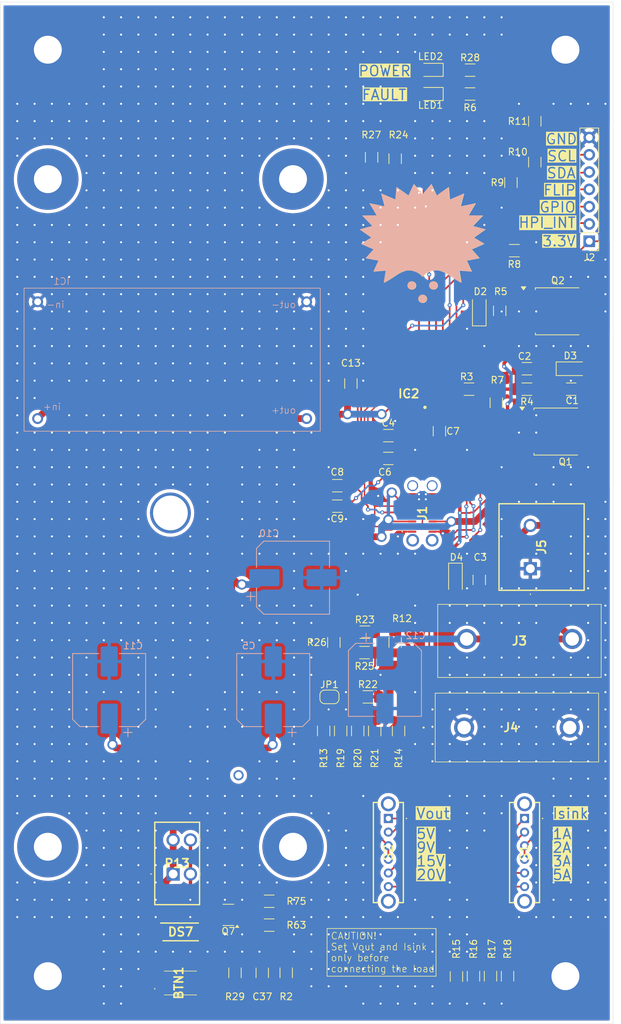
<source format=kicad_pcb>
(kicad_pcb (version 20241229) (generator "pcbnew") (generator_version "9.0")
  (layers (0 "F.Cu" signal) (2 "B.Cu" signal) (13 "F.Paste" user) (15 "B.Paste" user) (5 "F.SilkS" user "F.Silkscreen") (7 "B.SilkS" user "B.Silkscreen") (1 "F.Mask" user) (3 "B.Mask" user) (25 "Edge.Cuts" user))
  (net 0 "")
  (net 1 "Net-(C2-Pad2)")
  (net 2 "NMOS_COIL")
  (net 3 "ISINKC")
  (net 4 "ISINKF")
  (net 5 "VBMAX")
  (net 6 "VBMIN")
  (net 7 "GND")
  (net 8 "VPBnk")
  (net 9 "+3V3")
  (net 10 "VBUS")
  (net 11 "Net-(IC2-VCCD)")
  (net 12 "/G_Q")
  (net 14 "/D+")
  (net 18 "/D-")
  (net 20 "/CC2")
  (net 21 "/CC1")
  (net 23 "Net-(D2-K)")
  (net 26 "Net-(BTN1-NO_1)")
  (net 27 "/inputs/Isink1A")
  (net 28 "/inputs/Isink2A")
  (net 29 "/inputs/Isink3A")
  (net 30 "/inputs/Isink5A")
  (net 33 "+28V")
  (net 34 "Net-(IC2-VBUS_FET_EN)")
  (net 35 "/FAULT")
  (net 39 "Net-(LED1-K)")
  (net 40 "Net-(LED2-K)")
  (net 41 "Net-(Q7-G)")
  (net 42 "Net-(Q7-D)")
  (net 43 "FLIP")
  (net 44 "HPI_INT")
  (net 45 "GPIO")
  (net 46 "SDA")
  (net 47 "SCL")
  (net 48 "/inputs/VB5V")
  (net 49 "/inputs/VB9V")
  (net 50 "/inputs/VB15V")
  (net 51 "/inputs/VB20V")
  (net 52 "Net-(JP1-B)")
  (footprint "Resistor_SMD:R_1206_3216Metric_Pad1.30x1.75mm_HandSolder" (layer "F.Cu") (at 69.5 143 -90)
    (property "Reference" "R16")
    (property "Value" "2k4 1%")
  )
  (footprint "Resistor_SMD:R_1206_3216Metric_Pad1.30x1.75mm_HandSolder" (layer "F.Cu") (at 49 94 90)
    (property "Reference" "R26")
    (property "Value" "5k1 1%")
  )
  (footprint "Resistor_SMD:R_1206_3216Metric_Pad1.30x1.75mm_HandSolder" (layer "F.Cu") (at 47.5 107 90)
    (property "Reference" "R13")
    (property "Value" "0")
  )
  (footprint "SamacSys_Parts:SLW14779443ASD" (layer "F.Cu") (at 57 119.85 -90)
    (property "Reference" "S2")
    (property "Value" "SLW-1477944-3A-S-D" (hide yes))
  )
  (footprint "Package_TO_SOT_SMD:TO-252-2" (layer "F.Cu") (at 81.89 45.4025)
    (property "Reference" "Q2")
    (property "Value" "DMP3007L")
  )
  (footprint "LED_SMD:LED_0805_2012Metric_Pad1.15x1.40mm_HandSolder" (layer "F.Cu") (at 63.19 9.96 180)
    (property "Reference" "LED2")
    (property "Value" "LED")
  )
  (footprint "Resistor_SMD:R_1206_3216Metric_Pad1.30x1.75mm_HandSolder" (layer "F.Cu") (at 73.35 45.33 90)
    (property "Reference" "R5")
    (property "Value" "47k")
  )
  (footprint "Diode_SMD:D_SOD-123F" (layer "F.Cu") (at 66.85 84.58 -90)
    (property "Reference" "D4")
    (property "Value" "BZT52B24")
  )
  (footprint "Resistor_SMD:R_1206_3216Metric_Pad1.30x1.75mm_HandSolder" (layer "F.Cu") (at 77.35 56.83 180)
    (property "Reference" "R4")
    (property "Value" "10k")
  )
  (footprint "Capacitor_SMD:C_1206_3216Metric_Pad1.33x1.80mm_HandSolder" (layer "F.Cu") (at 57 63.65)
    (property "Reference" "C4")
    (property "Value" "1u")
  )
  (footprint "Resistor_SMD:R_1206_3216Metric_Pad1.30x1.75mm_HandSolder" (layer "F.Cu") (at 34.48 142.5 90)
    (property "Reference" "R29")
    (property "Value" "1k0 1%")
  )
  (footprint "Resistor_SMD:R_1206_3216Metric_Pad1.30x1.75mm_HandSolder" (layer "F.Cu") (at 68.85 56.83 180)
    (property "Reference" "R3")
    (property "Value" "1k")
  )
  (footprint "Resistor_SMD:R_1206_3216Metric_Pad1.30x1.75mm_HandSolder" (layer "F.Cu") (at 39.5 135.5 180)
    (property "Reference" "R63")
    (property "Value" "100")
  )
  (footprint "Resistor_SMD:R_1206_3216Metric_Pad1.30x1.75mm_HandSolder" (layer "F.Cu") (at 69 10)
    (property "Reference" "R28")
    (property "Value" "1k0 1%")
  )
  (footprint "SamacSys_Parts:SLW14779443ASD" (layer "F.Cu") (at 77 119.85 -90)
    (property "Reference" "S1")
    (property "Value" "SLW-1477944-3A-S-D" (hide yes))
  )
  (footprint "Resistor_SMD:R_1206_3216Metric_Pad1.30x1.75mm_HandSolder" (layer "F.Cu") (at 54 102)
    (property "Reference" "R22")
    (property "Value" "2k4 1%")
  )
  (footprint "Capacitor_SMD:C_1206_3216Metric_Pad1.33x1.80mm_HandSolder" (layer "F.Cu") (at 49.5 74 180)
    (property "Reference" "C9")
    (property "Value" "390p")
  )
  (footprint "SamacSys_Parts:1714955" (layer "F.Cu") (at 77.85 83.18 90)
    (property "Reference" "J5")
    (property "Value" "1714955" (hide yes))
  )
  (footprint "Capacitor_SMD:C_1206_3216Metric_Pad1.33x1.80mm_HandSolder" (layer "F.Cu") (at 70.35 84.83 -90)
    (property "Reference" "C3")
    (property "Value" "1u")
  )
  (footprint "Resistor_SMD:R_1206_3216Metric_Pad1.30x1.75mm_HandSolder" (layer "F.Cu") (at 58.5 107 -90)
    (property "Reference" "R14")
    (property "Value" "5k1 1%")
  )
  (footprint "Resistor_SMD:R_1206_3216Metric_Pad1.30x1.75mm_HandSolder" (layer "F.Cu") (at 52.5 107 90)
    (property "Reference" "R20")
    (property "Value" "2k4 1%")
  )
  (footprint "Resistor_SMD:R_1206_3216Metric_Pad1.30x1.75mm_HandSolder" (layer "F.Cu") (at 53.55 92.5)
    (property "Reference" "R23")
    (property "Value" "N.C.")
  )
  (footprint "components:amperry_slot" (layer "F.Cu") (at 25 75)
    (property "Reference" "REF**" (hide yes))
    (property "Value" "amperry_slot")
  )
  (footprint "Resistor_SMD:R_1206_3216Metric_Pad1.30x1.75mm_HandSolder" (layer "F.Cu") (at 42 142.5 -90)
    (property "Reference" "R2")
    (property "Value" "100k")
  )
  (footprint "Connector_PinHeader_2.54mm:PinHeader_1x07_P2.54mm_Vertical" (layer "F.Cu") (at 86.5 35.12 180)
    (property "Reference" "J2")
    (property "Value" "Conn_01x07")
  )
  (footprint "components:XL6009_boost" (layer "F.Cu") (at 5.503 44)
    (property "Reference" "IC1")
    (property "Value" "~")
  )
  (footprint "Resistor_SMD:R_1206_3216Metric_Pad1.30x1.75mm_HandSolder" (layer "F.Cu") (at 72 143 -90)
    (property "Reference" "R17")
    (property "Value" "5k1 1%")
  )
  (footprint "SamacSys_Parts:QFN50P400X400X60-25N-D" (layer "F.Cu") (at 60 57.5 180)
    (property "Reference" "IC2")
    (property "Value" "CYPD3177-24LQXQ" (hide yes))
  )
  (footprint "Package_TO_SOT_SMD:TO-252-2" (layer "F.Cu") (at 81.69 63.05)
    (property "Reference" "Q1")
    (property "Value" "DMP3007L")
  )
  (footprint "Resistor_SMD:R_1206_3216Metric_Pad1.30x1.75mm_HandSolder" (layer "F.Cu") (at 69 13.5)
    (property "Reference" "R6")
    (property "Value" "2k4 1%")
  )
  (footprint "SamacSys_Parts:28340851" (layer "F.Cu") (at 25.4 128)
    (property "Reference" "P13")
    (property "Value" "2834085-1" (hide yes))
  )
  (footprint "LED_SMD:LED_0805_2012Metric_Pad1.15x1.40mm_HandSolder" (layer "F.Cu") (at 63.19 13.5 180)
    (property "Reference" "LED1")
    (property "Value" "LED")
  )
  (footprint "Capacitor_SMD:C_1206_3216Metric_Pad1.33x1.80mm_HandSolder" (layer "F.Cu") (at 57 67)
    (property "Reference" "C6")
    (property "Value" "100n")
  )
  (footprint "Jumper:SolderJumper-2_P1.3mm_Open_RoundedPad1.0x1.5mm" (layer "F.Cu") (at 48.35 102)
    (property "Reference" "JP1")
    (property "Value" "12V/15V")
  )
  (footprint "SamacSys_Parts:USB4145030070C" (layer "F.Cu") (at 62 75 90)
    (property "Reference" "J1")
    (property "Value" "USB4145-03-0070-C" (hide yes))
  )
  (footprint "Capacitor_SMD:C_1206_3216Metric_Pad1.33x1.80mm_HandSolder" (layer "F.Cu") (at 64.5 63 -90)
    (property "Reference" "C7")
    (property "Value" "1u")
  )
  (footprint "Resistor_SMD:R_1206_3216Metric_Pad1.30x1.75mm_HandSolder" (layer "F.Cu") (at 53.5 95.5)
    (property "Reference" "R25")
    (property "Value" "N.C.")
  )
  (footprint "SamacSys_Parts:EVQP2402W" (layer "F.Cu") (at 26.5 144 90)
    (property "Reference" "BTN1")
    (property "Value" "EVQ-P2402W" (hide yes))
  )
  (footprint "Resistor_SMD:R_1206_3216Metric_Pad1.30x1.75mm_HandSolder" (layer "F.Cu") (at 58 94 -90)
    (property "Reference" "R12")
    (property "Value" "5k1 1%")
  )
  (footprint "Resistor_SMD:R_1206_3216Metric_Pad1.30x1.75mm_HandSolder" (layer "F.Cu") (at 54.540079 22.804031 90)
    (property "Reference" "R27")
    (property "Value" "5k1 1%")
  )
  (footprint "Diode_SMD:D_SOD-123F" (layer "F.Cu") (at 83.85 53.83)
    (property "Reference" "D3")
    (property "Value" "BZT52B24")
  )
  (footprint "SamacSys_Parts:DIOM5226X240N" (layer "F.Cu") (at 26.5 136.5)
    (property "Reference" "DS7")
    (property "Value" "B360A-13-F" (hide yes))
  )
  (footprint "Capacitor_SMD:C_1206_3216Metric_Pad1.33x1.80mm_HandSolder" (layer "F.Cu") (at 77.35 53.83 180)
    (property "Reference" "C2")
    (property "Value" "1u")
  )
  (footprint "SamacSys_Parts:242431" (layer "F.Cu") (at 68.5 93.5)
    (property "Reference" "J3")
    (property "Value" "24.243.1" (hide yes))
  )
  (footprint "Capacitor_SMD:C_1206_3216Metric_Pad1.33x1.80mm_HandSolder" (layer "F.Cu") (at 51.5 56 90)
    (property "Reference" "C13")
    (property "Value" "100n")
  )
  (footprint "Resistor_SMD:R_1206_3216Metric_Pad1.30x1.75mm_HandSolder" (layer "F.Cu") (at 75.5 36.5)
    (property "Reference" "R8")
    (property "Value" "N.C.")
  )
  (footprint "Package_TO_SOT_SMD:SOT-23-3" (layer "F.Cu") (at 33.5 134 180)
    (property "Reference" "Q7")
    (property "Value" "Q_NMOS_GSD")
  )
  (footprint "Capacitor_SMD:C_1206_3216Metric_Pad1.33x1.80mm_HandSolder" (layer "F.Cu") (at 83.85 56.83)
    (property "Reference" "C1")
    (property "Value" "3u3")
  )
  (footprint "Resistor_SMD:R_1206_3216Metric_Pad1.30x1.75mm_HandSolder" (layer "F.Cu") (at 50 107 90)
    (property "Reference" "R19")
    (property "Value" "1k0 1%")
  )
  (footprint "Resistor_SMD:R_1206_3216Metric_Pad1.30x1.75mm_HandSolder" (layer "F.Cu") (at 55 107 90)
    (property "Reference" "R21")
    (property "Value" "N.C.")
  )
  (footprint "Capacitor_SMD:C_1206_3216Metric_Pad1.33x1.80mm_HandSolder" (layer "F.Cu") (at 38.48 142.5 90)
    (property "Reference" "C37")
    (property "Value" "C")
  )
  (footprint "Resistor_SMD:R_1206_3216Metric_Pad1.30x1.75mm_HandSolder" (layer "F.Cu") (at 78.5 17.5 -90)
    (property "Reference" "R11")
    (property "Value" "N.C.")
  )
  (footprint "Capacitor_SMD:C_1206_3216Metric_Pad1.33x1.80mm_HandSolder" (layer "F.Cu") (at 49.5 71 180)
    (property "Reference" "C8")
    (property "Value" "390p")
  )
  (footprint "Diode_SMD:D_SOD-123F" (layer "F.Cu") (at 70.35 45.33 90)
    (property "Reference" "D2")
    (property "Value" "BZT52B15")
  )
  (footprint "SamacSys_Parts:242434" (layer "F.Cu") (at 68.125 106.5)
    (property "Reference" "J4")
    (property "Value" "24.243.4" (hide yes))
  )
  (footprint "Resistor_SMD:R_1206_3216Metric_Pad1.30x1.75mm_HandSolder" (layer "F.Cu") (at 72.85 58.83 90)
    (property "Reference" "R7")
    (property "Value" "0")
  )
  (footprint "Resistor_SMD:R_1206_3216Metric_Pad1.30x1.75mm_HandSolder" (layer "F.Cu") (at 78.5 23.5 -90)
    (property "Reference" "R10")
    (property "Value" "N.C.")
  )
  (footprint "Resistor_SMD:R_1206_3216Metric_Pad1.30x1.75mm_HandSolder" (layer "F.Cu") (at 58 23 -90)
    (property "Reference" "R24")
    (property "Value" "N.C.")
  )
  (footprint "Resistor_SMD:R_1206_3216Metric_Pad1.30x1.75mm_HandSolder" (layer "F.Cu") (at 67 143.05 -90)
    (property "Reference" "R15")
    (property "Value" "1k0 1%")
  )
  (footprint "Resistor_SMD:R_1206_3216Metric_Pad1.30x1.75mm_HandSolder" (layer "F.Cu") (at 75 26.5 -90)
    (property "Reference" "R9")
    (property "Value" "N.C.")
  )
  (footprint "Resistor_SMD:R_1206_3216Metric_Pad1.30x1.75mm_HandSolder" (layer "F.Cu") (at 39.5 132)
    (property "Reference" "R75")
    (property "Value" "100k")
  )
  (footprint "Resistor_SMD:R_1206_3216Metric_Pad1.30x1.75mm_HandSolder" (layer "F.Cu") (at 74.5 143 -90)
    (property "Reference" "R18")
    (property "Value" "N.C.")
  )
  (footprint "Capacitor_SMD:CP_Elec_10x10.5" (layer "B.Cu") (at 43 84.5)
    (property "Reference" "C10")
    (property "Value" "560u 35V")
  )
  (footprint "Capacitor_SMD:CP_Elec_10x10.5" (layer "B.Cu") (at 40.1 101 90)
    (property "Reference" "C5")
    (property "Value" "560u 35V")
  )
  (footprint "Capacitor_SMD:CP_Elec_10x10.5" (layer "B.Cu") (at 56.5 99.5 -90)
    (property "Reference" "C12")
    (property "Value" "560u 35V")
  )
  (footprint "Capacitor_SMD:CP_Elec_10x10.5" (layer "B.Cu") (at 16 101 90)
    (property "Reference" "C11")
    (property "Value" "560u 35V")
  )
  (gr_line (start 64 143) (end 64 136) (stroke (width 0.1)) (layer "F.SilkS"))
  (gr_poly (pts (xy 63.680103 41) (xy 63.711975 41.002368) (xy 63.743382 41.006268) (xy 63.774287 41.011662) (xy 63.80465 41.01851) (xy 63.83443 41.026775) (xy 63.86359 41.036417) (xy 63.892089 41.047399) (xy 63.919888 41.059681) (xy 63.946947 41.073225) (xy 63.973228 41.087993) (xy 63.99869 41.103947) (xy 64.023294 41.121046) (xy 64.047002 41.139254) (xy 64.069773 41.158532) (xy 64.091567 41.17884) (xy 64.112347 41.200141) (xy 64.132071 41.222396) (xy 64.150701 41.245566) (xy 64.168197 41.269614) (xy 64.184521 41.294499) (xy 64.199631 41.320185) (xy 64.21349 41.346632) (xy 64.226057 41.373802) (xy 64.237294 41.401656) (xy 64.24716 41.430156) (xy 64.255616 41.459263) (xy 64.262624 41.488939) (xy 64.268142 41.519145) (xy 64.272133 41.549843) (xy 64.274557 41.580994) (xy 64.275373 41.612559) (xy 64.274557 41.644108) (xy 64.272133 41.675243) (xy 64.268142 41.705926) (xy 64.262624 41.736119) (xy 64.255616 41.765782) (xy 64.24716 41.794878) (xy 64.237294 41.823368) (xy 64.226057 41.851213) (xy 64.21349 41.878374) (xy 64.199631 41.904813) (xy 64.184521 41.930492) (xy 64.168197 41.955372) (xy 64.150701 41.979414) (xy 64.132071 42.00258) (xy 64.112347 42.024831) (xy 64.091567 42.046129) (xy 64.069773 42.066434) (xy 64.047002 42.085709) (xy 64.023294 42.103915) (xy 63.99869 42.121014) (xy 63.973228 42.136966) (xy 63.946947 42.151733) (xy 63.919888 42.165277) (xy 63.892089 42.177559) (xy 63.86359 42.188541) (xy 63.83443 42.198183) (xy 63.80465 42.206448) (xy 63.774287 42.213297) (xy 63.743382 42.218691) (xy 63.711975 42.222591) (xy 63.680103 42.22496) (xy 63.647808 42.225758) (xy 63.615496 42.22496) (xy 63.583607 42.222591) (xy 63.552182 42.218691) (xy 63.52126 42.213297) (xy 63.490881 42.206448) (xy 63.461083 42.198183) (xy 63.431907 42.188541) (xy 63.403391 42.177559) (xy 63.375576 42.165277) (xy 63.348501 42.151733) (xy 63.322205 42.136966) (xy 63.296728 42.121014) (xy 63.272109 42.103915) (xy 63.248387 42.085709) (xy 63.225603 42.066434) (xy 63.203795 42.046129) (xy 63.183003 42.024831) (xy 63.163266 42.00258) (xy 63.144624 41.979414) (xy 63.127117 41.955372) (xy 63.110784 41.930492) (xy 63.095663 41.904813) (xy 63.081796 41.878374) (xy 63.069221 41.851213) (xy 63.057977 41.823368) (xy 63.048105 41.794878) (xy 63.039643 41.765782) (xy 63.032631 41.736119) (xy 63.027109 41.705926) (xy 63.023115 41.675243) (xy 63.02069 41.644108) (xy 63.019873 41.612559) (xy 63.02069 41.580994) (xy 63.023115 41.549843) (xy 63.027109 41.519145) (xy 63.032631 41.488939) (xy 63.039643 41.459263) (xy 63.048105 41.430156) (xy 63.057977 41.401656) (xy 63.069221 41.373802) (xy 63.081796 41.346632) (xy 63.095663 41.320185) (xy 63.110784 41.294499) (xy 63.127117 41.269614) (xy 63.144624 41.245566) (xy 63.163266 41.222396) (xy 63.183003 41.200141) (xy 63.203795 41.17884) (xy 63.225603 41.158532) (xy 63.248387 41.139254) (xy 63.272109 41.121046) (xy 63.296728 41.103947) (xy 63.322205 41.087993) (xy 63.348501 41.073225) (xy 63.375576 41.059681) (xy 63.403391 41.047399) (xy 63.431907 41.036417) (xy 63.461083 41.026775) (xy 63.490881 41.01851) (xy 63.52126 41.011662) (xy 63.552182 41.006268) (xy 63.583607 41.002368) (xy 63.615496 41) (xy 63.647808 40.999202)) (fill yes) (layer "F.SilkS"))
  (gr_line (start 48 136) (end 48 143) (stroke (width 0.1)) (layer "F.SilkS"))
  (gr_poly (pts (xy 63.540792 27.137218) (xy 63.738498 27.557231) (xy 63.934502 27.985628) (xy 64.128504 28.421768) (xy 64.566763 28.10131) (xy 65.006497 27.784084) (xy 65.447798 27.469802) (xy 65.890761 27.158176) (xy 65.932638 27.609323) (xy 65.972636 28.068388) (xy 66.047051 29.007656) (xy 67.092521 28.552198) (xy 68.14337 28.101604) (xy 67.897278 29.038524) (xy 67.650928 29.992721) (xy 68.765769 29.761597) (xy 69.873666 29.535336) (xy 69.6038 29.977157) (xy 69.336469 30.421323) (xy 69.0714 30.868013) (xy 68.808321 31.31741) (xy 69.884755 31.330451) (xy 70.933428 31.34744) (xy 70.560086 31.727807) (xy 70.189201 32.1107) (xy 69.820409 32.496219) (xy 69.453348 32.884458) (xy 70.406775 33.133956) (xy 71.318291 33.380896) (xy 70.456857 33.977815) (xy 69.590959 34.585094) (xy 69.988098 34.818322) (xy 70.37522 35.04947) (xy 70.752454 35.278447) (xy 71.119933 35.505156) (xy 70.20195 35.908853) (xy 69.266684 36.316658) (xy 69.566578 36.644783) (xy 69.859001 36.970672) (xy 70.144607 37.294582) (xy 70.424053 37.616768) (xy 69.489106 37.796563) (xy 68.535033 37.973797) (xy 68.728116 38.377777) (xy 68.915967 38.779837) (xy 69.099233 39.180488) (xy 69.278565 39.580241) (xy 67.47334 39.440303) (xy 67.46339 39.453956) (xy 67.542397 39.899144) (xy 67.617445 40.340902) (xy 67.688761 40.77946) (xy 67.756575 41.215049) (xy 67.664942 41.17621) (xy 67.56412 41.128192) (xy 67.455821 41.072366) (xy 67.341754 41.010101) (xy 67.103162 40.871731) (xy 66.862025 40.724038) (xy 66.632029 40.577979) (xy 66.426855 40.44451) (xy 66.145712 40.259161) (xy 65.844335 40.061578) (xy 65.611113 39.919791) (xy 65.479026 39.844946) (xy 65.338585 39.770057) (xy 65.191264 39.697066) (xy 65.038537 39.627914) (xy 64.881876 39.564545) (xy 64.722756 39.508901) (xy 64.562649 39.462924) (xy 64.403029 39.428555) (xy 64.24537 39.407738) (xy 64.167736 39.403019) (xy 64.091144 39.402415) (xy 63.940837 39.409408) (xy 63.79284 39.424223) (xy 63.647361 39.446647) (xy 63.504606 39.476466) (xy 63.364783 39.513467) (xy 63.228099 39.557438) (xy 63.094762 39.608164) (xy 62.964978 39.665434) (xy 62.838955 39.729033) (xy 62.716901 39.79875) (xy 62.599022 39.87437) (xy 62.485526 39.95568) (xy 62.376621 40.042468) (xy 62.272512 40.13452) (xy 62.173408 40.231623) (xy 62.079517 40.333564) (xy 62.059277 40.356608) (xy 62.059277 40.356952) (xy 62.058059 40.358487) (xy 62.057874 40.358302) (xy 62.057689 40.358487) (xy 62.056313 40.356952) (xy 62.056313 40.356608) (xy 62.036231 40.333564) (xy 61.942309 40.231623) (xy 61.843182 40.13452) (xy 61.739057 40.042468) (xy 61.630141 39.95568) (xy 61.516638 39.87437) (xy 61.398756 39.79875) (xy 61.2767 39.729033) (xy 61.150678 39.665434) (xy 61.020894 39.608164) (xy 60.887555 39.557438) (xy 60.750868 39.513467) (xy 60.611038 39.476466) (xy 60.468272 39.446647) (xy 60.322776 39.424223) (xy 60.174756 39.409408) (xy 60.024419 39.402415) (xy 59.947844 39.403019) (xy 59.870225 39.407738) (xy 59.791748 39.416332) (xy 59.712594 39.428555) (xy 59.63295 39.444167) (xy 59.552999 39.462924) (xy 59.472926 39.484583) (xy 59.392914 39.508901) (xy 59.233812 39.564545) (xy 59.077166 39.627914) (xy 58.924451 39.697066) (xy 58.77714 39.770057) (xy 58.636707 39.844946) (xy 58.504625 39.919791) (xy 58.382368 39.992649) (xy 58.27141 40.061578) (xy 57.970035 40.259161) (xy 57.688823 40.44451) (xy 57.48364 40.577979) (xy 57.25364 40.724038) (xy 57.012499 40.871731) (xy 56.773893 41.010101) (xy 56.659814 41.072366) (xy 56.551497 41.128192) (xy 56.450652 41.17621) (xy 56.358988 41.215049) (xy 56.426909 40.77946) (xy 56.498281 40.340902) (xy 56.573349 39.899144) (xy 56.652358 39.453956) (xy 56.642409 39.440303) (xy 54.837186 39.580241) (xy 55.016518 39.180488) (xy 55.199761 38.779837) (xy 55.387552 38.377777) (xy 55.58053 37.973797) (xy 54.62655 37.796563) (xy 53.691683 37.616768) (xy 53.971139 37.294582) (xy 54.256751 36.970672) (xy 54.549174 36.644783) (xy 54.849061 36.316658) (xy 53.913734 35.908853) (xy 52.995825 35.505156) (xy 53.3633 35.278447) (xy 53.740533 35.04947) (xy 54.127654 34.818322) (xy 54.524793 34.585094) (xy 53.658834 33.977815) (xy 52.797458 33.380896) (xy 53.708971 33.133956) (xy 54.662392 32.884458) (xy 54.29526 32.496219) (xy 53.926459 32.1107) (xy 53.555562 31.727807) (xy 53.182144 31.34744) (xy 54.230886 31.330451) (xy 55.307261 31.31741) (xy 55.044201 30.868013) (xy 54.779191 30.421323) (xy 54.511922 29.977157) (xy 54.242083 29.535336) (xy 55.349976 29.761597) (xy 56.464821 29.992721) (xy 56.218471 29.038524) (xy 55.972378 28.101604) (xy 57.023227 28.552198) (xy 58.068699 29.007656) (xy 58.104896 28.534718) (xy 58.14301 28.068388) (xy 58.182995 27.609323) (xy 58.224803 27.158176) (xy 58.667806 27.469802) (xy 59.109169 27.784084) (xy 59.54896 28.10131) (xy 59.987245 28.421768) (xy 60.181244 27.985628) (xy 60.377231 27.557231) (xy 60.574889 27.137218) (xy 60.773904 26.726228) (xy 61.096394 27.097872) (xy 61.417788 27.475931) (xy 61.737842 27.86023) (xy 62.056313 28.250593) (xy 62.056313 28.249911) (xy 62.056503 28.250166) (xy 62.056695 28.25042) (xy 62.056888 28.250669) (xy 62.057084 28.250913) (xy 62.05728 28.251149) (xy 62.057478 28.251375) (xy 62.057676 28.251589) (xy 62.057775 28.251691) (xy 62.057874 28.251789) (xy 62.057974 28.251691) (xy 62.058072 28.251589) (xy 62.058171 28.251483) (xy 62.058268 28.251375) (xy 62.058365 28.251263) (xy 62.05846 28.251149) (xy 62.058553 28.251032) (xy 62.058645 28.250913) (xy 62.058734 28.250792) (xy 62.058821 28.250669) (xy 62.058905 28.250545) (xy 62.058987 28.25042) (xy 62.059065 28.250293) (xy 62.059139 28.250166) (xy 62.05921 28.250038) (xy 62.059277 28.249911) (xy 62.059277 28.250593) (xy 62.377759 27.86023) (xy 62.697852 27.475931) (xy 63.019259 27.097872) (xy 63.341686 26.726228)) (fill yes) (layer "F.SilkS"))
  (gr_line (start 48 143) (end 64 143) (stroke (width 0.1)) (layer "F.SilkS"))
  (gr_poly (pts (xy 62.090039 42.962971) (xy 62.121913 42.96534) (xy 62.153323 42.96924) (xy 62.184229 42.974633) (xy 62.214594 42.981482) (xy 62.244376 42.989746) (xy 62.273537 42.999389) (xy 62.302038 43.01037) (xy 62.329838 43.022652) (xy 62.356899 43.036197) (xy 62.38318 43.050965) (xy 62.408644 43.066918) (xy 62.433249 43.084018) (xy 62.456957 43.102225) (xy 62.479729 43.121503) (xy 62.501524 43.141811) (xy 62.522304 43.163112) (xy 62.542029 43.185367) (xy 62.560659 43.208537) (xy 62.578156 43.232584) (xy 62.59448 43.25747) (xy 62.609591 43.283155) (xy 62.62345 43.309602) (xy 62.636017 43.336772) (xy 62.647254 43.364626) (xy 62.65712 43.393126) (xy 62.665576 43.422233) (xy 62.672584 43.451908) (xy 62.678103 43.482114) (xy 62.682093 43.512812) (xy 62.684517 43.543962) (xy 62.685333 43.575528) (xy 62.684517 43.607079) (xy 62.682093 43.638216) (xy 62.678103 43.668901) (xy 62.672584 43.699096) (xy 62.665576 43.728761) (xy 62.65712 43.757858) (xy 62.647254 43.786348) (xy 62.636017 43.814193) (xy 62.62345 43.841355) (xy 62.609591 43.867795) (xy 62.59448 43.893474) (xy 62.578156 43.918353) (xy 62.560659 43.942395) (xy 62.542029 43.96556) (xy 62.522304 43.987811) (xy 62.501524 44.009108) (xy 62.479729 44.029413) (xy 62.456957 44.048687) (xy 62.433249 44.066892) (xy 62.408644 44.08399) (xy 62.38318 44.099941) (xy 62.356899 44.114708) (xy 62.329838 44.128251) (xy 62.302038 44.140532) (xy 62.273537 44.151513) (xy 62.244376 44.161154) (xy 62.214594 44.169419) (xy 62.184229 44.176267) (xy 62.153323 44.18166) (xy 62.121913 44.18556) (xy 62.090039 44.187928) (xy 62.057742 44.188726) (xy 62.025429 44.187928) (xy 61.993541 44.18556) (xy 61.962116 44.18166) (xy 61.931194 44.176267) (xy 61.900814 44.169419) (xy 61.871017 44.161154) (xy 61.841841 44.151513) (xy 61.813325 44.140532) (xy 61.78551 44.128251) (xy 61.758435 44.114708) (xy 61.732139 44.099941) (xy 61.706661 44.08399) (xy 61.682042 44.066892) (xy 61.658321 44.048687) (xy 61.635536 44.029413) (xy 61.613728 44.009108) (xy 61.592936 43.987811) (xy 61.573199 43.96556) (xy 61.554558 43.942395) (xy 61.53705 43.918353) (xy 61.520717 43.893474) (xy 61.505596 43.867795) (xy 61.491729 43.841355) (xy 61.479154 43.814193) (xy 61.46791 43.786348) (xy 61.458038 43.757858) (xy 61.449576 43.728761) (xy 61.442564 43.699096) (xy 61.437041 43.668901) (xy 61.433048 43.638216) (xy 61.430623 43.607079) (xy 61.429806 43.575528) (xy 61.430623 43.543962) (xy 61.433048 43.512812) (xy 61.437041 43.482114) (xy 61.442564 43.451908) (xy 61.449576 43.422233) (xy 61.458038 43.393126) (xy 61.46791 43.364626) (xy 61.479154 43.336772) (xy 61.491729 43.309602) (xy 61.505596 43.283155) (xy 61.520717 43.25747) (xy 61.53705 43.232584) (xy 61.554558 43.208537) (xy 61.573199 43.185367) (xy 61.592936 43.163112) (xy 61.613728 43.141811) (xy 61.635536 43.121503) (xy 61.658321 43.102225) (xy 61.682042 43.084018) (xy 61.706661 43.066918) (xy 61.732139 43.050965) (xy 61.758435 43.036197) (xy 61.78551 43.022652) (xy 61.813325 43.01037) (xy 61.841841 42.999389) (xy 61.871017 42.989746) (xy 61.900814 42.981482) (xy 61.931194 42.974633) (xy 61.962116 42.96924) (xy 61.993541 42.96534) (xy 62.025429 42.962971) (xy 62.057742 42.962173)) (fill yes) (layer "F.SilkS"))
  (gr_line (start 64 136) (end 48 136) (stroke (width 0.1)) (layer "F.SilkS"))
  (gr_poly (pts (xy 60.5 41) (xy 60.531873 41.002368) (xy 60.563283 41.006268) (xy 60.59419 41.011662) (xy 60.624554 41.01851) (xy 60.654336 41.026775) (xy 60.683498 41.036417) (xy 60.711998 41.047399) (xy 60.739798 41.059681) (xy 60.766859 41.073225) (xy 60.793141 41.087993) (xy 60.818604 41.103947) (xy 60.843209 41.121046) (xy 60.866917 41.139254) (xy 60.889689 41.158532) (xy 60.911484 41.17884) (xy 60.932264 41.200141) (xy 60.951989 41.222396) (xy 60.97062 41.245566) (xy 60.988116 41.269614) (xy 61.00444 41.294499) (xy 61.019551 41.320185) (xy 61.03341 41.346632) (xy 61.045977 41.373802) (xy 61.057214 41.401656) (xy 61.06708 41.430156) (xy 61.075537 41.459263) (xy 61.082544 41.488939) (xy 61.088063 41.519145) (xy 61.092054 41.549843) (xy 61.094477 41.580994) (xy 61.095294 41.612559) (xy 61.094477 41.644108) (xy 61.092054 41.675243) (xy 61.088063 41.705926) (xy 61.082544 41.736119) (xy 61.075537 41.765782) (xy 61.06708 41.794878) (xy 61.057214 41.823368) (xy 61.045977 41.851213) (xy 61.03341 41.878374) (xy 61.019551 41.904813) (xy 61.00444 41.930492) (xy 60.988116 41.955372) (xy 60.97062 41.979414) (xy 60.951989 42.00258) (xy 60.932264 42.024831) (xy 60.911484 42.046129) (xy 60.889689 42.066434) (xy 60.866917 42.085709) (xy 60.843209 42.103915) (xy 60.818604 42.121014) (xy 60.793141 42.136966) (xy 60.766859 42.151733) (xy 60.739798 42.165277) (xy 60.711998 42.177559) (xy 60.683498 42.188541) (xy 60.654336 42.198183) (xy 60.624554 42.206448) (xy 60.59419 42.213297) (xy 60.563283 42.218691) (xy 60.531873 42.222591) (xy 60.5 42.22496) (xy 60.467702 42.225758) (xy 60.435373 42.22496) (xy 60.40347 42.222591) (xy 60.372033 42.218691) (xy 60.341101 42.213297) (xy 60.310713 42.206448) (xy 60.280908 42.198183) (xy 60.251726 42.188541) (xy 60.223207 42.177559) (xy 60.19539 42.165277) (xy 60.168313 42.151733) (xy 60.142017 42.136966) (xy 60.11654 42.121014) (xy 60.091923 42.103915) (xy 60.068204 42.085709) (xy 60.045423 42.066434) (xy 60.023619 42.046129) (xy 60.002831 42.024831) (xy 59.9831 42.00258) (xy 59.964463 41.979414) (xy 59.946962 41.955372) (xy 59.930634 41.930492) (xy 59.915519 41.904813) (xy 59.901658 41.878374) (xy 59.889088 41.851213) (xy 59.877849 41.823368) (xy 59.867982 41.794878) (xy 59.859524 41.765782) (xy 59.852516 41.736119) (xy 59.846997 41.705926) (xy 59.843006 41.675243) (xy 59.840583 41.644108) (xy 59.839766 41.612559) (xy 59.840583 41.580994) (xy 59.843006 41.549843) (xy 59.846997 41.519145) (xy 59.852516 41.488939) (xy 59.859524 41.459263) (xy 59.867982 41.430156) (xy 59.877849 41.401656) (xy 59.889088 41.373802) (xy 59.901658 41.346632) (xy 59.915519 41.320185) (xy 59.930634 41.294499) (xy 59.946962 41.269614) (xy 59.964463 41.245566) (xy 59.9831 41.222396) (xy 60.002831 41.200141) (xy 60.023619 41.17884) (xy 60.045423 41.158532) (xy 60.068204 41.139254) (xy 60.091923 41.121046) (xy 60.11654 41.103947) (xy 60.142017 41.087993) (xy 60.168313 41.073225) (xy 60.19539 41.059681) (xy 60.223207 41.047399) (xy 60.251726 41.036417) (xy 60.280908 41.026775) (xy 60.310713 41.01851) (xy 60.341101 41.011662) (xy 60.372033 41.006268) (xy 60.40347 41.002368) (xy 60.435373 41) (xy 60.467702 40.999202)) (fill yes) (layer "F.SilkS"))
  (gr_poly (pts (xy 63.633052 40.992344) (xy 63.664924 40.994712) (xy 63.696331 40.998612) (xy 63.727236 41.004006) (xy 63.757599 41.010854) (xy 63.787379 41.019119) (xy 63.816539 41.028761) (xy 63.845038 41.039743) (xy 63.872837 41.052025) (xy 63.899896 41.065569) (xy 63.926177 41.080337) (xy 63.951639 41.096291) (xy 63.976243 41.11339) (xy 63.999951 41.131598) (xy 64.022722 41.150876) (xy 64.044516 41.171184) (xy 64.065296 41.192485) (xy 64.08502 41.21474) (xy 64.10365 41.23791) (xy 64.121146 41.261958) (xy 64.13747 41.286843) (xy 64.15258 41.312529) (xy 64.166439 41.338976) (xy 64.179006 41.366146) (xy 64.190243 41.394) (xy 64.200109 41.4225) (xy 64.208565 41.451607) (xy 64.215573 41.481283) (xy 64.221091 41.511489) (xy 64.225082 41.542187) (xy 64.227506 41.573338) (xy 64.228322 41.604903) (xy 64.227506 41.636452) (xy 64.225082 41.667587) (xy 64.221091 41.69827) (xy 64.215573 41.728463) (xy 64.208565 41.758126) (xy 64.200109 41.787222) (xy 64.190243 41.815712) (xy 64.179006 41.843557) (xy 64.166439 41.870718) (xy 64.15258 41.897157) (xy 64.13747 41.922836) (xy 64.121146 41.947716) (xy 64.10365 41.971758) (xy 64.08502 41.994924) (xy 64.065296 42.017175) (xy 64.044516 42.038473) (xy 64.022722 42.058778) (xy 63.999951 42.078053) (xy 63.976243 42.096259) (xy 63.951639 42.113358) (xy 63.926177 42.12931) (xy 63.899896 42.144077) (xy 63.872837 42.157621) (xy 63.845038 42.169903) (xy 63.816539 42.180885) (xy 63.787379 42.190527) (xy 63.757599 42.198792) (xy 63.727236 42.205641) (xy 63.696331 42.211035) (xy 63.664924 42.214935) (xy 63.633052 42.217304) (xy 63.600757 42.218102) (xy 63.568445 42.217304) (xy 63.536556 42.214935) (xy 63.505131 42.211035) (xy 63.474209 42.205641) (xy 63.44383 42.198792) (xy 63.414032 42.190527) (xy 63.384856 42.180885) (xy 63.35634 42.169903) (xy 63.328525 42.157621) (xy 63.30145 42.144077) (xy 63.275154 42.12931) (xy 63.249677 42.113358) (xy 63.225058 42.096259) (xy 63.201336 42.078053) (xy 63.178552 42.058778) (xy 63.156744 42.038473) (xy 63.135952 42.017175) (xy 63.116215 41.994924) (xy 63.097573 41.971758) (xy 63.080066 41.947716) (xy 63.063733 41.922836) (xy 63.048612 41.897157) (xy 63.034745 41.870718) (xy 63.02217 41.843557) (xy 63.010926 41.815712) (xy 63.001054 41.787222) (xy 62.992592 41.758126) (xy 62.98558 41.728463) (xy 62.980058 41.69827) (xy 62.976064 41.667587) (xy 62.973639 41.636452) (xy 62.972822 41.604903) (xy 62.973639 41.573338) (xy 62.976064 41.542187) (xy 62.980058 41.511489) (xy 62.98558 41.481283) (xy 62.992592 41.451607) (xy 63.001054 41.4225) (xy 63.010926 41.394) (xy 63.02217 41.366146) (xy 63.034745 41.338976) (xy 63.048612 41.312529) (xy 63.063733 41.286843) (xy 63.080066 41.261958) (xy 63.097573 41.23791) (xy 63.116215 41.21474) (xy 63.135952 41.192485) (xy 63.156744 41.171184) (xy 63.178552 41.150876) (xy 63.201336 41.131598) (xy 63.225058 41.11339) (xy 63.249677 41.096291) (xy 63.275154 41.080337) (xy 63.30145 41.065569) (xy 63.328525 41.052025) (xy 63.35634 41.039743) (xy 63.384856 41.028761) (xy 63.414032 41.019119) (xy 63.44383 41.010854) (xy 63.474209 41.004006) (xy 63.505131 40.998612) (xy 63.536556 40.994712) (xy 63.568445 40.992344) (xy 63.600757 40.991546)) (fill yes) (layer "B.SilkS"))
  (gr_poly (pts (xy 63.493741 27.129562) (xy 63.691447 27.549575) (xy 63.887451 27.977972) (xy 64.081453 28.414112) (xy 64.519712 28.093654) (xy 64.959446 27.776428) (xy 65.400747 27.462146) (xy 65.84371 27.15052) (xy 65.885587 27.601667) (xy 65.925585 28.060732) (xy 66 29) (xy 67.04547 28.544542) (xy 68.096319 28.093948) (xy 67.850227 29.030868) (xy 67.603877 29.985065) (xy 68.718718 29.753941) (xy 69.826615 29.52768) (xy 69.556749 29.969501) (xy 69.289418 30.413667) (xy 69.024349 30.860357) (xy 68.76127 31.309754) (xy 69.837704 31.322795) (xy 70.886377 31.339784) (xy 70.513035 31.720151) (xy 70.14215 32.103044) (xy 69.773358 32.488563) (xy 69.406297 32.876802) (xy 70.359724 33.1263) (xy 71.27124 33.37324) (xy 70.409806 33.970159) (xy 69.543908 34.577438) (xy 69.941047 34.810666) (xy 70.328169 35.041814) (xy 70.705403 35.270791) (xy 71.072882 35.4975) (xy 70.154899 35.901197) (xy 69.219633 36.309002) (xy 69.519527 36.637127) (xy 69.81195 36.963016) (xy 70.097556 37.286926) (xy 70.377002 37.609112) (xy 69.442055 37.788907) (xy 68.487982 37.966141) (xy 68.681065 38.370121) (xy 68.868916 38.772181) (xy 69.052182 39.172832) (xy 69.231514 39.572585) (xy 67.426289 39.432647) (xy 67.416339 39.4463) (xy 67.495346 39.891488) (xy 67.570394 40.333246) (xy 67.64171 40.771804) (xy 67.709524 41.207393) (xy 67.617891 41.168554) (xy 67.517069 41.120536) (xy 67.40877 41.06471) (xy 67.294703 41.002445) (xy 67.056111 40.864075) (xy 66.814974 40.716382) (xy 66.584978 40.570323) (xy 66.379804 40.436854) (xy 66.098661 40.251505) (xy 65.797284 40.053922) (xy 65.564062 39.912135) (xy 65.431975 39.83729) (xy 65.291534 39.762401) (xy 65.144213 39.68941) (xy 64.991486 39.620258) (xy 64.834825 39.556889) (xy 64.675705 39.501245) (xy 64.515598 39.455268) (xy 64.355978 39.420899) (xy 64.198319 39.400082) (xy 64.120685 39.395363) (xy 64.044093 39.394759) (xy 63.893786 39.401752) (xy 63.745789 39.416567) (xy 63.60031 39.438991) (xy 63.457555 39.46881) (xy 63.317732 39.505811) (xy 63.181048 39.549782) (xy 63.047711 39.600508) (xy 62.917927 39.657778) (xy 62.791904 39.721377) (xy 62.66985 39.791094) (xy 62.551971 39.866714) (xy 62.438475 39.948024) (xy 62.32957 40.034812) (xy 62.225461 40.126864) (xy 62.126357 40.223967) (xy 62.032466 40.325908) (xy 62.012226 40.348952) (xy 62.012226 40.349296) (xy 62.011008 40.350831) (xy 62.010823 40.350646) (xy 62.010638 40.350831) (xy 62.009262 40.349296) (xy 62.009262 40.348952) (xy 61.98918 40.325908) (xy 61.895258 40.223967) (xy 61.796131 40.126864) (xy 61.692006 40.034812) (xy 61.58309 39.948024) (xy 61.469587 39.866714) (xy 61.351705 39.791094) (xy 61.229649 39.721377) (xy 61.103627 39.657778) (xy 60.973843 39.600508) (xy 60.840504 39.549782) (xy 60.703817 39.505811) (xy 60.563987 39.46881) (xy 60.421221 39.438991) (xy 60.275725 39.416567) (xy 60.127705 39.401752) (xy 59.977368 39.394759) (xy 59.900793 39.395363) (xy 59.823174 39.400082) (xy 59.744697 39.408676) (xy 59.665543 39.420899) (xy 59.585899 39.436511) (xy 59.505948 39.455268) (xy 59.425875 39.476927) (xy 59.345863 39.501245) (xy 59.186761 39.556889) (xy 59.030115 39.620258) (xy 58.8774 39.68941) (xy 58.730089 39.762401) (xy 58.589656 39.83729) (xy 58.457574 39.912135) (xy 58.335317 39.984993) (xy 58.224359 40.053922) (xy 57.922984 40.251505) (xy 57.641772 40.436854) (xy 57.436589 40.570323) (xy 57.206589 40.716382) (xy 56.965448 40.864075) (xy 56.726842 41.002445) (xy 56.612763 41.06471) (xy 56.504446 41.120536) (xy 56.403601 41.168554) (xy 56.311937 41.207393) (xy 56.379858 40.771804) (xy 56.45123 40.333246) (xy 56.526298 39.891488) (xy 56.605307 39.4463) (xy 56.595358 39.432647) (xy 54.790135 39.572585) (xy 54.969467 39.172832) (xy 55.15271 38.772181) (xy 55.340501 38.370121) (xy 55.533479 37.966141) (xy 54.579499 37.788907) (xy 53.644632 37.609112) (xy 53.924088 37.286926) (xy 54.2097 36.963016) (xy 54.502123 36.637127) (xy 54.80201 36.309002) (xy 53.866683 35.901197) (xy 52.948774 35.4975) (xy 53.316249 35.270791) (xy 53.693482 35.041814) (xy 54.080603 34.810666) (xy 54.477742 34.577438) (xy 53.611783 33.970159) (xy 52.750407 33.37324) (xy 53.66192 33.1263) (xy 54.615341 32.876802) (xy 54.248209 32.488563) (xy 53.879408 32.103044) (xy 53.508511 31.720151) (xy 53.135093 31.339784) (xy 54.183835 31.322795) (xy 55.26021 31.309754) (xy 54.99715 30.860357) (xy 54.73214 30.413667) (xy 54.464871 29.969501) (xy 54.195032 29.52768) (xy 55.302925 29.753941) (xy 56.41777 29.985065) (xy 56.17142 29.030868) (xy 55.925327 28.093948) (xy 56.976176 28.544542) (xy 58.021648 29) (xy 58.057845 28.527062) (xy 58.095959 28.060732) (xy 58.135944 27.601667) (xy 58.177752 27.15052) (xy 58.620755 27.462146) (xy 59.062118 27.776428) (xy 59.501909 28.093654) (xy 59.940194 28.414112) (xy 60.134193 27.977972) (xy 60.33018 27.549575) (xy 60.527838 27.129562) (xy 60.726853 26.718572) (xy 61.049343 27.090216) (xy 61.370737 27.468275) (xy 61.690791 27.852574) (xy 62.009262 28.242937) (xy 62.009262 28.242255) (xy 62.009452 28.24251) (xy 62.009644 28.242764) (xy 62.009837 28.243013) (xy 62.010033 28.243257) (xy 62.010229 28.243493) (xy 62.010427 28.243719) (xy 62.010625 28.243933) (xy 62.010724 28.244035) (xy 62.010823 28.244133) (xy 62.010923 28.244035) (xy 62.011021 28.243933) (xy 62.01112 28.243827) (xy 62.011217 28.243719) (xy 62.011314 28.243607) (xy 62.011409 28.243493) (xy 62.011502 28.243376) (xy 62.011594 28.243257) (xy 62.011683 28.243136) (xy 62.01177 28.243013) (xy 62.011854 28.242889) (xy 62.011936 28.242764) (xy 62.012014 28.242637) (xy 62.012088 28.24251) (xy 62.012159 28.242382) (xy 62.012226 28.242255) (xy 62.012226 28.242937) (xy 62.330708 27.852574) (xy 62.650801 27.468275) (xy 62.972208 27.090216) (xy 63.294635 26.718572)) (fill yes) (layer "B.SilkS"))
  (gr_poly (pts (xy 60.452949 40.992344) (xy 60.484822 40.994712) (xy 60.516232 40.998612) (xy 60.547139 41.004006) (xy 60.577503 41.010854) (xy 60.607285 41.019119) (xy 60.636447 41.028761) (xy 60.664947 41.039743) (xy 60.692747 41.052025) (xy 60.719808 41.065569) (xy 60.74609 41.080337) (xy 60.771553 41.096291) (xy 60.796158 41.11339) (xy 60.819866 41.131598) (xy 60.842638 41.150876) (xy 60.864433 41.171184) (xy 60.885213 41.192485) (xy 60.904938 41.21474) (xy 60.923569 41.23791) (xy 60.941065 41.261958) (xy 60.957389 41.286843) (xy 60.9725 41.312529) (xy 60.986359 41.338976) (xy 60.998926 41.366146) (xy 61.010163 41.394) (xy 61.020029 41.4225) (xy 61.028486 41.451607) (xy 61.035493 41.481283) (xy 61.041012 41.511489) (xy 61.045003 41.542187) (xy 61.047426 41.573338) (xy 61.048243 41.604903) (xy 61.047426 41.636452) (xy 61.045003 41.667587) (xy 61.041012 41.69827) (xy 61.035493 41.728463) (xy 61.028486 41.758126) (xy 61.020029 41.787222) (xy 61.010163 41.815712) (xy 60.998926 41.843557) (xy 60.986359 41.870718) (xy 60.9725 41.897157) (xy 60.957389 41.922836) (xy 60.941065 41.947716) (xy 60.923569 41.971758) (xy 60.904938 41.994924) (xy 60.885213 42.017175) (xy 60.864433 42.038473) (xy 60.842638 42.058778) (xy 60.819866 42.078053) (xy 60.796158 42.096259) (xy 60.771553 42.113358) (xy 60.74609 42.12931) (xy 60.719808 42.144077) (xy 60.692747 42.157621) (xy 60.664947 42.169903) (xy 60.636447 42.180885) (xy 60.607285 42.190527) (xy 60.577503 42.198792) (xy 60.547139 42.205641) (xy 60.516232 42.211035) (xy 60.484822 42.214935) (xy 60.452949 42.217304) (xy 60.420651 42.218102) (xy 60.388322 42.217304) (xy 60.356419 42.214935) (xy 60.324982 42.211035) (xy 60.29405 42.205641) (xy 60.263662 42.198792) (xy 60.233857 42.190527) (xy 60.204675 42.180885) (xy 60.176156 42.169903) (xy 60.148339 42.157621) (xy 60.121262 42.144077) (xy 60.094966 42.12931) (xy 60.069489 42.113358) (xy 60.044872 42.096259) (xy 60.021153 42.078053) (xy 59.998372 42.058778) (xy 59.976568 42.038473) (xy 59.95578 42.017175) (xy 59.936049 41.994924) (xy 59.917412 41.971758) (xy 59.899911 41.947716) (xy 59.883583 41.922836) (xy 59.868468 41.897157) (xy 59.854607 41.870718) (xy 59.842037 41.843557) (xy 59.830798 41.815712) (xy 59.820931 41.787222) (xy 59.812473 41.758126) (xy 59.805465 41.728463) (xy 59.799946 41.69827) (xy 59.795955 41.667587) (xy 59.793532 41.636452) (xy 59.792715 41.604903) (xy 59.793532 41.573338) (xy 59.795955 41.542187) (xy 59.799946 41.511489) (xy 59.805465 41.481283) (xy 59.812473 41.451607) (xy 59.820931 41.4225) (xy 59.830798 41.394) (xy 59.842037 41.366146) (xy 59.854607 41.338976) (xy 59.868468 41.312529) (xy 59.883583 41.286843) (xy 59.899911 41.261958) (xy 59.917412 41.23791) (xy 59.936049 41.21474) (xy 59.95578 41.192485) (xy 59.976568 41.171184) (xy 59.998372 41.150876) (xy 60.021153 41.131598) (xy 60.044872 41.11339) (xy 60.069489 41.096291) (xy 60.094966 41.080337) (xy 60.121262 41.065569) (xy 60.148339 41.052025) (xy 60.176156 41.039743) (xy 60.204675 41.028761) (xy 60.233857 41.019119) (xy 60.263662 41.010854) (xy 60.29405 41.004006) (xy 60.324982 40.998612) (xy 60.356419 40.994712) (xy 60.388322 40.992344) (xy 60.420651 40.991546)) (fill yes) (layer "B.SilkS"))
  (gr_poly (pts (xy 62.042988 42.955315) (xy 62.074862 42.957684) (xy 62.106272 42.961584) (xy 62.137178 42.966977) (xy 62.167543 42.973826) (xy 62.197325 42.98209) (xy 62.226486 42.991733) (xy 62.254987 43.002714) (xy 62.282787 43.014996) (xy 62.309848 43.028541) (xy 62.336129 43.043309) (xy 62.361593 43.059262) (xy 62.386198 43.076362) (xy 62.409906 43.094569) (xy 62.432678 43.113847) (xy 62.454473 43.134155) (xy 62.475253 43.155456) (xy 62.494978 43.177711) (xy 62.513608 43.200881) (xy 62.531105 43.224928) (xy 62.547429 43.249814) (xy 62.56254 43.275499) (xy 62.576399 43.301946) (xy 62.588966 43.329116) (xy 62.600203 43.35697) (xy 62.610069 43.38547) (xy 62.618525 43.414577) (xy 62.625533 43.444252) (xy 62.631052 43.474458) (xy 62.635042 43.505156) (xy 62.637466 43.536306) (xy 62.638282 43.567872) (xy 62.637466 43.599423) (xy 62.635042 43.63056) (xy 62.631052 43.661245) (xy 62.625533 43.69144) (xy 62.618525 43.721105) (xy 62.610069 43.750202) (xy 62.600203 43.778692) (xy 62.588966 43.806537) (xy 62.576399 43.833699) (xy 62.56254 43.860139) (xy 62.547429 43.885818) (xy 62.531105 43.910697) (xy 62.513608 43.934739) (xy 62.494978 43.957904) (xy 62.475253 43.980155) (xy 62.454473 44.001452) (xy 62.432678 44.021757) (xy 62.409906 44.041031) (xy 62.386198 44.059236) (xy 62.361593 44.076334) (xy 62.336129 44.092285) (xy 62.309848 44.107052) (xy 62.282787 44.120595) (xy 62.254987 44.132876) (xy 62.226486 44.143857) (xy 62.197325 44.153498) (xy 62.167543 44.161763) (xy 62.137178 44.168611) (xy 62.106272 44.174004) (xy 62.074862 44.177904) (xy 62.042988 44.180272) (xy 62.010691 44.18107) (xy 61.978378 44.180272) (xy 61.94649 44.177904) (xy 61.915065 44.174004) (xy 61.884143 44.168611) (xy 61.853763 44.161763) (xy 61.823966 44.153498) (xy 61.79479 44.143857) (xy 61.766274 44.132876) (xy 61.738459 44.120595) (xy 61.711384 44.107052) (xy 61.685088 44.092285) (xy 61.65961 44.076334) (xy 61.634991 44.059236) (xy 61.61127 44.041031) (xy 61.588485 44.021757) (xy 61.566677 44.001452) (xy 61.545885 43.980155) (xy 61.526148 43.957904) (xy 61.507507 43.934739) (xy 61.489999 43.910697) (xy 61.473666 43.885818) (xy 61.458545 43.860139) (xy 61.444678 43.833699) (xy 61.432103 43.806537) (xy 61.420859 43.778692) (xy 61.410987 43.750202) (xy 61.402525 43.721105) (xy 61.395513 43.69144) (xy 61.38999 43.661245) (xy 61.385997 43.63056) (xy 61.383572 43.599423) (xy 61.382755 43.567872) (xy 61.383572 43.536306) (xy 61.385997 43.505156) (xy 61.38999 43.474458) (xy 61.395513 43.444252) (xy 61.402525 43.414577) (xy 61.410987 43.38547) (xy 61.420859 43.35697) (xy 61.432103 43.329116) (xy 61.444678 43.301946) (xy 61.458545 43.275499) (xy 61.473666 43.249814) (xy 61.489999 43.224928) (xy 61.507507 43.200881) (xy 61.526148 43.177711) (xy 61.545885 43.155456) (xy 61.566677 43.134155) (xy 61.588485 43.113847) (xy 61.61127 43.094569) (xy 61.634991 43.076362) (xy 61.65961 43.059262) (xy 61.685088 43.043309) (xy 61.711384 43.028541) (xy 61.738459 43.014996) (xy 61.766274 43.002714) (xy 61.79479 42.991733) (xy 61.823966 42.98209) (xy 61.853763 42.973826) (xy 61.884143 42.966977) (xy 61.915065 42.961584) (xy 61.94649 42.957684) (xy 61.978378 42.955315) (xy 62.010691 42.954517)) (fill yes) (layer "B.SilkS"))
  (gr_rect (start 0 0) (end 90 150) (stroke (width 0.05)) (fill no) (layer "Edge.Cuts"))
  (gr_text "3.3V" (at 79.5 36 0) (layer "F.SilkS" knockout) (effects (font (size 1.5 1.5) (thickness 0.2) (bold yes)) (justify left bottom)))
  (gr_text "FLIP" (at 79.642856 28.5 0) (layer "F.SilkS" knockout) (effects (font (size 1.5 1.5) (thickness 0.2) (bold yes)) (justify left bottom)))
  (gr_text "SDA" (at 80.142857 26 0) (layer "F.SilkS" knockout) (effects (font (size 1.5 1.5) (thickness 0.2) (bold yes)) (justify left bottom)))
  (gr_text "15V" (at 61 127 0) (layer "F.SilkS" knockout) (effects (font (size 1.5 1.5) (thickness 0.2) (bold yes)) (justify left bottom)))
  (gr_text "5V" (at 61 123 0) (layer "F.SilkS" knockout) (effects (font (size 1.5 1.5) (thickness 0.2) (bold yes)) (justify left bottom)))
  (gr_text "GPIO" (at 79.071427 31 0) (layer "F.SilkS" knockout) (effects (font (size 1.5 1.5) (thickness 0.2) (bold yes)) (justify left bottom)))
  (gr_text "HPI_INT" (at 75.999998 33.272936 0) (layer "F.SilkS" knockout) (effects (font (size 1.5 1.5) (thickness 0.2) (bold yes)) (justify left bottom)))
  (gr_text "2A" (at 81 125 0) (layer "F.SilkS" knockout) (effects (font (size 1.5 1.5) (thickness 0.2) (bold yes)) (justify left bottom)))
  (gr_text "20V" (at 61 129 0) (layer "F.SilkS" knockout) (effects (font (size 1.5 1.5) (thickness 0.2) (bold yes)) (justify left bottom)))
  (gr_text "FAULT" (at 53 14.5 0) (layer "F.SilkS" knockout) (effects (font (size 1.5 1.5) (thickness 0.2) (bold yes)) (justify left bottom)))
  (gr_text "SCL" (at 80.214285 23.5 0) (layer "F.SilkS" knockout) (effects (font (size 1.5 1.5) (thickness 0.2) (bold yes)) (justify left bottom)))
  (gr_text "Vout" (at 61 120 0) (layer "F.SilkS" knockout) (effects (font (size 1.5 1.5) (thickness 0.2) (bold yes)) (justify left bottom)))
  (gr_text "GND" (at 80 21 0) (layer "F.SilkS" knockout) (effects (font (size 1.5 1.5) (thickness 0.2) (bold yes)) (justify left bottom)))
  (gr_text "Isink" (at 81 120 0) (layer "F.SilkS" knockout) (effects (font (size 1.5 1.5) (thickness 0.2) (bold yes)) (justify left bottom)))
  (gr_text "CAUTION!\nSet Vout and Isink\nonly before\nconnecting the load" (at 48.5 142.5 0) (layer "F.SilkS") (effects (font (size 1 1) (thickness 0.1)) (justify left bottom)))
  (gr_text "3A" (at 81 127 0) (layer "F.SilkS" knockout) (effects (font (size 1.5 1.5) (thickness 0.2) (bold yes)) (justify left bottom)))
  (gr_text "POWER" (at 52.5 11 0) (layer "F.SilkS" knockout) (effects (font (size 1.5 1.5) (thickness 0.2) (bold yes)) (justify left bottom)))
  (gr_text "1A" (at 81 123 0) (layer "F.SilkS" knockout) (effects (font (size 1.5 1.5) (thickness 0.2) (bold yes)) (justify left bottom)))
  (gr_text "9V" (at 61 125 0) (layer "F.SilkS" knockout) (effects (font (size 1.5 1.5) (thickness 0.2) (bold yes)) (justify left bottom)))
  (gr_text "5A" (at 81 129 0) (layer "F.SilkS" knockout) (effects (font (size 1.5 1.5) (thickness 0.2) (bold yes)) (justify left bottom)))
  (gr_text "in-" (at 9.5 45 0) (layer "B.SilkS") (effects (font (size 1 1) (thickness 0.1)) (justify left bottom mirror)))
  (gr_text "out-" (at 43.5 45 0) (layer "B.SilkS") (effects (font (size 1 1) (thickness 0.1)) (justify left bottom mirror)))
  (gr_text "in+\n" (at 9 60 0) (layer "B.SilkS") (effects (font (size 1 1) (thickness 0.1)) (justify left bottom mirror)))
  (gr_text "out+\n" (at 43.5 60.5 0) (layer "B.SilkS") (effects (font (size 1 1) (thickness 0.1)) (justify left bottom mirror)))
  (via (at 35 113.5) (size 1.5) (drill 1) (layers "F.Cu" "B.Cu") (net 0))
  (segment (start 73.3 57.28) (end 73.75 56.83) (width 0.5) (layer "F.Cu") (net 1))
  (segment (start 70.4 56.83) (end 72.4 56.83) (width 0.5) (layer "F.Cu") (net 1))
  (segment (start 75.8 53.8425) (end 75.7875 53.83) (width 0.5) (layer "F.Cu") (net 1))
  (segment (start 72.4 56.83) (end 72.85 57.28) (width 0.5) (layer "F.Cu") (net 1))
  (segment (start 75.8 56.83) (end 75.8 53.8425) (width 0.5) (layer "F.Cu") (net 1))
  (segment (start 72.85 57.28) (end 73.3 57.28) (width 0.5) (layer "F.Cu") (net 1))
  (segment (start 73.75 56.83) (end 75.8 56.83) (width 0.5) (layer "F.Cu") (net 1))
  (segment (start 38.48 140.9375) (end 41.9875 140.9375) (width 0.5) (layer "F.Cu") (net 2))
  (segment (start 41.05 140) (end 42 140.95) (width 0.5) (layer "F.Cu") (net 2))
  (segment (start 41.05 135.5) (end 41.05 140) (width 0.5) (layer "F.Cu") (net 2))
  (segment (start 41.9875 140.9375) (end 42 140.95) (width 0.5) (layer "F.Cu") (net 2))
  (segment (start 63.95 114) (end 79 114) (width 0.25) (layer "F.Cu") (net 3))
  (segment (start 66 55.5) (end 64.75 56.75) (width 0.25) (layer "F.Cu") (net 3))
  (segment (start 63 85.5) (end 63 102) (width 0.25) (layer "F.Cu") (net 3))
  (segment (start 68.372 58.372) (end 68.372 55.872) (width 0.25) (layer "F.Cu") (net 3))
  (segment (start 80 115) (end 80 120.85) (width 0.25) (layer "F.Cu") (net 3))
  (segment (start 70.5 65) (end 68.5 63) (width 0.25) (layer "F.Cu") (net 3))
  (segment (start 70.5 77.5) (end 69 79) (width 0.25) (layer "F.Cu") (net 3))
  (segment (start 64.75 56.75) (end 62 56.75) (width 0.25) (layer "F.Cu") (net 3))
  (segment (start 68.5 58.5) (end 68.372 58.372) (width 0.25) (layer "F.Cu") (net 3))
  (segment (start 63 102) (end 61.5 103.5) (width 0.25) (layer "F.Cu") (net 3))
  (segment (start 68.372 55.872) (end 68 55.5) (width 0.25) (layer "F.Cu") (net 3))
  (segment (start 77 123.85) (end 77 125.85) (width 0.25) (layer "F.Cu") (net 3))
  (segment (start 69 79) (end 69 79.5) (width 0.25) (layer "F.Cu") (net 3))
  (segment (start 80 120.85) (end 77 123.85) (width 0.25) (layer "F.Cu") (net 3))
  (segment (start 61.5 105.55) (end 58.5 108.55) (width 0.25) (layer "F.Cu") (net 3))
  (segment (start 68 55.5) (end 66 55.5) (width 0.25) (layer "F.Cu") (net 3))
  (segment (start 69 79.5) (end 63 85.5) (width 0.25) (layer "F.Cu") (net 3))
  (segment (start 58.5 108.55) (end 63.95 114) (width 0.25) (layer "F.Cu") (net 3))
  (segment (start 68.5 63) (end 68.5 58.5) (width 0.25) (layer "F.Cu") (net 3))
  (segment (start 70.5 73) (end 70.5 65) (width 0.25) (layer "F.Cu") (net 3))
  (segment (start 61.5 103.5) (end 61.5 105.55) (width 0.25) (layer "F.Cu") (net 3))
  (segment (start 79 114) (end 80 115) (width 0.25) (layer "F.Cu") (net 3))
  (via (at 70.5 73) (size 0.6) (drill 0.3) (layers "F.Cu" "B.Cu") (net 3))
  (via (at 70.5 77.5) (size 0.6) (drill 0.3) (layers "F.Cu" "B.Cu") (net 3))
  (segment (start 70.5 73) (end 70.5 77.5) (width 0.25) (layer "B.Cu") (net 3))
  (segment (start 62 56.25) (end 65.5 52.75) (width 0.25) (layer "F.Cu") (net 4))
  (segment (start 58.05 24.55) (end 61.5 28) (width 0.25) (layer "F.Cu") (net 4))
  (segment (start 58 24.55) (end 58.05 24.55) (width 0.25) (layer "F.Cu") (net 4))
  (segment (start 65.5 52.75) (end 66 52.25) (width 0.25) (layer "F.Cu") (net 4))
  (segment (start 66 52.25) (end 66 44.5) (width 0.25) (layer "F.Cu") (net 4))
  (segment (start 57.804031 24.354031) (end 58 24.55) (width 0.25) (layer "F.Cu") (net 4))
  (segment (start 54.540079 24.354031) (end 57.804031 24.354031) (width 0.25) (layer "F.Cu") (net 4))
  (via (at 61.5 28) (size 0.6) (drill 0.3) (layers "F.Cu" "B.Cu") (net 4))
  (via (at 66 44.5) (size 0.6) (drill 0.3) (layers "F.Cu" "B.Cu") (net 4))
  (segment (start 66 44.5) (end 66 32.5) (width 0.25) (layer "B.Cu") (net 4))
  (segment (start 66 32.5) (end 61.5 28) (width 0.25) (layer "B.Cu") (net 4))
  (segment (start 67.185412 77.5) (end 63.761412 80.924) (width 0.25) (layer "F.Cu") (net 5))
  (segment (start 69 73.5) (end 69 69.86219) (width 0.25) (layer "F.Cu") (net 5))
  (segment (start 56 82) (end 47 91) (width 0.25) (layer "F.Cu") (net 5))
  (segment (start 62 82) (end 56 82) (width 0.25) (layer "F.Cu") (net 5))
  (segment (start 53.5 99) (end 55.05 97.45) (width 0.25) (layer "F.Cu") (net 5))
  (segment (start 69.5 77.5) (end 67.185412 77.5) (width 0.25) (layer "F.Cu") (net 5))
  (segment (start 57.5 95.5) (end 55.05 95.5) (width 0.25) (layer "F.Cu") (net 5))
  (segment (start 57.55 95.55) (end 57.5 95.5) (width 0.25) (layer "F.Cu") (net 5))
  (segment (start 67 67.86219) (end 67 60) (width 0.25) (layer "F.Cu") (net 5))
  (segment (start 57 123.85) (end 45 111.85) (width 0.25) (layer "F.Cu") (net 5))
  (segment (start 45 111.85) (end 45 102) (width 0.25) (layer "F.Cu") (net 5))
  (segment (start 65.25 58.25) (end 62 58.25) (width 0.25) (layer "F.Cu") (net 5))
  (segment (start 69.5 74) (end 69 73.5) (width 0.25) (layer "F.Cu") (net 5))
  (segment (start 58 95.55) (end 57.55 95.55) (width 0.25) (layer "F.Cu") (net 5))
  (segment (start 45 102) (end 47 100) (width 0.25) (layer "F.Cu") (net 5))
  (segment (start 47 100) (end 48 99) (width 0.25) (layer "F.Cu") (net 5))
  (segment (start 67 60) (end 65.25 58.25) (width 0.25) (layer "F.Cu") (net 5))
  (segment (start 69 69.86219) (end 67 67.86219) (width 0.25) (layer "F.Cu") (net 5))
  (segment (start 47 91) (end 47 100) (width 0.25) (layer "F.Cu") (net 5))
  (segment (start 63.761412 80.924) (end 63.076 80.924) (width 0.25) (layer "F.Cu") (net 5))
  (segment (start 63.076 80.924) (end 62 82) (width 0.25) (layer "F.Cu") (net 5))
  (segment (start 55.05 97.45) (end 55.05 95.5) (width 0.25) (layer "F.Cu") (net 5))
  (segment (start 48 99) (end 53.5 99) (width 0.25) (layer "F.Cu") (net 5))
  (segment (start 57 123.85) (end 57 125.85) (width 0.25) (layer "F.Cu") (net 5))
  (via (at 69.5 74) (size 0.6) (drill 0.3) (layers "F.Cu" "B.Cu") (net 5))
  (via (at 69.5 77.5) (size 0.6) (drill 0.3) (layers "F.Cu" "B.Cu") (net 5))
  (segment (start 69.5 77.5) (end 69.5 74) (width 0.25) (layer "B.Cu") (net 5))
  (segment (start 50.5 95.55) (end 51.9 95.55) (width 0.25) (layer "F.Cu") (net 6))
  (segment (start 58.5 83) (end 62.592706 83) (width 0.25) (layer "F.Cu") (net 6))
  (segment (start 62.592706 83) (end 67.092706 78.5) (width 0.25) (layer "F.Cu") (net 6))
  (segment (start 62 58.75) (end 65.11219 58.75) (width 0.25) (layer "F.Cu") (net 6))
  (segment (start 67.092706 78.5) (end 68.5 78.5) (width 0.25) (layer "F.Cu") (net 6))
  (segment (start 66.5 68) (end 68.5 70) (width 0.25) (layer "F.Cu") (net 6))
  (segment (start 68.5 70) (end 68.5 74) (width 0.25) (layer "F.Cu") (net 6))
  (segment (start 65.11219 58.75) (end 66.5 60.13781) (width 0.25) (layer "F.Cu") (net 6))
  (segment (start 50.5 91) (end 58.5 83) (width 0.25) (layer "F.Cu") (net 6))
  (segment (start 51.9 95.55) (end 51.95 95.5) (width 0.25) (layer "F.Cu") (net 6))
  (segment (start 66.5 60.13781) (end 66.5 68) (width 0.25) (layer "F.Cu") (net 6))
  (segment (start 49 95.55) (end 50.5 95.55) (width 0.25) (layer "F.Cu") (net 6))
  (segment (start 50.5 95.55) (end 50.5 91) (width 0.25) (layer "F.Cu") (net 6))
  (segment (start 52.1 95.5) (end 55.1 92.5) (width 0.25) (layer "F.Cu") (net 6))
  (segment (start 51.95 95.5) (end 52.1 95.5) (width 0.25) (layer "F.Cu") (net 6))
  (via (at 68.448 74.052) (size 0.6) (drill 0.3) (layers "F.Cu" "B.Cu") (net 6))
  (via (at 68.5 78.5) (size 0.6) (drill 0.3) (layers "F.Cu" "B.Cu") (net 6))
  (segment (start 68.5 78.5) (end 68.5 78) (width 0.25) (layer "B.Cu") (net 6))
  (segment (start 68.448 74.052) (end 68.5 74) (width 0.25) (layer "B.Cu") (net 6))
  (segment (start 68.5 78) (end 68.448 77.948) (width 0.25) (layer "B.Cu") (net 6))
  (segment (start 68.448 77.948) (end 68.448 74.052) (width 0.25) (layer "B.Cu") (net 6))
  (segment (start 58.75 58.75) (end 60 57.5) (width 0.25) (layer "F.Cu") (net 7))
  (segment (start 58.395 78.443137) (end 59.101637 77.7365) (width 0.25) (layer "F.Cu") (net 7))
  (segment (start 59.101637 77.7365) (end 60.515 77.7365) (width 0.25) (layer "F.Cu") (net 7))
  (segment (start 62.5 72.25) (end 62 72.25) (width 0.25) (layer "F.Cu") (net 7))
  (segment (start 59.28919 61) (end 58.5 61) (width 0.25) (layer "F.Cu") (net 7))
  (segment (start 58.5 61) (end 58 61.5) (width 0.25) (layer "F.Cu") (net 7))
  (segment (start 60.25 59.5) (end 60.25 60.03919) (width 0.25) (layer "F.Cu") (net 7))
  (segment (start 58.75 59.5) (end 58.75 58.75) (width 0.25) (layer "F.Cu") (net 7))
  (segment (start 58 60.25) (end 58.75 59.5) (width 0.25) (layer "F.Cu") (net 7))
  (segment (start 61.5 72.25) (end 60.515 72.25) (width 0.25) (layer "F.Cu") (net 7))
  (segment (start 65 77.973) (end 64.7635 77.7365) (width 0.25) (layer "F.Cu") (net 7))
  (segment (start 60.25 60.03919) (end 59.28919 61) (width 0.25) (layer "F.Cu") (net 7))
  (segment (start 60.25 57.75) (end 60 57.5) (width 0.25) (layer "F.Cu") (net 7))
  (segment (start 64.7635 77.7365) (end 63.485 77.7365) (width 0.25) (layer "F.Cu") (net 7))
  (segment (start 65 78) (end 65 77.973) (width 0.25) (layer "F.Cu") (net 7))
  (segment (start 60.25 59.5) (end 60.25 57.75) (width 0.25) (layer "F.Cu") (net 7))
  (segment (start 62 72.25) (end 61.5 72.25) (width 0.25) (layer "F.Cu") (net 7))
  (segment (start 58 61.5) (end 58 60.25) (width 0.25) (layer "F.Cu") (net 7))
  (segment (start 63.485 72.25) (end 62.5 72.25) (width 0.25) (layer "F.Cu") (net 7))
  (via (at 86.335 114.003137) (size 0.6) (drill 0.3) (layers "F.Cu" "B.Cu") (net 7))
  (via (at 17.755 93.683137) (size 0.6) (drill 0.3) (layers "F.Cu" "B.Cu") (net 7))
  (via (at 22.835 106.383137) (size 0.6) (drill 0.3) (layers "F.Cu" "B.Cu") (net 7))
  (via (at 25.375 27.643137) (size 0.6) (drill 0.3) (layers "F.Cu" "B.Cu") (net 7))
  (via (at 30.455 32.723137) (size 0.6) (drill 0.3) (layers "F.Cu" "B.Cu") (net 7))
  (via (at 15.215 17.483137) (size 0.6) (drill 0.3) (layers "F.Cu" "B.Cu") (net 7))
  (via (at 66.015 147.023137) (size 0.6) (drill 0.3) (layers "F.Cu" "B.Cu") (net 7))
  (via (at 60.935 144.483137) (size 0.6) (drill 0.3) (layers "F.Cu" "B.Cu") (net 7))
  (via (at 27.915 80.983137) (size 0.6) (drill 0.3) (layers "F.Cu" "B.Cu") (net 7))
  (via (at 83.795 134.323137) (size 0.6) (drill 0.3) (layers "F.Cu" "B.Cu") (net 7))
  (via (at 12.675 129.243137) (size 0.6) (drill 0.3) (layers "F.Cu" "B.Cu") (net 7))
  (via (at 2.515 37.803137) (size 0.6) (drill 0.3) (layers "F.Cu" "B.Cu") (net 7))
  (via (at 22.835 47.963137) (size 0.6) (drill 0.3) (layers "F.Cu" "B.Cu") (net 7))
  (via (at 83.795 119.083137) (size 0.6) (drill 0.3) (layers "F.Cu" "B.Cu") (net 7))
  (via (at 60.935 147.023137) (size 0.6) (drill 0.3) (layers "F.Cu" "B.Cu") (net 7))
  (via (at 38.075 65.743137) (size 0.6) (drill 0.3) (layers "F.Cu" "B.Cu") (net 7))
  (via (at 15.215 68.283137) (size 0.6) (drill 0.3) (layers "F.Cu" "B.Cu") (net 7))
  (via (at 35.535 139.403137) (size 0.6) (drill 0.3) (layers "F.Cu" "B.Cu") (net 7))
  (via (at 30.455 116.543137) (size 0.6) (drill 0.3) (layers "F.Cu" "B.Cu") (net 7))
  (via (at 15.215 88.603137) (size 0.6) (drill 0.3) (layers "F.Cu" "B.Cu") (net 7))
  (via (at 86.335 83.523137) (size 0.6) (drill 0.3) (layers "F.Cu" "B.Cu") (net 7))
  (via (at 43.155 53.043137) (size 0.6) (drill 0.3) (layers "F.Cu" "B.Cu") (net 7))
  (via (at 58.395 78.443137) (size 0.6) (drill 0.3) (layers "F.Cu" "B.Cu") (net 7))
  (via (at 88.875 121.623137) (size 0.6) (drill 0.3) (layers "F.Cu" "B.Cu") (net 7))
  (via (at 15.215 111.463137) (size 0.6) (drill 0.3) (layers "F.Cu" "B.Cu") (net 7))
  (via (at 35.535 101.303137) (size 0.6) (drill 0.3) (layers "F.Cu" "B.Cu") (net 7))
  (via (at 66.015 139.403137) (size 0.6) (drill 0.3) (layers "F.Cu" "B.Cu") (net 7))
  (via (at 68.555 121.623137) (size 0.6) (drill 0.3) (layers "F.Cu" "B.Cu") (net 7))
  (via (at 12.675 131.783137) (size 0.6) (drill 0.3) (layers "F.Cu" "B.Cu") (net 7))
  (via (at 5.055 111.463137) (size 0.6) (drill 0.3) (layers "F.Cu" "B.Cu") (net 7))
  (via (at 12.675 25.103137) (size 0.6) (drill 0.3) (layers "F.Cu" "B.Cu") (net 7))
  (via (at 2.515 93.683137) (size 0.6) (drill 0.3) (layers "F.Cu" "B.Cu") (net 7))
  (via (at 20.295 136.863137) (size 0.6) (drill 0.3) (layers "F.Cu" "B.Cu") (net 7))
  (via (at 10.135 78.443137) (size 0.6) (drill 0.3) (layers "F.Cu" "B.Cu") (net 7))
  (via (at 10.135 103.843137) (size 0.6) (drill 0.3) (layers "F.Cu" "B.Cu") (net 7))
  (via (at 50.775 14.943137) (size 0.6) (drill 0.3) (layers "F.Cu" "B.Cu") (net 7))
  (via (at 50.775 101.303137) (size 0.6) (drill 0.3) (layers "F.Cu" "B.Cu") (net 7))
  (via (at 63.475 147.023137) (size 0.6) (drill 0.3) (layers "F.Cu" "B.Cu") (net 7))
  (via (at 83.795 55.583137) (size 0.6) (drill 0.3) (layers "F.Cu" "B.Cu") (net 7))
  (via (at 68.555 80.983137) (size 0.6) (drill 0.3) (layers "F.Cu" "B.Cu") (net 7))
  (via (at 68.555 103.843137) (size 0.6) (drill 0.3) (layers "F.Cu" "B.Cu") (net 7))
  (via (at 35.535 129.243137) (size 0.6) (drill 0.3) (layers "F.Cu" "B.Cu") (net 7))
  (via (at 50.775 126.703137) (size 0.6) (drill 0.3) (layers "F.Cu" "B.Cu") (net 7))
  (via (at 12.675 50.503137) (size 0.6) (drill 0.3) (layers "F.Cu" "B.Cu") (net 7))
  (via (at 15.215 22.563137) (size 0.6) (drill 0.3) (layers "F.Cu" "B.Cu") (net 7))
  (via (at 55.855 14.943137) (size 0.6) (drill 0.3) (layers "F.Cu" "B.Cu") (net 7))
  (via (at 53.315 75.903137) (size 0.6) (drill 0.3) (layers "F.Cu" "B.Cu") (net 7))
  (via (at 66.015 88.603137) (size 0.6) (drill 0.3) (layers "F.Cu" "B.Cu") (net 7))
  (via (at 20.295 42.883137) (size 0.6) (drill 0.3) (layers "F.Cu" "B.Cu") (net 7))
  (via (at 5.055 83.523137) (size 0.6) (drill 0.3) (layers "F.Cu" "B.Cu") (net 7))
  (via (at 20.295 83.523137) (size 0.6) (drill 0.3) (layers "F.Cu" "B.Cu") (net 7))
  (via (at 22.835 22.563137) (size 0.6) (drill 0.3) (layers "F.Cu" "B.Cu") (net 7))
  (via (at 86.335 103.843137) (size 0.6) (drill 0.3) (layers "F.Cu" "B.Cu") (net 7))
  (via (at 17.755 116.543137) (size 0.6) (drill 0.3) (layers "F.Cu" "B.Cu") (net 7))
  (via (at 38.075 20.023137) (size 0.6) (drill 0.3) (layers "F.Cu" "B.Cu") (net 7))
  (via (at 38.075 42.883137) (size 0.6) (drill 0.3) (layers "F.Cu" "B.Cu") (net 7))
  (via (at 15.215 7.323137) (size 0.6) (drill 0.3) (layers "F.Cu" "B.Cu") (net 7))
  (via (at 40.615 78.443137) (size 0.6) (drill 0.3) (layers "F.Cu" "B.Cu") (net 7))
  (via (at 5.055 32.723137) (size 0.6) (drill 0.3) (layers "F.Cu" "B.Cu") (net 7))
  (via (at 20.295 12.403137) (size 0.6) (drill 0.3) (layers "F.Cu" "B.Cu") (net 7))
  (via (at 20.295 86.063137) (size 0.6) (drill 0.3) (layers "F.Cu" "B.Cu") (net 7))
  (via (at 40.615 7.323137) (size 0.6) (drill 0.3) (layers "F.Cu" "B.Cu") (net 7))
  (via (at 17.755 114.003137) (size 0.6) (drill 0.3) (layers "F.Cu" "B.Cu") (net 7))
  (via (at 76.175 86.063137) (size 0.6) (drill 0.3) (layers "F.Cu" "B.Cu") (net 7))
  (via (at 66.015 2.243137) (size 0.6) (drill 0.3) (layers "F.Cu" "B.Cu") (net 7))
  (via (at 48.235 2.243137) (size 0.6) (drill 0.3) (layers "F.Cu" "B.Cu") (net 7))
  (via (at 50.775 35.263137) (size 0.6) (drill 0.3) (layers "F.Cu" "B.Cu") (net 7))
  (via (at 45.695 141.943137) (size 0.6) (drill 0.3) (layers "F.Cu" "B.Cu") (net 7))
  (via (at 15.215 93.683137) (size 0.6) (drill 0.3) (layers "F.Cu" "B.Cu") (net 7))
  (via (at 86.335 111.463137) (size 0.6) (drill 0.3) (layers "F.Cu" "B.Cu") (net 7))
  (via (at 10.135 88.603137) (size 0.6) (drill 0.3) (layers "F.Cu" "B.Cu") (net 7))
  (via (at 22.835 93.683137) (size 0.6) (drill 0.3) (layers "F.Cu" "B.Cu") (net 7))
  (via (at 7.595 40.343137) (size 0.6) (drill 0.3) (layers "F.Cu" "B.Cu") (net 7))
  (via (at 15.215 25.103137) (size 0.6) (drill 0.3) (layers "F.Cu" "B.Cu") (net 7))
  (via (at 53.315 7.323137) (size 0.6) (drill 0.3) (layers "F.Cu" "B.Cu") (net 7))
  (via (at 83.795 116.543137) (size 0.6) (drill 0.3) (layers "F.Cu" "B.Cu") (net 7))
  (via (at 20.295 106.383137) (size 0.6) (drill 0.3) (layers "F.Cu" "B.Cu") (net 7))
  (via (at 25.375 80.983137) (size 0.6) (drill 0.3) (layers "F.Cu" "B.Cu") (net 7))
  (via (at 25.375 60.663137) (size 0.6) (drill 0.3) (layers "F.Cu" "B.Cu") (net 7))
  (via (at 68.555 96.223137) (size 0.6) (drill 0.3) (layers "F.Cu" "B.Cu") (net 7))
  (via (at 73.635 78.443137) (size 0.6) (drill 0.3) (layers "F.Cu" "B.Cu") (net 7))
  (via (at 68.555 22.563137) (size 0.6) (drill 0.3) (layers "F.Cu" "B.Cu") (net 7))
  (via (at 7.595 111.463137) (size 0.6) (drill 0.3) (layers "F.Cu" "B.Cu") (net 7))
  (via (at 15.215 80.983137) (size 0.6) (drill 0.3) (layers "F.Cu" "B.Cu") (net 7))
  (via (at 27.915 4.783137) (size 0.6) (drill 0.3) (layers "F.Cu" "B.Cu") (net 7))
  (via (at 73.635 88.603137) (size 0.6) (drill 0.3) (layers "F.Cu" "B.Cu") (net 7))
  (via (at 22.835 63.203137) (size 0.6) (drill 0.3) (layers "F.Cu" "B.Cu") (net 7))
  (via (at 55.855 98.763137) (size 0.6) (drill 0.3) (layers "F.Cu" "B.Cu") (net 7))
  (via (at 20.295 119.083137) (size 0.6) (drill 0.3) (layers "F.Cu" "B.Cu") (net 7))
  (via (at 22.835 134.323137) (size 0.6) (drill 0.3) (layers "F.Cu" "B.Cu") (net 7))
  (via (at 30.455 50.503137) (size 0.6) (drill 0.3) (layers "F.Cu" "B.Cu") (net 7))
  (via (at 71.095 4.783137) (size 0.6) (drill 0.3) (layers "F.Cu" "B.Cu") (net 7))
  (via (at 83.795 103.843137) (size 0.6) (drill 0.3) (layers "F.Cu" "B.Cu") (net 7))
  (via (at 55.855 144.483137) (size 0.6) (drill 0.3) (layers "F.Cu" "B.Cu") (net 7))
  (via (at 2.515 116.543137) (size 0.6) (drill 0.3) (layers "F.Cu" "B.Cu") (net 7))
  (via (at 40.615 12.403137) (size 0.6) (drill 0.3) (layers "F.Cu" "B.Cu") (net 7))
  (via (at 63.475 103.843137) (size 0.6) (drill 0.3) (layers "F.Cu" "B.Cu") (net 7))
  (via (at 43.155 103.843137) (size 0.6) (drill 0.3) (layers "F.Cu" "B.Cu") (net 7))
  (via (at 62.5 73) (size 0.6) (drill 0.3) (layers "F.Cu" "B.Cu") (net 7))
  (via (at 22.835 119.083137) (size 0.6) (drill 0.3) (layers "F.Cu" "B.Cu") (net 7))
  (via (at 15.215 47.963137) (size 0.6) (drill 0.3) (layers "F.Cu" "B.Cu") (net 7))
  (via (at 50.775 136.863137) (size 0.6) (drill 0.3) (layers "F.Cu" "B.Cu") (net 7))
  (via (at 53.315 14.943137) (size 0.6) (drill 0.3) (layers "F.Cu" "B.Cu") (net 7))
  (via (at 38.075 4.783137) (size 0.6) (drill 0.3) (layers "F.Cu" "B.Cu") (net 7))
  (via (at 50.775 139.403137) (size 0.6) (drill 0.3) (layers "F.Cu" "B.Cu") (net 7))
  (via (at 68.555 116.543137) (size 0.6) (drill 0.3) (layers "F.Cu" "B.Cu") (net 7))
  (via (at 60.935 131.783137) (size 0.6) (drill 0.3) (layers "F.Cu" "B.Cu") (net 7))
  (via (at 81.255 126.703137) (size 0.6) (drill 0.3) (layers "F.Cu" "B.Cu") (net 7))
  (via (at 60.935 4.783137) (size 0.6) (drill 0.3) (layers "F.Cu" "B.Cu") (net 7))
  (via (at 53.315 12.403137) (size 0.6) (drill 0.3) (layers "F.Cu" "B.Cu") (net 7))
  (via (at 22.835 68.283137) (size 0.6) (drill 0.3) (layers "F.Cu" "B.Cu") (net 7))
  (via (at 25.375 70.823137) (size 0.6) (drill 0.3) (layers "F.Cu" "B.Cu") (net 7))
  (via (at 88.875 86.063137) (size 0.6) (drill 0.3) (layers "F.Cu" "B.Cu") (net 7))
  (via (at 48.235 12.403137) (size 0.6) (drill 0.3) (layers "F.Cu" "B.Cu") (net 7))
  (via (at 78.715 45.423137) (size 0.6) (drill 0.3) (layers "F.Cu" "B.Cu") (net 7))
  (via (at 12.675 55.583137) (size 0.6) (drill 0.3) (layers "F.Cu" "B.Cu") (net 7))
  (via (at 20.295 27.643137) (size 0.6) (drill 0.3) (layers "F.Cu" "B.Cu") (net 7))
  (via (at 10.135 119.083137) (size 0.6) (drill 0.3) (layers "F.Cu" "B.Cu") (net 7))
  (via (at 10.135 80.983137) (size 0.6) (drill 0.3) (layers "F.Cu" "B.Cu") (net 7))
  (via (at 27.915 114.003137) (size 0.6) (drill 0.3) (layers "F.Cu" "B.Cu") (net 7))
  (via (at 25.375 63.203137) (size 0.6) (drill 0.3) (layers "F.Cu" "B.Cu") (net 7))
  (via (at 73.635 68.283137) (size 0.6) (drill 0.3) (layers "F.Cu" "B.Cu") (net 7))
  (via (at 12.675 80.983137) (size 0.6) (drill 0.3) (layers "F.Cu" "B.Cu") (net 7))
  (via (at 17.755 83.523137) (size 0.6) (drill 0.3) (layers "F.Cu" "B.Cu") (net 7))
  (via (at 15.215 139.403137) (size 0.6) (drill 0.3) (layers "F.Cu" "B.Cu") (net 7))
  (via (at 43.155 73.363137) (size 0.6) (drill 0.3) (layers "F.Cu" "B.Cu") (net 7))
  (via (at 5.055 14.943137) (size 0.6) (drill 0.3) (layers "F.Cu" "B.Cu") (net 7))
  (via (at 43.155 40.343137) (size 0.6) (drill 0.3) (layers "F.Cu" "B.Cu") (net 7))
  (via (at 17.755 65.743137) (size 0.6) (drill 0.3) (layers "F.Cu" "B.Cu") (net 7))
  (via (at 30.455 55.583137) (size 0.6) (drill 0.3) (layers "F.Cu" "B.Cu") (net 7))
  (via (at 48.235 136.863137) (size 0.6) (drill 0.3) (layers "F.Cu" "B.Cu") (net 7))
  (via (at 53.315 53.043137) (size 0.6) (drill 0.3) (layers "F.Cu" "B.Cu") (net 7))
  (via (at 81.255 73.363137) (size 0.6) (drill 0.3) (layers "F.Cu" "B.Cu") (net 7))
  (via (at 10.135 134.323137) (size 0.6) (drill 0.3) (layers "F.Cu" "B.Cu") (net 7))
  (via (at 20.295 22.563137) (size 0.6) (drill 0.3) (layers "F.Cu" "B.Cu") (net 7))
  (via (at 30.455 129.243137) (size 0.6) (drill 0.3) (layers "F.Cu" "B.Cu") (net 7))
  (via (at 43.155 134.323137) (size 0.6) (drill 0.3) (layers "F.Cu" "B.Cu") (net 7))
  (via (at 68.555 2.243137) (size 0.6) (drill 0.3) (layers "F.Cu" "B.Cu") (net 7))
  (via (at 88.875 83.523137) (size 0.6) (drill 0.3) (layers "F.Cu" "B.Cu") (net 7))
  (via (at 10.135 40.343137) (size 0.6) (drill 0.3) (layers "F.Cu" "B.Cu") (net 7))
  (via (at 17.755 129.243137) (size 0.6) (drill 0.3) (layers "F.Cu" "B.Cu") (net 7))
  (via (at 32.995 60.663137) (size 0.6) (drill 0.3) (layers "F.Cu" "B.Cu") (net 7))
  (via (at 30.455 78.443137) (size 0.6) (drill 0.3) (layers "F.Cu" "B.Cu") (net 7))
  (via (at 12.675 32.723137) (size 0.6) (drill 0.3) (layers "F.Cu" "B.Cu") (net 7))
  (via (at 32.995 37.803137) (size 0.6) (drill 0.3) (layers "F.Cu" "B.Cu") (net 7))
  (via (at 45.695 20.023137) (size 0.6) (drill 0.3) (layers "F.Cu" "B.Cu") (net 7))
  (via (at 88.875 131.783137) (size 0.6) (drill 0.3) (layers "F.Cu" "B.Cu") (net 7))
  (via (at 27.915 40.343137) (size 0.6) (drill 0.3) (layers "F.Cu" "B.Cu") (net 7))
  (via (at 15.215 141.943137) (size 0.6) (drill 0.3) (layers "F.Cu" "B.Cu") (net 7))
  (via (at 63.475 111.463137) (size 0.6) (drill 0.3) (layers "F.Cu" "B.Cu") (net 7))
  (via (at 27.915 131.783137) (size 0.6) (drill 0.3) (layers "F.Cu" "B.Cu") (net 7))
  (via (at 60.935 108.923137) (size 0.6) (drill 0.3) (layers "F.Cu" "B.Cu") (net 7))
  (via (at 78.715 60.663137) (size 0.6) (drill 0.3) (layers "F.Cu" "B.Cu") (net 7))
  (via (at 88.875 98.763137) (size 0.6) (drill 0.3) (layers "F.Cu" "B.Cu") (net 7))
  (via (at 35.535 121.623137) (size 0.6) (drill 0.3) (layers "F.Cu" "B.Cu") (net 7))
  (via (at 66.015 124.163137) (size 0.6) (drill 0.3) (layers "F.Cu" "B.Cu") (net 7))
  (via (at 55.855 136.863137) (size 0.6) (drill 0.3) (layers "F.Cu" "B.Cu") (net 7))
  (via (at 43.155 131.783137) (size 0.6) (drill 0.3) (layers "F.Cu" "B.Cu") (net 7))
  (via (at 83.795 40.343137) (size 0.6) (drill 0.3) (layers "F.Cu" "B.Cu") (net 7))
  (via (at 32.995 7.323137) (size 0.6) (drill 0.3) (layers "F.Cu" "B.Cu") (net 7))
  (via (at 55.855 12.403137) (size 0.6) (drill 0.3) (layers "F.Cu" "B.Cu") (net 7))
  (via (at 7.595 131.783137) (size 0.6) (drill 0.3) (layers "F.Cu" "B.Cu") (net 7))
  (via (at 53.315 55.583137) (size 0.6) (drill 0.3) (layers "F.Cu" "B.Cu") (net 7))
  (via (at 35.535 124.163137) (size 0.6) (drill 0.3) (layers "F.Cu" "B.Cu") (net 7))
  (via (at 27.915 60.663137) (size 0.6) (drill 0.3) (layers "F.Cu" "B.Cu") (net 7))
  (via (at 63.475 2.243137) (size 0.6) (drill 0.3) (layers "F.Cu" "B.Cu") (net 7))
  (via (at 88.875 78.443137) (size 0.6) (drill 0.3) (layers "F.Cu" "B.Cu") (net 7))
  (via (at 10.135 131.783137) (size 0.6) (drill 0.3) (layers "F.Cu" "B.Cu") (net 7))
  (via (at 50.775 2.243137) (size 0.6) (drill 0.3) (layers "F.Cu" "B.Cu") (net 7))
  (via (at 20.295 139.403137) (size 0.6) (drill 0.3) (layers "F.Cu" "B.Cu") (net 7))
  (via (at 78.715 134.323137) (size 0.6) (drill 0.3) (layers "F.Cu" "B.Cu") (net 7))
  (via (at 27.915 63.203137) (size 0.6) (drill 0.3) (layers "F.Cu" "B.Cu") (net 7))
  (via (at 78.715 88.603137) (size 0.6) (drill 0.3) (layers "F.Cu" "B.Cu") (net 7))
  (via (at 68.555 124.163137) (size 0.6) (drill 0.3) (layers "F.Cu" "B.Cu") (net 7))
  (via (at 12.675 45.423137) (size 0.6) (drill 0.3) (layers "F.Cu" "B.Cu") (net 7))
  (via (at 20.295 101.303137) (size 0.6) (drill 0.3) (layers "F.Cu" "B.Cu") (net 7))
  (via (at 81.255 103.843137) (size 0.6) (drill 0.3) (layers "F.Cu" "B.Cu") (net 7))
  (via (at 32.995 50.503137) (size 0.6) (drill 0.3) (layers "F.Cu" "B.Cu") (net 7))
  (via (at 10.135 86.063137) (size 0.6) (drill 0.3) (layers "F.Cu" "B.Cu") (net 7))
  (via (at 58.395 144.483137) (size 0.6) (drill 0.3) (layers "F.Cu" "B.Cu") (net 7))
  (via (at 27.915 22.563137) (size 0.6) (drill 0.3) (layers "F.Cu" "B.Cu") (net 7))
  (via (at 43.155 106.383137) (size 0.6) (drill 0.3) (layers "F.Cu" "B.Cu") (net 7))
  (via (at 15.215 91.143137) (size 0.6) (drill 0.3) (layers "F.Cu" "B.Cu") (net 7))
  (via (at 62.5 72.25) (size 0.6) (drill 0.3) (layers "F.Cu" "B.Cu") (net 7))
  (via (at 20.295 88.603137) (size 0.6) (drill 0.3) (layers "F.Cu" "B.Cu") (net 7))
  (via (at 53.315 80.983137) (size 0.6) (drill 0.3) (layers "F.Cu" "B.Cu") (net 7))
  (via (at 25.375 20.023137) (size 0.6) (drill 0.3) (layers "F.Cu" "B.Cu") (net 7))
  (via (at 35.535 103.843137) (size 0.6) (drill 0.3) (layers "F.Cu" "B.Cu") (net 7))
  (via (at 48.235 75.903137) (size 0.6) (drill 0.3) (layers "F.Cu" "B.Cu") (net 7))
  (via (at 60.935 2.243137) (size 0.6) (drill 0.3) (layers "F.Cu" "B.Cu") (net 7))
  (via (at 45.695 144.483137) (size 0.6) (drill 0.3) (layers "F.Cu" "B.Cu") (net 7))
  (via (at 73.635 2.243137) (size 0.6) (drill 0.3) (layers "F.Cu" "B.Cu") (net 7))
  (via (at 83.795 131.783137) (size 0.6) (drill 0.3) (layers "F.Cu" "B.Cu") (net 7))
  (via (at 35.535 78.443137) (size 0.6) (drill 0.3) (layers "F.Cu" "B.Cu") (net 7))
  (via (at 73.635 108.923137) (size 0.6) (drill 0.3) (layers "F.Cu" "B.Cu") (net 7))
  (via (at 38.075 111.463137) (size 0.6) (drill 0.3) (layers "F.Cu" "B.Cu") (net 7))
  (via (at 25.375 40.343137) (size 0.6) (drill 0.3) (layers "F.Cu" "B.Cu") (net 7))
  (via (at 78.715 63.203137) (size 0.6) (drill 0.3) (layers "F.Cu" "B.Cu") (net 7))
  (via (at 48.235 121.623137) (size 0.6) (drill 0.3) (layers "F.Cu" "B.Cu") (net 7))
  (via (at 43.155 111.463137) (size 0.6) (drill 0.3) (layers "F.Cu" "B.Cu") (net 7))
  (via (at 2.515 32.723137) (size 0.6) (drill 0.3) (layers "F.Cu" "B.Cu") (net 7))
  (via (at 35.535 126.703137) (size 0.6) (drill 0.3) (layers "F.Cu" "B.Cu") (net 7))
  (via (at 22.835 83.523137) (size 0.6) (drill 0.3) (layers "F.Cu" "B.Cu") (net 7))
  (via (at 55.855 27.643137) (size 0.6) (drill 0.3) (layers "F.Cu" "B.Cu") (net 7))
  (via (at 32.995 27.643137) (size 0.6) (drill 0.3) (layers "F.Cu" "B.Cu") (net 7))
  (via (at 73.635 30.183137) (size 0.6) (drill 0.3) (layers "F.Cu" "B.Cu") (net 7))
  (via (at 60.935 136.863137) (size 0.6) (drill 0.3) (layers "F.Cu" "B.Cu") (net 7))
  (via (at 83.795 98.763137) (size 0.6) (drill 0.3) (layers "F.Cu" "B.Cu") (net 7))
  (via (at 32.995 136.863137) (size 0.6) (drill 0.3) (layers "F.Cu" "B.Cu") (net 7))
  (via (at 32.995 116.543137) (size 0.6) (drill 0.3) (layers "F.Cu" "B.Cu") (net 7))
  (via (at 40.615 42.883137) (size 0.6) (drill 0.3) (layers "F.Cu" "B.Cu") (net 7))
  (via (at 53.315 141.943137) (size 0.6) (drill 0.3) (layers "F.Cu" "B.Cu") (net 7))
  (via (at 78.715 108.923137) (size 0.6) (drill 0.3) (layers "F.Cu" "B.Cu") (net 7))
  (via (at 17.755 70.823137) (size 0.6) (drill 0.3) (layers "F.Cu" "B.Cu") (net 7))
  (via (at 88.875 101.303137) (size 0.6) (drill 0.3) (layers "F.Cu" "B.Cu") (net 7))
  (via (at 76.175 91.143137) (size 0.6) (drill 0.3) (layers "F.Cu" "B.Cu") (net 7))
  (via (at 45.695 116.543137) (size 0.6) (drill 0.3) (layers "F.Cu" "B.Cu") (net 7))
  (via (at 22.835 12.403137) (size 0.6) (drill 0.3) (layers "F.Cu" "B.Cu") (net 7))
  (via (at 76.175 98.763137) (size 0.6) (drill 0.3) (layers "F.Cu" "B.Cu") (net 7))
  (via (at 12.675 111.463137) (size 0.6) (drill 0.3) (layers "F.Cu" "B.Cu") (net 7))
  (via (at 71.095 20.023137) (size 0.6) (drill 0.3) (layers "F.Cu" "B.Cu") (net 7))
  (via (at 73.635 91.143137) (size 0.6) (drill 0.3) (layers "F.Cu" "B.Cu") (net 7))
  (via (at 12.675 78.443137) (size 0.6) (drill 0.3) (layers "F.Cu" "B.Cu") (net 7))
  (via (at 48.235 30.183137) (size 0.6) (drill 0.3) (layers "F.Cu" "B.Cu") (net 7))
  (via (at 22.835 111.463137) (size 0.6) (drill 0.3) (layers "F.Cu" "B.Cu") (net 7))
  (via (at 32.995 35.263137) (size 0.6) (drill 0.3) (layers "F.Cu" "B.Cu") (net 7))
  (via (at 35.535 55.583137) (size 0.6) (drill 0.3) (layers "F.Cu" "B.Cu") (net 7))
  (via (at 45.695 37.803137) (size 0.6) (drill 0.3) (layers "F.Cu" "B.Cu") (net 7))
  (via (at 30.455 75.903137) (size 0.6) (drill 0.3) (layers "F.Cu" "B.Cu") (net 7))
  (via (at 22.835 65.743137) (size 0.6) (drill 0.3) (layers "F.Cu" "B.Cu") (net 7))
  (via (at 2.515 73.363137) (size 0.6) (drill 0.3) (layers "F.Cu" "B.Cu") (net 7))
  (via (at 2.515 17.483137) (size 0.6) (drill 0.3) (layers "F.Cu" "B.Cu") (net 7))
  (via (at 30.455 30.183137) (size 0.6) (drill 0.3) (layers "F.Cu" "B.Cu") (net 7))
  (via (at 78.715 98.763137) (size 0.6) (drill 0.3) (layers "F.Cu" "B.Cu") (net 7))
  (via (at 48.235 22.563137) (size 0.6) (drill 0.3) (layers "F.Cu" "B.Cu") (net 7))
  (via (at 86.335 93.683137) (size 0.6) (drill 0.3) (layers "F.Cu" "B.Cu") (net 7))
  (via (at 12.675 68.283137) (size 0.6) (drill 0.3) (layers "F.Cu" "B.Cu") (net 7))
  (via (at 55.855 80.983137) (size 0.6) (drill 0.3) (layers "F.Cu" "B.Cu") (net 7))
  (via (at 5.055 86.063137) (size 0.6) (drill 0.3) (layers "F.Cu" "B.Cu") (net 7))
  (via (at 60 57.5) (size 0.6) (drill 0.3) (layers "F.Cu" "B.Cu") (net 7))
  (via (at 40.615 45.423137) (size 0.6) (drill 0.3) (layers "F.Cu" "B.Cu") (net 7))
  (via (at 55.855 35.263137) (size 0.6) (drill 0.3) (layers "F.Cu" "B.Cu") (net 7))
  (via (at 68.555 147.023137) (size 0.6) (drill 0.3) (layers "F.Cu" "B.Cu") (net 7))
  (via (at 10.135 111.463137) (size 0.6) (drill 0.3) (layers "F.Cu" "B.Cu") (net 7))
  (via (at 71.095 25.103137) (size 0.6) (drill 0.3) (layers "F.Cu" "B.Cu") (net 7))
  (via (at 86.335 96.223137) (size 0.6) (drill 0.3) (layers "F.Cu" "B.Cu") (net 7))
  (via (at 68.555 98.763137) (size 0.6) (drill 0.3) (layers "F.Cu" "B.Cu") (net 7))
  (via (at 12.675 98.763137) (size 0.6) (drill 0.3) (layers "F.Cu" "B.Cu") (net 7))
  (via (at 50.775 131.783137) (size 0.6) (drill 0.3) (layers "F.Cu" "B.Cu") (net 7))
  (via (at 66.015 136.863137) (size 0.6) (drill 0.3) (layers "F.Cu" "B.Cu") (net 7))
  (via (at 48.235 37.803137) (size 0.6) (drill 0.3) (layers "F.Cu" "B.Cu") (net 7))
  (via (at 2.515 35.263137) (size 0.6) (drill 0.3) (layers "F.Cu" "B.Cu") (net 7))
  (via (at 55.855 9.863137) (size 0.6) (drill 0.3) (layers "F.Cu" "B.Cu") (net 7))
  (via (at 68.555 35.263137) (size 0.6) (drill 0.3) (layers "F.Cu" "B.Cu") (net 7))
  (via (at 38.075 37.803137) (size 0.6) (drill 0.3) (layers "F.Cu" "B.Cu") (net 7))
  (via (at 86.335 106.383137) (size 0.6) (drill 0.3) (layers "F.Cu" "B.Cu") (net 7))
  (via (at 68.555 136.863137) (size 0.6) (drill 0.3) (layers "F.Cu" "B.Cu") (net 7))
  (via (at 7.595 53.043137) (size 0.6) (drill 0.3) (layers "F.Cu" "B.Cu") (net 7))
  (via (at 86.335 98.763137) (size 0.6) (drill 0.3) (layers "F.Cu" "B.Cu") (net 7))
  (via (at 7.595 91.143137) (size 0.6) (drill 0.3) (layers "F.Cu" "B.Cu") (net 7))
  (via (at 25.375 68.283137) (size 0.6) (drill 0.3) (layers "F.Cu" "B.Cu") (net 7))
  (via (at 20.295 124.163137) (size 0.6) (drill 0.3) (layers "F.Cu" "B.Cu") (net 7))
  (via (at 25.375 50.503137) (size 0.6) (drill 0.3) (layers "F.Cu" "B.Cu") (net 7))
  (via (at 15.215 32.723137) (size 0.6) (drill 0.3) (layers "F.Cu" "B.Cu") (net 7))
  (via (at 10.135 60.663137) (size 0.6) (drill 0.3) (layers "F.Cu" "B.Cu") (net 7))
  (via (at 10.135 114.003137) (size 0.6) (drill 0.3) (layers "F.Cu" "B.Cu") (net 7))
  (via (at 88.875 93.683137) (size 0.6) (drill 0.3) (layers "F.Cu" "B.Cu") (net 7))
  (via (at 22.835 80.983137) (size 0.6) (drill 0.3) (layers "F.Cu" "B.Cu") (net 7))
  (via (at 88.875 103.843137) (size 0.6) (drill 0.3) (layers "F.Cu" "B.Cu") (net 7))
  (via (at 32.995 45.423137) (size 0.6) (drill 0.3) (layers "F.Cu" "B.Cu") (net 7))
  (via (at 30.455 63.203137) (size 0.6) (drill 0.3) (layers "F.Cu" "B.Cu") (net 7))
  (via (at 83.795 124.163137) (size 0.6) (drill 0.3) (layers "F.Cu" "B.Cu") (net 7))
  (via (at 71.095 17.483137) (size 0.6) (drill 0.3) (layers "F.Cu" "B.Cu") (net 7))
  (via (at 5.055 91.143137) (size 0.6) (drill 0.3) (layers "F.Cu" "B.Cu") (net 7))
  (via (at 2.515 50.503137) (size 0.6) (drill 0.3) (layers "F.Cu" "B.Cu") (net 7))
  (via (at 40.615 73.363137) (size 0.6) (drill 0.3) (layers "F.Cu" "B.Cu") (net 7))
  (via (at 83.795 126.703137) (size 0.6) (drill 0.3) (layers "F.Cu" "B.Cu") (net 7))
  (via (at 30.455 45.423137) (size 0.6) (drill 0.3) (layers "F.Cu" "B.Cu") (net 7))
  (via (at 38.075 17.483137) (size 0.6) (drill 0.3) (layers "F.Cu" "B.Cu") (net 7))
  (via (at 15.215 53.043137) (size 0.6) (drill 0.3) (layers "F.Cu" "B.Cu") (net 7))
  (via (at 35.535 14.943137) (size 0.6) (drill 0.3) (layers "F.Cu" "B.Cu") (net 7))
  (via (at 68.555 25.103137) (size 0.6) (drill 0.3) (layers "F.Cu" "B.Cu") (net 7))
  (via (at 20.295 7.323137) (size 0.6) (drill 0.3) (layers "F.Cu" "B.Cu") (net 7))
  (via (at 40.615 35.263137) (size 0.6) (drill 0.3) (layers "F.Cu" "B.Cu") (net 7))
  (via (at 66.015 131.783137) (size 0.6) (drill 0.3) (layers "F.Cu" "B.Cu") (net 7))
  (via (at 5.055 17.483137) (size 0.6) (drill 0.3) (layers "F.Cu" "B.Cu") (net 7))
  (via (at 20.295 78.443137) (size 0.6) (drill 0.3) (layers "F.Cu" "B.Cu") (net 7))
  (via (at 58.395 134.323137) (size 0.6) (drill 0.3) (layers "F.Cu" "B.Cu") (net 7))
  (via (at 25.375 55.583137) (size 0.6) (drill 0.3) (layers "F.Cu" "B.Cu") (net 7))
  (via (at 32.995 53.043137) (size 0.6) (drill 0.3) (layers "F.Cu" "B.Cu") (net 7))
  (via (at 66.015 98.763137) (size 0.6) (drill 0.3) (layers "F.Cu" "B.Cu") (net 7))
  (via (at 27.915 37.803137) (size 0.6) (drill 0.3) (layers "F.Cu" "B.Cu") (net 7))
  (via (at 15.215 35.263137) (size 0.6) (drill 0.3) (layers "F.Cu" "B.Cu") (net 7))
  (via (at 48.235 40.343137) (size 0.6) (drill 0.3) (layers "F.Cu" "B.Cu") (net 7))
  (via (at 88.875 96.223137) (size 0.6) (drill 0.3) (layers "F.Cu" "B.Cu") (net 7))
  (via (at 50.775 45.423137) (size 0.6) (drill 0.3) (layers "F.Cu" "B.Cu") (net 7))
  (via (at 43.155 50.503137) (size 0.6) (drill 0.3) (layers "F.Cu" "B.Cu") (net 7))
  (via (at 17.755 141.943137) (size 0.6) (drill 0.3) (layers "F.Cu" "B.Cu") (net 7))
  (via (at 30.455 83.523137) (size 0.6) (drill 0.3) (layers "F.Cu" "B.Cu") (net 7))
  (via (at 48.235 68.283137) (size 0.6) (drill 0.3) (layers "F.Cu" "B.Cu") (net 7))
  (via (at 76.175 63.203137) (size 0.6) (drill 0.3) (layers "F.Cu" "B.Cu") (net 7))
  (via (at 27.915 83.523137) (size 0.6) (drill 0.3) (layers "F.Cu" "B.Cu") (net 7))
  (via (at 2.515 88.603137) (size 0.6) (drill 0.3) (layers "F.Cu" "B.Cu") (net 7))
  (via (at 20.295 47.963137) (size 0.6) (drill 0.3) (layers "F.Cu" "B.Cu") (net 7))
  (via (at 50.775 4.783137) (size 0.6) (drill 0.3) (layers "F.Cu" "B.Cu") (net 7))
  (via (at 55.855 17.483137) (size 0.6) (drill 0.3) (layers "F.Cu" "B.Cu") (net 7))
  (via (at 10.135 20.023137) (size 0.6) (drill 0.3) (layers "F.Cu" "B.Cu") (net 7))
  (via (at 22.835 96.223137) (size 0.6) (drill 0.3) (layers "F.Cu" "B.Cu") (net 7))
  (via (at 30.455 103.843137) (size 0.6) (drill 0.3) (layers "F.Cu" "B.Cu") (net 7))
  (via (at 61.5 73) (size 0.6) (drill 0.3) (layers "F.Cu" "B.Cu") (net 7))
  (via (at 2.515 53.043137) (size 0.6) (drill 0.3) (layers "F.Cu" "B.Cu") (net 7))
  (via (at 32.995 30.183137) (size 0.6) (drill 0.3) (layers "F.Cu" "B.Cu") (net 7))
  (via (at 50.775 75.903137) (size 0.6) (drill 0.3) (layers "F.Cu" "B.Cu") (net 7))
  (via (at 53.315 129.243137) (size 0.6) (drill 0.3) (layers "F.Cu" "B.Cu") (net 7))
  (via (at 38.075 78.443137) (size 0.6) (drill 0.3) (layers "F.Cu" "B.Cu") (net 7))
  (via (at 35.535 37.803137) (size 0.6) (drill 0.3) (layers "F.Cu" "B.Cu") (net 7))
  (via (at 48.235 134.323137) (size 0.6) (drill 0.3) (layers "F.Cu" "B.Cu") (net 7))
  (via (at 17.755 147.023137) (size 0.6) (drill 0.3) (layers "F.Cu" "B.Cu") (net 7))
  (via (at 40.615 53.043137) (size 0.6) (drill 0.3) (layers "F.Cu" "B.Cu") (net 7))
  (via (at 27.915 78.443137) (size 0.6) (drill 0.3) (layers "F.Cu" "B.Cu") (net 7))
  (via (at 68.555 119.083137) (size 0.6) (drill 0.3) (layers "F.Cu" "B.Cu") (net 7))
  (via (at 78.715 70.823137) (size 0.6) (drill 0.3) (layers "F.Cu" "B.Cu") (net 7))
  (via (at 12.675 124.163137) (size 0.6) (drill 0.3) (layers "F.Cu" "B.Cu") (net 7))
  (via (at 25.375 37.803137) (size 0.6) (drill 0.3) (layers "F.Cu" "B.Cu") (net 7))
  (via (at 38.075 9.863137) (size 0.6) (drill 0.3) (layers "F.Cu" "B.Cu") (net 7))
  (via (at 12.675 88.603137) (size 0.6) (drill 0.3) (layers "F.Cu" "B.Cu") (net 7))
  (via (at 22.835 27.643137) (size 0.6) (drill 0.3) (layers "F.Cu" "B.Cu") (net 7))
  (via (at 78.715 103.843137) (size 0.6) (drill 0.3) (layers "F.Cu" "B.Cu") (net 7))
  (via (at 38.075 88.603137) (size 0.6) (drill 0.3) (layers "F.Cu" "B.Cu") (net 7))
  (via (at 10.135 47.963137) (size 0.6) (drill 0.3) (layers "F.Cu" "B.Cu") (net 7))
  (via (at 20.295 17.483137) (size 0.6) (drill 0.3) (layers "F.Cu" "B.Cu") (net 7))
  (via (at 40.615 93.683137) (size 0.6) (drill 0.3) (layers "F.Cu" "B.Cu") (net 7))
  (via (at 38.075 139.403137) (size 0.6) (drill 0.3) (layers "F.Cu" "B.Cu") (net 7))
  (via (at 35.535 70.823137) (size 0.6) (drill 0.3) (layers "F.Cu" "B.Cu") (net 7))
  (via (at 71.095 96.223137) (size 0.6) (drill 0.3) (layers "F.Cu" "B.Cu") (net 7))
  (via (at 20.295 68.283137) (size 0.6) (drill 0.3) (layers "F.Cu" "B.Cu") (net 7))
  (via (at 81.255 96.223137) (size 0.6) (drill 0.3) (layers "F.Cu" "B.Cu") (net 7))
  (via (at 25.375 9.863137) (size 0.6) (drill 0.3) (layers "F.Cu" "B.Cu") (net 7))
  (via (at 17.755 136.863137) (size 0.6) (drill 0.3) (layers "F.Cu" "B.Cu") (net 7))
  (via (at 43.155 32.723137) (size 0.6) (drill 0.3) (layers "F.Cu" "B.Cu") (net 7))
  (via (at 66.015 22.563137) (size 0.6) (drill 0.3) (layers "F.Cu" "B.Cu") (net 7))
  (via (at 38.075 68.283137) (size 0.6) (drill 0.3) (layers "F.Cu" "B.Cu") (net 7))
  (via (at 53.315 45.423137) (size 0.6) (drill 0.3) (layers "F.Cu" "B.Cu") (net 7))
  (via (at 17.755 12.403137) (size 0.6) (drill 0.3) (layers "F.Cu" "B.Cu") (net 7))
  (via (at 45.695 7.323137) (size 0.6) (drill 0.3) (layers "F.Cu" "B.Cu") (net 7))
  (via (at 22.835 14.943137) (size 0.6) (drill 0.3) (layers "F.Cu" "B.Cu") (net 7))
  (via (at 15.215 40.343137) (size 0.6) (drill 0.3) (layers "F.Cu" "B.Cu") (net 7))
  (via (at 17.755 4.783137) (size 0.6) (drill 0.3) (layers "F.Cu" "B.Cu") (net 7))
  (via (at 40.615 17.483137) (size 0.6) (drill 0.3) (layers "F.Cu" "B.Cu") (net 7))
  (via (at 43.155 88.603137) (size 0.6) (drill 0.3) (layers "F.Cu" "B.Cu") (net 7))
  (via (at 68.555 17.483137) (size 0.6) (drill 0.3) (layers "F.Cu" "B.Cu") (net 7))
  (via (at 63.475 134.323137) (size 0.6) (drill 0.3) (layers "F.Cu" "B.Cu") (net 7))
  (via (at 17.755 86.063137) (size 0.6) (drill 0.3) (layers "F.Cu" "B.Cu") (net 7))
  (via (at 17.755 27.643137) (size 0.6) (drill 0.3) (layers "F.Cu" "B.Cu") (net 7))
  (via (at 10.135 108.923137) (size 0.6) (drill 0.3) (layers "F.Cu" "B.Cu") (net 7))
  (via (at 55.855 2.243137) (size 0.6) (drill 0.3) (layers "F.Cu" "B.Cu") (net 7))
  (via (at 38.075 126.703137) (size 0.6) (drill 0.3) (layers "F.Cu" "B.Cu") (net 7))
  (via (at 22.835 131.783137) (size 0.6) (drill 0.3) (layers "F.Cu" "B.Cu") (net 7))
  (via (at 27.915 106.383137) (size 0.6) (drill 0.3) (layers "F.Cu" "B.Cu") (net 7))
  (via (at 20.295 98.763137) (size 0.6) (drill 0.3) (layers "F.Cu" "B.Cu") (net 7))
  (via (at 86.335 119.083137) (size 0.6) (drill 0.3) (layers "F.Cu" "B.Cu") (net 7))
  (via (at 25.375 32.723137) (size 0.6) (drill 0.3) (layers "F.Cu" "B.Cu") (net 7))
  (via (at 20.295 93.683137) (size 0.6) (drill 0.3) (layers "F.Cu" "B.Cu") (net 7))
  (via (at 30.455 7.323137) (size 0.6) (drill 0.3) (layers "F.Cu" "B.Cu") (net 7))
  (via (at 27.915 47.963137) (size 0.6) (drill 0.3) (layers "F.Cu" "B.Cu") (net 7))
  (via (at 68.555 131.783137) (size 0.6) (drill 0.3) (layers "F.Cu" "B.Cu") (net 7))
  (via (at 2.515 42.883137) (size 0.6) (drill 0.3) (layers "F.Cu" "B.Cu") (net 7))
  (via (at 27.915 98.763137) (size 0.6) (drill 0.3) (layers "F.Cu" "B.Cu") (net 7))
  (via (at 7.595 70.823137) (size 0.6) (drill 0.3) (layers "F.Cu" "B.Cu") (net 7))
  (via (at 22.835 124.163137) (size 0.6) (drill 0.3) (layers "F.Cu" "B.Cu") (net 7))
  (via (at 32.995 131.783137) (size 0.6) (drill 0.3) (layers "F.Cu" "B.Cu") (net 7))
  (via (at 17.755 131.783137) (size 0.6) (drill 0.3) (layers "F.Cu" "B.Cu") (net 7))
  (via (at 86.335 126.703137) (size 0.6) (drill 0.3) (layers "F.Cu" "B.Cu") (net 7))
  (via (at 5.055 70.823137) (size 0.6) (drill 0.3) (layers "F.Cu" "B.Cu") (net 7))
  (via (at 27.915 7.323137) (size 0.6) (drill 0.3) (layers "F.Cu" "B.Cu") (net 7))
  (via (at 22.835 37.803137) (size 0.6) (drill 0.3) (layers "F.Cu" "B.Cu") (net 7))
  (via (at 58 61.5) (size 0.6) (drill 0.3) (layers "F.Cu" "B.Cu") (net 7))
  (via (at 30.455 70.823137) (size 0.6) (drill 0.3) (layers "F.Cu" "B.Cu") (net 7))
  (via (at 40.615 70.823137) (size 0.6) (drill 0.3) (layers "F.Cu" "B.Cu") (net 7))
  (via (at 20.295 37.803137) (size 0.6) (drill 0.3) (layers "F.Cu" "B.Cu") (net 7))
  (via (at 53.315 47.963137) (size 0.6) (drill 0.3) (layers "F.Cu" "B.Cu") (net 7))
  (via (at 5.055 108.923137) (size 0.6) (drill 0.3) (layers "F.Cu" "B.Cu") (net 7))
  (via (at 12.675 91.143137) (size 0.6) (drill 0.3) (layers "F.Cu" "B.Cu") (net 7))
  (via (at 88.875 40.343137) (size 0.6) (drill 0.3) (layers "F.Cu" "B.Cu") (net 7))
  (via (at 15.215 65.743137) (size 0.6) (drill 0.3) (layers "F.Cu" "B.Cu") (net 7))
  (via (at 38.075 75.903137) (size 0.6) (drill 0.3) (layers "F.Cu" "B.Cu") (net 7))
  (via (at 35.535 75.903137) (size 0.6) (drill 0.3) (layers "F.Cu" "B.Cu") (net 7))
  (via (at 73.635 96.223137) (size 0.6) (drill 0.3) (layers "F.Cu" "B.Cu") (net 7))
  (via (at 15.215 37.803137) (size 0.6) (drill 0.3) (layers "F.Cu" "B.Cu") (net 7))
  (via (at 81.255 114.003137) (size 0.6) (drill 0.3) (layers "F.Cu" "B.Cu") (net 7))
  (via (at 68.555 86.063137) (size 0.6) (drill 0.3) (layers "F.Cu" "B.Cu") (net 7))
  (via (at 55.855 30.183137) (size 0.6) (drill 0.3) (layers "F.Cu" "B.Cu") (net 7))
  (via (at 22.835 4.783137) (size 0.6) (drill 0.3) (layers "F.Cu" "B.Cu") (net 7))
  (via (at 2.515 91.143137) (size 0.6) (drill 0.3) (layers "F.Cu" "B.Cu") (net 7))
  (via (at 22.835 32.723137) (size 0.6) (drill 0.3) (layers "F.Cu" "B.Cu") (net 7))
  (via (at 2.515 60.663137) (size 0.6) (drill 0.3) (layers "F.Cu" "B.Cu") (net 7))
  (via (at 30.455 17.483137) (size 0.6) (drill 0.3) (layers "F.Cu" "B.Cu") (net 7))
  (via (at 45.695 98.763137) (size 0.6) (drill 0.3) (layers "F.Cu" "B.Cu") (net 7))
  (via (at 48.235 7.323137) (size 0.6) (drill 0.3) (layers "F.Cu" "B.Cu") (net 7))
  (via (at 12.675 30.183137) (size 0.6) (drill 0.3) (layers "F.Cu" "B.Cu") (net 7))
  (via (at 88.875 42.883137) (size 0.6) (drill 0.3) (layers "F.Cu" "B.Cu") (net 7))
  (via (at 7.595 101.303137) (size 0.6) (drill 0.3) (layers "F.Cu" "B.Cu") (net 7))
  (via (at 7.595 96.223137) (size 0.6) (drill 0.3) (layers "F.Cu" "B.Cu") (net 7))
  (via (at 78.715 96.223137) (size 0.6) (drill 0.3) (layers "F.Cu" "B.Cu") (net 7))
  (via (at 15.215 30.183137) (size 0.6) (drill 0.3) (layers "F.Cu" "B.Cu") (net 7))
  (via (at 17.755 68.283137) (size 0.6) (drill 0.3) (layers "F.Cu" "B.Cu") (net 7))
  (via (at 71.095 50.503137) (size 0.6) (drill 0.3) (layers "F.Cu" "B.Cu") (net 7))
  (via (at 12.675 35.263137) (size 0.6) (drill 0.3) (layers "F.Cu" "B.Cu") (net 7))
  (via (at 53.315 116.543137) (size 0.6) (drill 0.3) (layers "F.Cu" "B.Cu") (net 7))
  (via (at 81.255 14.943137) (size 0.6) (drill 0.3) (layers "F.Cu" "B.Cu") (net 7))
  (via (at 73.635 106.383137) (size 0.6) (drill 0.3) (layers "F.Cu" "B.Cu") (net 7))
  (via (at 50.775 22.563137) (size 0.6) (drill 0.3) (layers "F.Cu" "B.Cu") (net 7))
  (via (at 38.075 14.943137) (size 0.6) (drill 0.3) (layers "F.Cu" "B.Cu") (net 7))
  (via (at 22.835 101.303137) (size 0.6) (drill 0.3) (layers "F.Cu" "B.Cu") (net 7))
  (via (at 68.555 47.963137) (size 0.6) (drill 0.3) (layers "F.Cu" "B.Cu") (net 7))
  (via (at 35.535 2.243137) (size 0.6) (drill 0.3) (layers "F.Cu" "B.Cu") (net 7))
  (via (at 40.615 111.463137) (size 0.6) (drill 0.3) (layers "F.Cu" "B.Cu") (net 7))
  (via (at 43.155 96.223137) (size 0.6) (drill 0.3) (layers "F.Cu" "B.Cu") (net 7))
  (via (at 30.455 9.863137) (size 0.6) (drill 0.3) (layers "F.Cu" "B.Cu") (net 7))
  (via (at 15.215 63.203137) (size 0.6) (drill 0.3) (layers "F.Cu" "B.Cu") (net 7))
  (via (at 10.135 106.383137) (size 0.6) (drill 0.3) (layers "F.Cu" "B.Cu") (net 7))
  (via (at 38.075 53.043137) (size 0.6) (drill 0.3) (layers "F.Cu" "B.Cu") (net 7))
  (via (at 48.235 9.863137) (size 0.6) (drill 0.3) (layers "F.Cu" "B.Cu") (net 7))
  (via (at 25.375 53.043137) (size 0.6) (drill 0.3) (layers "F.Cu" "B.Cu") (net 7))
  (via (at 32.995 42.883137) (size 0.6) (drill 0.3) (layers "F.Cu" "B.Cu") (net 7))
  (via (at 86.335 91.143137) (size 0.6) (drill 0.3) (layers "F.Cu" "B.Cu") (net 7))
  (via (at 20.295 134.323137) (size 0.6) (drill 0.3) (layers "F.Cu" "B.Cu") (net 7))
  (via (at 17.755 63.203137) (size 0.6) (drill 0.3) (layers "F.Cu" "B.Cu") (net 7))
  (via (at 48.235 103.843137) (size 0.6) (drill 0.3) (layers "F.Cu" "B.Cu") (net 7))
  (via (at 55.5 72.5) (size 0.6) (drill 0.3) (layers "F.Cu" "B.Cu") (net 7))
  (via (at 32.995 121.623137) (size 0.6) (drill 0.3) (layers "F.Cu" "B.Cu") (net 7))
  (via (at 53.315 139.403137) (size 0.6) (drill 0.3) (layers "F.Cu" "B.Cu") (net 7))
  (via (at 7.595 47.963137) (size 0.6) (drill 0.3) (layers "F.Cu" "B.Cu") (net 7))
  (via (at 20.295 35.263137) (size 0.6) (drill 0.3) (layers "F.Cu" "B.Cu") (net 7))
  (via (at 43.155 108.923137) (size 0.6) (drill 0.3) (layers "F.Cu" "B.Cu") (net 7))
  (via (at 66.015 108.923137) (size 0.6) (drill 0.3) (layers "F.Cu" "B.Cu") (net 7))
  (via (at 5.055 88.603137) (size 0.6) (drill 0.3) (layers "F.Cu" "B.Cu") (net 7))
  (via (at 17.755 2.243137) (size 0.6) (drill 0.3) (layers "F.Cu" "B.Cu") (net 7))
  (via (at 30.455 65.743137) (size 0.6) (drill 0.3) (layers "F.Cu" "B.Cu") (net 7))
  (via (at 20.295 129.243137) (size 0.6) (drill 0.3) (layers "F.Cu" "B.Cu") (net 7))
  (via (at 2.515 80.983137) (size 0.6) (drill 0.3) (layers "F.Cu" "B.Cu") (net 7))
  (via (at 68.555 88.603137) (size 0.6) (drill 0.3) (layers "F.Cu" "B.Cu") (net 7))
  (via (at 76.175 108.923137) (size 0.6) (drill 0.3) (layers "F.Cu" "B.Cu") (net 7))
  (via (at 66.015 96.223137) (size 0.6) (drill 0.3) (layers "F.Cu" "B.Cu") (net 7))
  (via (at 83.795 70.823137) (size 0.6) (drill 0.3) (layers "F.Cu" "B.Cu") (net 7))
  (via (at 10.135 70.823137) (size 0.6) (drill 0.3) (layers "F.Cu" "B.Cu") (net 7))
  (via (at 45.695 139.403137) (size 0.6) (drill 0.3) (layers "F.Cu" "B.Cu") (net 7))
  (via (at 38.075 45.423137) (size 0.6) (drill 0.3) (layers "F.Cu" "B.Cu") (net 7))
  (via (at 12.675 96.223137) (size 0.6) (drill 0.3) (layers "F.Cu" "B.Cu") (net 7))
  (via (at 40.615 14.943137) (size 0.6) (drill 0.3) (layers "F.Cu" "B.Cu") (net 7))
  (via (at 30.455 68.283137) (size 0.6) (drill 0.3) (layers "F.Cu" "B.Cu") (net 7))
  (via (at 38.075 12.403137) (size 0.6) (drill 0.3) (layers "F.Cu" "B.Cu") (net 7))
  (via (at 86.335 134.323137) (size 0.6) (drill 0.3) (layers "F.Cu" "B.Cu") (net 7))
  (via (at 17.755 20.023137) (size 0.6) (drill 0.3) (layers "F.Cu" "B.Cu") (net 7))
  (via (at 12.675 27.643137) (size 0.6) (drill 0.3) (layers "F.Cu" "B.Cu") (net 7))
  (via (at 7.595 106.383137) (size 0.6) (drill 0.3) (layers "F.Cu" "B.Cu") (net 7))
  (via (at 2.515 131.783137) (size 0.6) (drill 0.3) (layers "F.Cu" "B.Cu") (net 7))
  (via (at 88.875 75.903137) (size 0.6) (drill 0.3) (layers "F.Cu" "B.Cu") (net 7))
  (via (at 12.675 114.003137) (size 0.6) (drill 0.3) (layers "F.Cu" "B.Cu") (net 7))
  (via (at 43.155 136.863137) (size 0.6) (drill 0.3) (layers "F.Cu" "B.Cu") (net 7))
  (via (at 86.335 75.903137) (size 0.6) (drill 0.3) (layers "F.Cu" "B.Cu") (net 7))
  (via (at 15.215 60.663137) (size 0.6) (drill 0.3) (layers "F.Cu" "B.Cu") (net 7))
  (via (at 10.135 65.743137) (size 0.6) (drill 0.3) (layers "F.Cu" "B.Cu") (net 7))
  (via (at 50.775 30.183137) (size 0.6) (drill 0.3) (layers "F.Cu" "B.Cu") (net 7))
  (via (at 35.535 22.563137) (size 0.6) (drill 0.3) (layers "F.Cu" "B.Cu") (net 7))
  (via (at 38.075 40.343137) (size 0.6) (drill 0.3) (layers "F.Cu" "B.Cu") (net 7))
  (via (at 12.675 116.543137) (size 0.6) (drill 0.3) (layers "F.Cu" "B.Cu") (net 7))
  (via (at 38.075 116.543137) (size 0.6) (drill 0.3) (layers "F.Cu" "B.Cu") (net 7))
  (via (at 86.335 101.303137) (size 0.6) (drill 0.3) (layers "F.Cu" "B.Cu") (net 7))
  (via (at 25.375 4.783137) (size 0.6) (drill 0.3) (layers "F.Cu" "B.Cu") (net 7))
  (via (at 32.995 4.783137) (size 0.6) (drill 0.3) (layers "F.Cu" "B.Cu") (net 7))
  (via (at 83.795 86.063137) (size 0.6) (drill 0.3) (layers "F.Cu" "B.Cu") (net 7))
  (via (at 88.875 88.603137) (size 0.6) (drill 0.3) (layers "F.Cu" "B.Cu") (net 7))
  (via (at 63.475 139.403137) (size 0.6) (drill 0.3) (layers "F.Cu" "B.Cu") (net 7))
  (via (at 73.635 45.423137) (size 0.6) (drill 0.3) (layers "F.Cu" "B.Cu") (net 7))
  (via (at 88.875 14.943137) (size 0.6) (drill 0.3) (layers "F.Cu" "B.Cu") (net 7))
  (via (at 73.635 55.583137) (size 0.6) (drill 0.3) (layers "F.Cu" "B.Cu") (net 7))
  (via (at 15.215 27.643137) (size 0.6) (drill 0.3) (layers "F.Cu" "B.Cu") (net 7))
  (via (at 43.155 47.963137) (size 0.6) (drill 0.3) (layers "F.Cu" "B.Cu") (net 7))
  (via (at 53.315 4.783137) (size 0.6) (drill 0.3) (layers "F.Cu" "B.Cu") (net 7))
  (via (at 22.835 42.883137) (size 0.6) (drill 0.3) (layers "F.Cu" "B.Cu") (net 7))
  (via (at 20.295 2.243137) (size 0.6) (drill 0.3) (layers "F.Cu" "B.Cu") (net 7))
  (via (at 83.795 68.283137) (size 0.6) (drill 0.3) (layers "F.Cu" "B.Cu") (net 7))
  (via (at 12.675 101.303137) (size 0.6) (drill 0.3) (layers "F.Cu" "B.Cu") (net 7))
  (via (at 55.855 147.023137) (size 0.6) (drill 0.3) (layers "F.Cu" "B.Cu") (net 7))
  (via (at 76.175 14.943137) (size 0.6) (drill 0.3) (layers "F.Cu" "B.Cu") (net 7))
  (via (at 15.215 144.483137) (size 0.6) (drill 0.3) (layers "F.Cu" "B.Cu") (net 7))
  (via (at 17.755 47.963137) (size 0.6) (drill 0.3) (layers "F.Cu" "B.Cu") (net 7))
  (via (at 78.715 129.243137) (size 0.6) (drill 0.3) (layers "F.Cu" "B.Cu") (net 7))
  (via (at 27.915 134.323137) (size 0.6) (drill 0.3) (layers "F.Cu" "B.Cu") (net 7))
  (via (at 38.075 35.263137) (size 0.6) (drill 0.3) (layers "F.Cu" "B.Cu") (net 7))
  (via (at 76.175 22.563137) (size 0.6) (drill 0.3) (layers "F.Cu" "B.Cu") (net 7))
  (via (at 45.695 17.483137) (size 0.6) (drill 0.3) (layers "F.Cu" "B.Cu") (net 7))
  (via (at 20.295 70.823137) (size 0.6) (drill 0.3) (layers "F.Cu" "B.Cu") (net 7))
  (via (at 30.455 91.143137) (size 0.6) (drill 0.3) (layers "F.Cu" "B.Cu") (net 7))
  (via (at 35.535 32.723137) (size 0.6) (drill 0.3) (layers "F.Cu" "B.Cu") (net 7))
  (via (at 43.155 83.523137) (size 0.6) (drill 0.3) (layers "F.Cu" "B.Cu") (net 7))
  (via (at 40.615 4.783137) (size 0.6) (drill 0.3) (layers "F.Cu" "B.Cu") (net 7))
  (via (at 53.315 30.183137) (size 0.6) (drill 0.3) (layers "F.Cu" "B.Cu") (net 7))
  (via (at 7.595 63.203137) (size 0.6) (drill 0.3) (layers "F.Cu" "B.Cu") (net 7))
  (via (at 81.255 50.503137) (size 0.6) (drill 0.3) (layers "F.Cu" "B.Cu") (net 7))
  (via (at 7 143) (size 9) (drill 4.1) (layers "F.Cu" "B.Cu") (net 7))
  (via (at 60.935 22.563137) (size 0.6) (drill 0.3) (layers "F.Cu" "B.Cu") (net 7))
  (via (at 30.455 88.603137) (size 0.6) (drill 0.3) (layers "F.Cu" "B.Cu") (net 7))
  (via (at 40.615 116.543137) (size 0.6) (drill 0.3) (layers "F.Cu" "B.Cu") (net 7))
  (via (at 60.935 17.483137) (size 0.6) (drill 0.3) (layers "F.Cu" "B.Cu") (net 7))
  (via (at 35.535 20.023137) (size 0.6) (drill 0.3) (layers "F.Cu" "B.Cu") (net 7))
  (via (at 7.595 55.583137) (size 0.6) (drill 0.3) (layers "F.Cu" "B.Cu") (net 7))
  (via (at 38.075 91.143137) (size 0.6) (drill 0.3) (layers "F.Cu" "B.Cu") (net 7))
  (via (at 53.315 136.863137) (size 0.6) (drill 0.3) (layers "F.Cu" "B.Cu") (net 7))
  (via (at 25.375 2.243137) (size 0.6) (drill 0.3) (layers "F.Cu" "B.Cu") (net 7))
  (via (at 40.615 80.983137) (size 0.6) (drill 0.3) (layers "F.Cu" "B.Cu") (net 7))
  (via (at 78.715 50.503137) (size 0.6) (drill 0.3) (layers "F.Cu" "B.Cu") (net 7))
  (via (at 10.135 53.043137) (size 0.6) (drill 0.3) (layers "F.Cu" "B.Cu") (net 7))
  (via (at 58.395 32.723137) (size 0.6) (drill 0.3) (layers "F.Cu" "B.Cu") (net 7))
  (via (at 35.535 50.503137) (size 0.6) (drill 0.3) (layers "F.Cu" "B.Cu") (net 7))
  (via (at 40.615 91.143137) (size 0.6) (drill 0.3) (layers "F.Cu" "B.Cu") (net 7))
  (via (at 30.455 106.383137) (size 0.6) (drill 0.3) (layers "F.Cu" "B.Cu") (net 7))
  (via (at 45.695 9.863137) (size 0.6) (drill 0.3) (layers "F.Cu" "B.Cu") (net 7))
  (via (at 38.075 114.003137) (size 0.6) (drill 0.3) (layers "F.Cu" "B.Cu") (net 7))
  (via (at 71.095 2.243137) (size 0.6) (drill 0.3) (layers "F.Cu" "B.Cu") (net 7))
  (via (at 27.915 9.863137) (size 0.6) (drill 0.3) (layers "F.Cu" "B.Cu") (net 7))
  (via (at 15.215 101.303137) (size 0.6) (drill 0.3) (layers "F.Cu" "B.Cu") (net 7))
  (via (at 35.535 42.883137) (size 0.6) (drill 0.3) (layers "F.Cu" "B.Cu") (net 7))
  (via (at 30.455 93.683137) (size 0.6) (drill 0.3) (layers "F.Cu" "B.Cu") (net 7))
  (via (at 45.695 63.203137) (size 0.6) (drill 0.3) (layers "F.Cu" "B.Cu") (net 7))
  (via (at 73.635 103.843137) (size 0.6) (drill 0.3) (layers "F.Cu" "B.Cu") (net 7))
  (via (at 22.835 45.423137) (size 0.6) (drill 0.3) (layers "F.Cu" "B.Cu") (net 7))
  (via (at 45.695 2.243137) (size 0.6) (drill 0.3) (layers "F.Cu" "B.Cu") (net 7))
  (via (at 50.775 121.623137) (size 0.6) (drill 0.3) (layers "F.Cu" "B.Cu") (net 7))
  (via (at 30.455 27.643137) (size 0.6) (drill 0.3) (layers "F.Cu" "B.Cu") (net 7))
  (via (at 27.915 70.823137) (size 0.6) (drill 0.3) (layers "F.Cu" "B.Cu") (net 7))
  (via (at 22.835 9.863137) (size 0.6) (drill 0.3) (layers "F.Cu" "B.Cu") (net 7))
  (via (at 53.315 147.023137) (size 0.6) (drill 0.3) (layers "F.Cu" "B.Cu") (net 7))
  (via (at 38.075 47.963137) (size 0.6) (drill 0.3) (layers "F.Cu" "B.Cu") (net 7))
  (via (at 45.695 129.243137) (size 0.6) (drill 0.3) (layers "F.Cu" "B.Cu") (net 7))
  (via (at 81.255 134.323137) (size 0.6) (drill 0.3) (layers "F.Cu" "B.Cu") (net 7))
  (via (at 15.215 83.523137) (size 0.6) (drill 0.3) (layers "F.Cu" "B.Cu") (net 7))
  (via (at 63.475 22.563137) (size 0.6) (drill 0.3) (layers "F.Cu" "B.Cu") (net 7))
  (via (at 50.775 141.943137) (size 0.6) (drill 0.3) (layers "F.Cu" "B.Cu") (net 7))
  (via (at 12.675 42.883137) (size 0.6) (drill 0.3) (layers "F.Cu" "B.Cu") (net 7))
  (via (at 2.515 101.303137) (size 0.6) (drill 0.3) (layers "F.Cu" "B.Cu") (net 7))
  (via (at 30.455 73.363137) (size 0.6) (drill 0.3) (layers "F.Cu" "B.Cu") (net 7))
  (via (at 25.375 14.943137) (size 0.6) (drill 0.3) (layers "F.Cu" "B.Cu") (net 7))
  (via (at 45.695 96.223137) (size 0.6) (drill 0.3) (layers "F.Cu" "B.Cu") (net 7))
  (via (at 38.075 22.563137) (size 0.6) (drill 0.3) (layers "F.Cu" "B.Cu") (net 7))
  (via (at 66.015 116.543137) (size 0.6) (drill 0.3) (layers "F.Cu" "B.Cu") (net 7))
  (via (at 15.215 131.783137) (size 0.6) (drill 0.3) (layers "F.Cu" "B.Cu") (net 7))
  (via (at 27.915 17.483137) (size 0.6) (drill 0.3) (layers "F.Cu" "B.Cu") (net 7))
  (via (at 30.455 86.063137) (size 0.6) (drill 0.3) (layers "F.Cu" "B.Cu") (net 7))
  (via (at 43.155 65.743137) (size 0.6) (drill 0.3) (layers "F.Cu" "B.Cu") (net 7))
  (via (at 83 7) (size 9) (drill 4.1) (layers "F.Cu" "B.Cu") (net 7))
  (via (at 48.235 42.883137) (size 0.6) (drill 0.3) (layers "F.Cu" "B.Cu") (net 7))
  (via (at 27.915 12.403137) (size 0.6) (drill 0.3) (layers "F.Cu" "B.Cu") (net 7))
  (via (at 50.775 124.163137) (size 0.6) (drill 0.3) (layers "F.Cu" "B.Cu") (net 7))
  (via (at 22.835 129.243137) (size 0.6) (drill 0.3) (layers "F.Cu" "B.Cu") (net 7))
  (via (at 38.075 93.683137) (size 0.6) (drill 0.3) (layers "F.Cu" "B.Cu") (net 7))
  (via (at 32.995 103.843137) (size 0.6) (drill 0.3) (layers "F.Cu" "B.Cu") (net 7))
  (via (at 43.155 63.203137) (size 0.6) (drill 0.3) (layers "F.Cu" "B.Cu") (net 7))
  (via (at 60.935 25.103137) (size 0.6) (drill 0.3) (layers "F.Cu" "B.Cu") (net 7))
  (via (at 78.715 86.063137) (size 0.6) (drill 0.3) (layers "F.Cu" "B.Cu") (net 7))
  (via (at 35.535 68.283137) (size 0.6) (drill 0.3) (layers "F.Cu" "B.Cu") (net 7))
  (via (at 27.915 139.403137) (size 0.6) (drill 0.3) (layers "F.Cu" "B.Cu") (net 7))
  (via (at 68.555 20.023137) (size 0.6) (drill 0.3) (layers "F.Cu" "B.Cu") (net 7))
  (via (at 35.535 93.683137) (size 0.6) (drill 0.3) (layers "F.Cu" "B.Cu") (net 7))
  (via (at 12.675 60.663137) (size 0.6) (drill 0.3) (layers "F.Cu" "B.Cu") (net 7))
  (via (at 81.255 116.543137) (size 0.6) (drill 0.3) (layers "F.Cu" "B.Cu") (net 7))
  (via (at 40.615 9.863137) (size 0.6) (drill 0.3) (layers "F.Cu" "B.Cu") (net 7))
  (via (at 15.215 116.543137) (size 0.6) (drill 0.3) (layers "F.Cu" "B.Cu") (net 7))
  (via (at 12.675 40.343137) (size 0.6) (drill 0.3) (layers "F.Cu" "B.Cu") (net 7))
  (via (at 22.835 50.503137) (size 0.6) (drill 0.3) (layers "F.Cu" "B.Cu") (net 7))
  (via (at 66.015 4.783137) (size 0.6) (drill 0.3) (layers "F.Cu" "B.Cu") (net 7))
  (via (at 10.135 35.263137) (size 0.6) (drill 0.3) (layers "F.Cu" "B.Cu") (net 7))
  (via (at 83.795 108.923137) (size 0.6) (drill 0.3) (layers "F.Cu" "B.Cu") (net 7))
  (via (at 5.055 131.783137) (size 0.6) (drill 0.3) (layers "F.Cu" "B.Cu") (net 7))
  (via (at 35.535 35.263137) (size 0.6) (drill 0.3) (layers "F.Cu" "B.Cu") (net 7))
  (via (at 25.375 93.683137) (size 0.6) (drill 0.3) (layers "F.Cu" "B.Cu") (net 7))
  (via (at 45.695 131.783137) (size 0.6) (drill 0.3) (layers "F.Cu" "B.Cu") (net 7))
  (via (at 5.055 75.903137) (size 0.6) (drill 0.3) (layers "F.Cu" "B.Cu") (net 7))
  (via (at 5.055 101.303137) (size 0.6) (drill 0.3) (layers "F.Cu" "B.Cu") (net 7))
  (via (at 27.915 32.723137) (size 0.6) (drill 0.3) (layers "F.Cu" "B.Cu") (net 7))
  (via (at 10.135 98.763137) (size 0.6) (drill 0.3) (layers "F.Cu" "B.Cu") (net 7))
  (via (at 17.755 22.563137) (size 0.6) (drill 0.3) (layers "F.Cu" "B.Cu") (net 7))
  (via (at 83.795 88.603137) (size 0.6) (drill 0.3) (layers "F.Cu" "B.Cu") (net 7))
  (via (at 5.055 68.283137) (size 0.6) (drill 0.3) (layers "F.Cu" "B.Cu") (net 7))
  (via (at 17.755 7.323137) (size 0.6) (drill 0.3) (layers "F.Cu" "B.Cu") (net 7))
  (via (at 43.155 75.903137) (size 0.6) (drill 0.3) (layers "F.Cu" "B.Cu") (net 7))
  (via (at 17.755 32.723137) (size 0.6) (drill 0.3) (layers "F.Cu" "B.Cu") (net 7))
  (via (at 50.775 7.323137) (size 0.6) (drill 0.3) (layers "F.Cu" "B.Cu") (net 7))
  (via (at 60.935 141.943137) (size 0.6) (drill 0.3) (layers "F.Cu" "B.Cu") (net 7))
  (via (at 25.375 7.323137) (size 0.6) (drill 0.3) (layers "F.Cu" "B.Cu") (net 7))
  (via (at 76.175 96.223137) (size 0.6) (drill 0.3) (layers "F.Cu" "B.Cu") (net 7))
  (via (at 43.155 17.483137) (size 0.6) (drill 0.3) (layers "F.Cu" "B.Cu") (net 7))
  (via (at 25.375 45.423137) (size 0.6) (drill 0.3) (layers "F.Cu" "B.Cu") (net 7))
  (via (at 86.335 78.443137) (size 0.6) (drill 0.3) (layers "F.Cu" "B.Cu") (net 7))
  (via (at 32.995 40.343137) (size 0.6) (drill 0.3) (layers "F.Cu" "B.Cu") (net 7))
  (via (at 12.675 47.963137) (size 0.6) (drill 0.3) (layers "F.Cu" "B.Cu") (net 7))
  (via (at 15.215 119.083137) (size 0.6) (drill 0.3) (layers "F.Cu" "B.Cu") (net 7))
  (via (at 88.875 129.243137) (size 0.6) (drill 0.3) (layers "F.Cu" "B.Cu") (net 7))
  (via (at 78.715 101.303137) (size 0.6) (drill 0.3) (layers "F.Cu" "B.Cu") (net 7))
  (via (at 15.215 70.823137) (size 0.6) (drill 0.3) (layers "F.Cu" "B.Cu") (net 7))
  (via (at 48.235 32.723137) (size 0.6) (drill 0.3) (layers "F.Cu" "B.Cu") (net 7))
  (via (at 81.255 20.023137) (size 0.6) (drill 0.3) (layers "F.Cu" "B.Cu") (net 7))
  (via (at 71.095 88.603137) (size 0.6) (drill 0.3) (layers "F.Cu" "B.Cu") (net 7))
  (via (at 2.515 103.843137) (size 0.6) (drill 0.3) (layers "F.Cu" "B.Cu") (net 7))
  (via (at 40.615 55.583137) (size 0.6) (drill 0.3) (layers "F.Cu" "B.Cu") (net 7))
  (via (at 17.755 9.863137) (size 0.6) (drill 0.3) (layers "F.Cu" "B.Cu") (net 7))
  (via (at 7.595 75.903137) (size 0.6) (drill 0.3) (layers "F.Cu" "B.Cu") (net 7))
  (via (at 7.595 88.603137) (size 0.6) (drill 0.3) (layers "F.Cu" "B.Cu") (net 7))
  (via (at 43.155 91.143137) (size 0.6) (drill 0.3) (layers "F.Cu" "B.Cu") (net 7))
  (via (at 81.255 98.763137) (size 0.6) (drill 0.3) (layers "F.Cu" "B.Cu") (net 7))
  (via (at 27.915 88.603137) (size 0.6) (drill 0.3) (layers "F.Cu" "B.Cu") (net 7))
  (via (at 40.615 50.503137) (size 0.6) (drill 0.3) (layers "F.Cu" "B.Cu") (net 7))
  (via (at 63.475 106.383137) (size 0.6) (drill 0.3) (layers "F.Cu" "B.Cu") (net 7))
  (via (at 35.535 9.863137) (size 0.6) (drill 0.3) (layers "F.Cu" "B.Cu") (net 7))
  (via (at 32.995 25.103137) (size 0.6) (drill 0.3) (layers "F.Cu" "B.Cu") (net 7))
  (via (at 55.855 134.323137) (size 0.6) (drill 0.3) (layers "F.Cu" "B.Cu") (net 7))
  (via (at 17.755 53.043137) (size 0.6) (drill 0.3) (layers "F.Cu" "B.Cu") (net 7))
  (via (at 76.175 101.303137) (size 0.6) (drill 0.3) (layers "F.Cu" "B.Cu") (net 7))
  (via (at 58.395 4.783137) (size 0.6) (drill 0.3) (layers "F.Cu" "B.Cu") (net 7))
  (via (at 30.455 60.663137) (size 0.6) (drill 0.3) (layers "F.Cu" "B.Cu") (net 7))
  (via (at 27.915 93.683137) (size 0.6) (drill 0.3) (layers "F.Cu" "B.Cu") (net 7))
  (via (at 40.615 32.723137) (size 0.6) (drill 0.3) (layers "F.Cu" "B.Cu") (net 7))
  (via (at 15.215 136.863137) (size 0.6) (drill 0.3) (layers "F.Cu" "B.Cu") (net 7))
  (via (at 20.295 40.343137) (size 0.6) (drill 0.3) (layers "F.Cu" "B.Cu") (net 7))
  (via (at 73.635 116.543137) (size 0.6) (drill 0.3) (layers "F.Cu" "B.Cu") (net 7))
  (via (at 25.375 17.483137) (size 0.6) (drill 0.3) (layers "F.Cu" "B.Cu") (net 7))
  (via (at 86.335 40.343137) (size 0.6) (drill 0.3) (layers "F.Cu" "B.Cu") (net 7))
  (via (at 32.995 119.083137) (size 0.6) (drill 0.3) (layers "F.Cu" "B.Cu") (net 7))
  (via (at 25.375 35.263137) (size 0.6) (drill 0.3) (layers "F.Cu" "B.Cu") (net 7))
  (via (at 40.615 63.203137) (size 0.6) (drill 0.3) (layers "F.Cu" "B.Cu") (net 7))
  (via (at 20.295 65.743137) (size 0.6) (drill 0.3) (layers "F.Cu" "B.Cu") (net 7))
  (via (at 12.675 86.063137) (size 0.6) (drill 0.3) (layers "F.Cu" "B.Cu") (net 7))
  (via (at 5.055 134.323137) (size 0.6) (drill 0.3) (layers "F.Cu" "B.Cu") (net 7))
  (via (at 32.995 9.863137) (size 0.6) (drill 0.3) (layers "F.Cu" "B.Cu") (net 7))
  (via (at 30.455 80.983137) (size 0.6) (drill 0.3) (layers "F.Cu" "B.Cu") (net 7))
  (via (at 5.055 98.763137) (size 0.6) (drill 0.3) (layers "F.Cu" "B.Cu") (net 7))
  (via (at 35.535 131.783137) (size 0.6) (drill 0.3) (layers "F.Cu" "B.Cu") (net 7))
  (via (at 12.675 103.843137) (size 0.6) (drill 0.3) (layers "F.Cu" "B.Cu") (net 7))
  (via (at 43.155 35.263137) (size 0.6) (drill 0.3) (layers "F.Cu" "B.Cu") (net 7))
  (via (at 2.515 14.943137) (size 0.6) (drill 0.3) (layers "F.Cu" "B.Cu") (net 7))
  (via (at 35.535 12.403137) (size 0.6) (drill 0.3) (layers "F.Cu" "B.Cu") (net 7))
  (via (at 10.135 42.883137) (size 0.6) (drill 0.3) (layers "F.Cu" "B.Cu") (net 7))
  (via (at 40.615 40.343137) (size 0.6) (drill 0.3) (layers "F.Cu" "B.Cu") (net 7))
  (via (at 17.755 134.323137) (size 0.6) (drill 0.3) (layers "F.Cu" "B.Cu") (net 7))
  (via (at 48.235 47.963137) (size 0.6) (drill 0.3) (layers "F.Cu" "B.Cu") (net 7))
  (via (at 83.795 129.243137) (size 0.6) (drill 0.3) (layers "F.Cu" "B.Cu") (net 7))
  (via (at 48.235 80.983137) (size 0.6) (drill 0.3) (layers "F.Cu" "B.Cu") (net 7))
  (via (at 32.995 101.303137) (size 0.6) (drill 0.3) (layers "F.Cu" "B.Cu") (net 7))
  (via (at 12.675 73.363137) (size 0.6) (drill 0.3) (layers "F.Cu" "B.Cu") (net 7))
  (via (at 58.395 27.643137) (size 0.6) (drill 0.3) (layers "F.Cu" "B.Cu") (net 7))
  (via (at 25.375 25.103137) (size 0.6) (drill 0.3) (layers "F.Cu" "B.Cu") (net 7))
  (via (at 60.935 139.403137) (size 0.6) (drill 0.3) (layers "F.Cu" "B.Cu") (net 7))
  (via (at 53.315 2.243137) (size 0.6) (drill 0.3) (layers "F.Cu" "B.Cu") (net 7))
  (via (at 2.515 55.583137) (size 0.6) (drill 0.3) (layers "F.Cu" "B.Cu") (net 7))
  (via (at 20.295 114.003137) (size 0.6) (drill 0.3) (layers "F.Cu" "B.Cu") (net 7))
  (via (at 45.695 136.863137) (size 0.6) (drill 0.3) (layers "F.Cu" "B.Cu") (net 7))
  (via (at 66.015 25.103137) (size 0.6) (drill 0.3) (layers "F.Cu" "B.Cu") (net 7))
  (via (at 35.535 4.783137) (size 0.6) (drill 0.3) (layers "F.Cu" "B.Cu") (net 7))
  (via (at 73.635 119.083137) (size 0.6) (drill 0.3) (layers "F.Cu" "B.Cu") (net 7))
  (via (at 76.175 106.383137) (size 0.6) (drill 0.3) (layers "F.Cu" "B.Cu") (net 7))
  (via (at 22.835 7.323137) (size 0.6) (drill 0.3) (layers "F.Cu" "B.Cu") (net 7))
  (via (at 30.455 12.403137) (size 0.6) (drill 0.3) (layers "F.Cu" "B.Cu") (net 7))
  (via (at 43.155 7.323137) (size 0.6) (drill 0.3) (layers "F.Cu" "B.Cu") (net 7))
  (via (at 17.755 35.263137) (size 0.6) (drill 0.3) (layers "F.Cu" "B.Cu") (net 7))
  (via (at 55.855 7.323137) (size 0.6) (drill 0.3) (layers "F.Cu" "B.Cu") (net 7))
  (via (at 27.915 35.263137) (size 0.6) (drill 0.3) (layers "F.Cu" "B.Cu") (net 7))
  (via (at 48.235 126.703137) (size 0.6) (drill 0.3) (layers "F.Cu" "B.Cu") (net 7))
  (via (at 32.995 32.723137) (size 0.6) (drill 0.3) (layers "F.Cu" "B.Cu") (net 7))
  (via (at 45.695 4.783137) (size 0.6) (drill 0.3) (layers "F.Cu" "B.Cu") (net 7))
  (via (at 38.075 70.823137) (size 0.6) (drill 0.3) (layers "F.Cu" "B.Cu") (net 7))
  (via (at 7.595 134.323137) (size 0.6) (drill 0.3) (layers "F.Cu" "B.Cu") (net 7))
  (via (at 35.535 60.663137) (size 0.6) (drill 0.3) (layers "F.Cu" "B.Cu") (net 7))
  (via (at 10.135 75.903137) (size 0.6) (drill 0.3) (layers "F.Cu" "B.Cu") (net 7))
  (via (at 48.235 4.783137) (size 0.6) (drill 0.3) (layers "F.Cu" "B.Cu") (net 7))
  (via (at 12.675 106.383137) (size 0.6) (drill 0.3) (layers "F.Cu" "B.Cu") (net 7))
  (via (at 20.295 126.703137) (size 0.6) (drill 0.3) (layers "F.Cu" "B.Cu") (net 7))
  (via (at 43.155 4.783137) (size 0.6) (drill 0.3) (layers "F.Cu" "B.Cu") (net 7))
  (via (at 45.695 93.683137) (size 0.6) (drill 0.3) (layers "F.Cu" "B.Cu") (net 7))
  (via (at 63.475 144.483137) (size 0.6) (drill 0.3) (layers "F.Cu" "B.Cu") (net 7))
  (via (at 5.055 50.503137) (size 0.6) (drill 0.3) (layers "F.Cu" "B.Cu") (net 7))
  (via (at 35.535 136.863137) (size 0.6) (drill 0.3) (layers "F.Cu" "B.Cu") (net 7))
  (via (at 60.935 80.983137) (size 0.6) (drill 0.3) (layers "F.Cu" "B.Cu") (net 7))
  (via (at 71.095 101.303137) (size 0.6) (drill 0.3) (layers "F.Cu" "B.Cu") (net 7))
  (via (at 15.215 4.783137) (size 0.6) (drill 0.3) (layers "F.Cu" "B.Cu") (net 7))
  (via (at 20.295 50.503137) (size 0.6) (drill 0.3) (layers "F.Cu" "B.Cu") (net 7))
  (via (at 81.255 129.243137) (size 0.6) (drill 0.3) (layers "F.Cu" "B.Cu") (net 7))
  (via (at 32.995 63.203137) (size 0.6) (drill 0.3) (layers "F.Cu" "B.Cu") (net 7))
  (via (at 35.535 96.223137) (size 0.6) (drill 0.3) (layers "F.Cu" "B.Cu") (net 7))
  (via (at 50.775 27.643137) (size 0.6) (drill 0.3) (layers "F.Cu" "B.Cu") (net 7))
  (via (at 2.515 20.023137) (size 0.6) (drill 0.3) (layers "F.Cu" "B.Cu") (net 7))
  (via (at 35.535 98.763137) (size 0.6) (drill 0.3) (layers "F.Cu" "B.Cu") (net 7))
  (via (at 48.235 53.043137) (size 0.6) (drill 0.3) (layers "F.Cu" "B.Cu") (net 7))
  (via (at 38.075 32.723137) (size 0.6) (drill 0.3) (layers "F.Cu" "B.Cu") (net 7))
  (via (at 30.455 96.223137) (size 0.6) (drill 0.3) (layers "F.Cu" "B.Cu") (net 7))
  (via (at 20.295 121.623137) (size 0.6) (drill 0.3) (layers "F.Cu" "B.Cu") (net 7))
  (via (at 73.635 75.903137) (size 0.6) (drill 0.3) (layers "F.Cu" "B.Cu") (net 7))
  (via (at 30.455 126.703137) (size 0.6) (drill 0.3) (layers "F.Cu" "B.Cu") (net 7))
  (via (at 27.915 50.503137) (size 0.6) (drill 0.3) (layers "F.Cu" "B.Cu") (net 7))
  (via (at 17.755 101.303137) (size 0.6) (drill 0.3) (layers "F.Cu" "B.Cu") (net 7))
  (via (at 40.615 2.243137) (size 0.6) (drill 0.3) (layers "F.Cu" "B.Cu") (net 7))
  (via (at 35.535 91.143137) (size 0.6) (drill 0.3) (layers "F.Cu" "B.Cu") (net 7))
  (via (at 12.675 93.683137) (size 0.6) (drill 0.3) (layers "F.Cu" "B.Cu") (net 7))
  (via (at 10.135 73.363137) (size 0.6) (drill 0.3) (layers "F.Cu" "B.Cu") (net 7))
  (via (at 25.375 22.563137) (size 0.6) (drill 0.3) (layers "F.Cu" "B.Cu") (net 7))
  (via (at 10.135 83.523137) (size 0.6) (drill 0.3) (layers "F.Cu" "B.Cu") (net 7))
  (via (at 66.015 119.083137) (size 0.6) (drill 0.3) (layers "F.Cu" "B.Cu") (net 7))
  (via (at 2.515 83.523137) (size 0.6) (drill 0.3) (layers "F.Cu" "B.Cu") (net 7))
  (via (at 68.555 134.323137) (size 0.6) (drill 0.3) (layers "F.Cu" "B.Cu") (net 7))
  (via (at 88.875 111.463137) (size 0.6) (drill 0.3) (layers "F.Cu" "B.Cu") (net 7))
  (via (at 43.155 114.003137) (size 0.6) (drill 0.3) (layers "F.Cu" "B.Cu") (net 7))
  (via (at 43.155 12.403137) (size 0.6) (drill 0.3) (layers "F.Cu" "B.Cu") (net 7))
  (via (at 53.315 35.263137) (size 0.6) (drill 0.3) (layers "F.Cu" "B.Cu") (net 7))
  (via (at 25.375 86.063137) (size 0.6) (drill 0.3) (layers "F.Cu" "B.Cu") (net 7))
  (via (at 17.755 55.583137) (size 0.6) (drill 0.3) (layers "F.Cu" "B.Cu") (net 7))
  (via (at 53.315 40.343137) (size 0.6) (drill 0.3) (layers "F.Cu" "B.Cu") (net 7))
  (via (at 43.155 116.543137) (size 0.6) (drill 0.3) (layers "F.Cu" "B.Cu") (net 7))
  (via (at 17.755 17.483137) (size 0.6) (drill 0.3) (layers "F.Cu" "B.Cu") (net 7))
  (via (at 71.095 108.923137) (size 0.6) (drill 0.3) (layers "F.Cu" "B.Cu") (net 7))
  (via (at 43.155 80.983137) (size 0.6) (drill 0.3) (layers "F.Cu" "B.Cu") (net 7))
  (via (at 83.795 96.223137) (size 0.6) (drill 0.3) (layers "F.Cu" "B.Cu") (net 7))
  (via (at 2.515 96.223137) (size 0.6) (drill 0.3) (layers "F.Cu" "B.Cu") (net 7))
  (via (at 7.595 78.443137) (size 0.6) (drill 0.3) (layers "F.Cu" "B.Cu") (net 7))
  (via (at 53.315 131.783137) (size 0.6) (drill 0.3) (layers "F.Cu" "B.Cu") (net 7))
  (via (at 53.315 27.643137) (size 0.6) (drill 0.3) (layers "F.Cu" "B.Cu") (net 7))
  (via (at 88.875 106.383137) (size 0.6) (drill 0.3) (layers "F.Cu" "B.Cu") (net 7))
  (via (at 78.715 80.983137) (size 0.6) (drill 0.3) (layers "F.Cu" "B.Cu") (net 7))
  (via (at 17.755 78.443137) (size 0.6) (drill 0.3) (layers "F.Cu" "B.Cu") (net 7))
  (via (at 7.595 114.003137) (size 0.6) (drill 0.3) (layers "F.Cu" "B.Cu") (net 7))
  (via (at 2.515 70.823137) (size 0.6) (drill 0.3) (layers "F.Cu" "B.Cu") (net 7))
  (via (at 53.315 42.883137) (size 0.6) (drill 0.3) (layers "F.Cu" "B.Cu") (net 7))
  (via (at 22.835 86.063137) (size 0.6) (drill 0.3) (layers "F.Cu" "B.Cu") (net 7))
  (via (at 63.475 108.923137) (size 0.6) (drill 0.3) (layers "F.Cu" "B.Cu") (net 7))
  (via (at 45.695 35.263137) (size 0.6) (drill 0.3) (layers "F.Cu" "B.Cu") (net 7))
  (via (at 17.755 37.803137) (size 0.6) (drill 0.3) (layers "F.Cu" "B.Cu") (net 7))
  (via (at 45.695 14.943137) (size 0.6) (drill 0.3) (layers "F.Cu" "B.Cu") (net 7))
  (via (at 83.795 35.263137) (size 0.6) (drill 0.3) (layers "F.Cu" "B.Cu") (net 7))
  (via (at 60.935 91.143137) (size 0.6) (drill 0.3) (layers "F.Cu" "B.Cu") (net 7))
  (via (at 66.015 101.303137) (size 0.6) (drill 0.3) (layers "F.Cu" "B.Cu") (net 7))
  (via (at 10.135 37.803137) (size 0.6) (drill 0.3) (layers "F.Cu" "B.Cu") (net 7))
  (via (at 7.595 20.023137) (size 0.6) (drill 0.3) (layers "F.Cu" "B.Cu") (net 7))
  (via (at 73.635 98.763137) (size 0.6) (drill 0.3) (layers "F.Cu" "B.Cu") (net 7))
  (via (at 48.235 20.023137) (size 0.6) (drill 0.3) (layers "F.Cu" "B.Cu") (net 7))
  (via (at 81.255 106.383137) (size 0.6) (drill 0.3) (layers "F.Cu" "B.Cu") (net 7))
  (via (at 25.375 65.743137) (size 0.6) (drill 0.3) (layers "F.Cu" "B.Cu") (net 7))
  (via (at 73.635 86.063137) (size 0.6) (drill 0.3) (layers "F.Cu" "B.Cu") (net 7))
  (via (at 66.015 134.323137) (size 0.6) (drill 0.3) (layers "F.Cu" "B.Cu") (net 7))
  (via (at 17.755 60.663137) (size 0.6) (drill 0.3) (layers "F.Cu" "B.Cu") (net 7))
  (via (at 7.595 98.763137) (size 0.6) (drill 0.3) (layers "F.Cu" "B.Cu") (net 7))
  (via (at 65 78) (size 0.6) (drill 0.3) (layers "F.Cu" "B.Cu") (net 7))
  (via (at 5.055 63.203137) (size 0.6) (drill 0.3) (layers "F.Cu" "B.Cu") (net 7))
  (via (at 88.875 114.003137) (size 0.6) (drill 0.3) (layers "F.Cu" "B.Cu") (net 7))
  (via (at 20.295 45.423137) (size 0.6) (drill 0.3) (layers "F.Cu" "B.Cu") (net 7))
  (via (at 25.375 96.223137) (size 0.6) (drill 0.3) (layers "F.Cu" "B.Cu") (net 7))
  (via (at 5.055 93.683137) (size 0.6) (drill 0.3) (layers "F.Cu" "B.Cu") (net 7))
  (via (at 22.835 139.403137) (size 0.6) (drill 0.3) (layers "F.Cu" "B.Cu") (net 7))
  (via (at 38.075 30.183137) (size 0.6) (drill 0.3) (layers "F.Cu" "B.Cu") (net 7))
  (via (at 81.255 68.283137) (size 0.6) (drill 0.3) (layers "F.Cu" "B.Cu") (net 7))
  (via (at 60.935 20.023137) (size 0.6) (drill 0.3) (layers "F.Cu" "B.Cu") (net 7))
  (via (at 22.835 116.543137) (size 0.6) (drill 0.3) (layers "F.Cu" "B.Cu") (net 7))
  (via (at 40.615 65.743137) (size 0.6) (drill 0.3) (layers "F.Cu" "B.Cu") (net 7))
  (via (at 22.835 98.763137) (size 0.6) (drill 0.3) (layers "F.Cu" "B.Cu") (net 7))
  (via (at 22.835 60.663137) (size 0.6) (drill 0.3) (layers "F.Cu" "B.Cu") (net 7))
  (via (at 30.455 25.103137) (size 0.6) (drill 0.3) (layers "F.Cu" "B.Cu") (net 7))
  (via (at 20.295 60.663137) (size 0.6) (drill 0.3) (layers "F.Cu" "B.Cu") (net 7))
  (via (at 17.755 139.403137) (size 0.6) (drill 0.3) (layers "F.Cu" "B.Cu") (net 7))
  (via (at 12.675 75.903137) (size 0.6) (drill 0.3) (layers "F.Cu" "B.Cu") (net 7))
  (via (at 48.235 55.583137) (size 0.6) (drill 0.3) (layers "F.Cu" "B.Cu") (net 7))
  (via (at 45.695 91.143137) (size 0.6) (drill 0.3) (layers "F.Cu" "B.Cu") (net 7))
  (via (at 78.715 91.143137) (size 0.6) (drill 0.3) (layers "F.Cu" "B.Cu") (net 7))
  (via (at 15.215 75.903137) (size 0.6) (drill 0.3) (layers "F.Cu" "B.Cu") (net 7))
  (via (at 30.455 14.943137) (size 0.6) (drill 0.3) (layers "F.Cu" "B.Cu") (net 7))
  (via (at 32.995 2.243137) (size 0.6) (drill 0.3) (layers "F.Cu" "B.Cu") (net 7))
  (via (at 7.595 50.503137) (size 0.6) (drill 0.3) (layers "F.Cu" "B.Cu") (net 7))
  (via (at 60.935 30.183137) (size 0.6) (drill 0.3) (layers "F.Cu" "B.Cu") (net 7))
  (via (at 12.675 70.823137) (size 0.6) (drill 0.3) (layers "F.Cu" "B.Cu") (net 7))
  (via (at 35.535 73.363137) (size 0.6) (drill 0.3) (layers "F.Cu" "B.Cu") (net 7))
  (via (at 12.675 83.523137) (size 0.6) (drill 0.3) (layers "F.Cu" "B.Cu") (net 7))
  (via (at 50.775 32.723137) (size 0.6) (drill 0.3) (layers "F.Cu" "B.Cu") (net 7))
  (via (at 76.175 50.503137) (size 0.6) (drill 0.3) (layers "F.Cu" "B.Cu") (net 7))
  (via (at 40.615 114.003137) (size 0.6) (drill 0.3) (layers "F.Cu" "B.Cu") (net 7))
  (via (at 86.335 80.983137) (size 0.6) (drill 0.3) (layers "F.Cu" "B.Cu") (net 7))
  (via (at 5.055 80.983137) (size 0.6) (drill 0.3) (layers "F.Cu" "B.Cu") (net 7))
  (via (at 58.395 7.323137) (size 0.6) (drill 0.3) (layers "F.Cu" "B.Cu") (net 7))
  (via (at 25.375 98.763137) (size 0.6) (drill 0.3) (layers "F.Cu" "B.Cu") (net 7))
  (via (at 81.255 124.163137) (size 0.6) (drill 0.3) (layers "F.Cu" "B.Cu") (net 7))
  (via (at 30.455 47.963137) (size 0.6) (drill 0.3) (layers "F.Cu" "B.Cu") (net 7))
  (via (at 22.835 114.003137) (size 0.6) (drill 0.3) (layers "F.Cu" "B.Cu") (net 7))
  (via (at 7.595 93.683137) (size 0.6) (drill 0.3) (layers "F.Cu" "B.Cu") (net 7))
  (via (at 53.315 37.803137) (size 0.6) (drill 0.3) (layers "F.Cu" "B.Cu") (net 7))
  (via (at 17.755 91.143137) (size 0.6) (drill 0.3) (layers "F.Cu" "B.Cu") (net 7))
  (via (at 81.255 121.623137) (size 0.6) (drill 0.3) (layers "F.Cu" "B.Cu") (net 7))
  (via (at 5.055 73.363137) (size 0.6) (drill 0.3) (layers "F.Cu" "B.Cu") (net 7))
  (via (at 52.5 87) (size 0.6) (drill 0.3) (layers "F.Cu" "B.Cu") (net 7))
  (via (at 76.175 103.843137) (size 0.6) (drill 0.3) (layers "F.Cu" "B.Cu") (net 7))
  (via (at 12.675 134.323137) (size 0.6) (drill 0.3) (layers "F.Cu" "B.Cu") (net 7))
  (via (at 43.155 14.943137) (size 0.6) (drill 0.3) (layers "F.Cu" "B.Cu") (net 7))
  (via (at 63.475 25.103137) (size 0.6) (drill 0.3) (layers "F.Cu" "B.Cu") (net 7))
  (via (at 15.215 114.003137) (size 0.6) (drill 0.3) (layers "F.Cu" "B.Cu") (net 7))
  (via (at 10.135 50.503137) (size 0.6) (drill 0.3) (layers "F.Cu" "B.Cu") (net 7))
  (via (at 2.515 86.063137) (size 0.6) (drill 0.3) (layers "F.Cu" "B.Cu") (net 7))
  (via (at 86.335 50.503137) (size 0.6) (drill 0.3) (layers "F.Cu" "B.Cu") (net 7))
  (via (at 76.175 111.463137) (size 0.6) (drill 0.3) (layers "F.Cu" "B.Cu") (net 7))
  (via (at 35.535 17.483137) (size 0.6) (drill 0.3) (layers "F.Cu" "B.Cu") (net 7))
  (via (at 81.255 108.923137) (size 0.6) (drill 0.3) (layers "F.Cu" "B.Cu") (net 7))
  (via (at 22.835 35.263137) (size 0.6) (drill 0.3) (layers "F.Cu" "B.Cu") (net 7))
  (via (at 15.215 12.403137) (size 0.6) (drill 0.3) (layers "F.Cu" "B.Cu") (net 7))
  (via (at 45.695 53.043137) (size 0.6) (drill 0.3) (layers "F.Cu" "B.Cu") (net 7))
  (via (at 5.055 106.383137) (size 0.6) (drill 0.3) (layers "F.Cu" "B.Cu") (net 7))
  (via (at 88.875 45.423137) (size 0.6) (drill 0.3) (layers "F.Cu" "B.Cu") (net 7))
  (via (at 38.075 7.323137) (size 0.6) (drill 0.3) (layers "F.Cu" "B.Cu") (net 7))
  (via (at 17.755 50.503137) (size 0.6) (drill 0.3) (layers "F.Cu" "B.Cu") (net 7))
  (via (at 22.835 121.623137) (size 0.6) (drill 0.3) (layers "F.Cu" "B.Cu") (net 7))
  (via (at 86.335 14.943137) (size 0.6) (drill 0.3) (layers "F.Cu" "B.Cu") (net 7))
  (via (at 25.375 91.143137) (size 0.6) (drill 0.3) (layers "F.Cu" "B.Cu") (net 7))
  (via (at 10.135 55.583137) (size 0.6) (drill 0.3) (layers "F.Cu" "B.Cu") (net 7))
  (via (at 2.515 40.343137) (size 0.6) (drill 0.3) (layers "F.Cu" "B.Cu") (net 7))
  (via (at 88.875 108.923137) (size 0.6) (drill 0.3) (layers "F.Cu" "B.Cu") (net 7))
  (via (at 86.335 121.623137) (size 0.6) (drill 0.3) (layers "F.Cu" "B.Cu") (net 7))
  (via (at 2.515 108.923137) (size 0.6) (drill 0.3) (layers "F.Cu" "B.Cu") (net 7))
  (via (at 78.715 106.383137) (size 0.6) (drill 0.3) (layers "F.Cu" "B.Cu") (net 7))
  (via (at 38.075 119.083137) (size 0.6) (drill 0.3) (layers "F.Cu" "B.Cu") (net 7))
  (via (at 2.515 30.183137) (size 0.6) (drill 0.3) (layers "F.Cu" "B.Cu") (net 7))
  (via (at 22.835 126.703137) (size 0.6) (drill 0.3) (layers "F.Cu" "B.Cu") (net 7))
  (via (at 58.395 80.983137) (size 0.6) (drill 0.3) (layers "F.Cu" "B.Cu") (net 7))
  (via (at 35.535 80.983137) (size 0.6) (drill 0.3) (layers "F.Cu" "B.Cu") (net 7))
  (via (at 50.775 40.343137) (size 0.6) (drill 0.3) (layers "F.Cu" "B.Cu") (net 7))
  (via (at 5.055 103.843137) (size 0.6) (drill 0.3) (layers "F.Cu" "B.Cu") (net 7))
  (via (at 7.595 17.483137) (size 0.6) (drill 0.3) (layers "F.Cu" "B.Cu") (net 7))
  (via (at 5.055 65.743137) (size 0.6) (drill 0.3) (layers "F.Cu" "B.Cu") (net 7))
  (via (at 7.595 73.363137) (size 0.6) (drill 0.3) (layers "F.Cu" "B.Cu") (net 7))
  (via (at 83.795 14.943137) (size 0.6) (drill 0.3) (layers "F.Cu" "B.Cu") (net 7))
  (via (at 63.475 17.483137) (size 0.6) (drill 0.3) (layers "F.Cu" "B.Cu") (net 7))
  (via (at 88.875 124.163137) (size 0.6) (drill 0.3) (layers "F.Cu" "B.Cu") (net 7))
  (via (at 27.915 27.643137) (size 0.6) (drill 0.3) (layers "F.Cu" "B.Cu") (net 7))
  (via (at 22.835 17.483137) (size 0.6) (drill 0.3) (layers "F.Cu" "B.Cu") (net 7))
  (via (at 30.455 2.243137) (size 0.6) (drill 0.3) (layers "F.Cu" "B.Cu") (net 7))
  (via (at 20.295 30.183137) (size 0.6) (drill 0.3) (layers "F.Cu" "B.Cu") (net 7))
  (via (at 15.215 78.443137) (size 0.6) (drill 0.3) (layers "F.Cu" "B.Cu") (net 7))
  (via (at 22.835 2.243137) (size 0.6) (drill 0.3) (layers "F.Cu" "B.Cu") (net 7))
  (via (at 61.5 72.25) (size 0.6) (drill 0.3) (layers "F.Cu" "B.Cu") (net 7))
  (via (at 71.095 80.983137) (size 0.6) (drill 0.3) (layers "F.Cu" "B.Cu") (net 7))
  (via (at 71.095 147.023137) (size 0.6) (drill 0.3) (layers "F.Cu" "B.Cu") (net 7))
  (via (at 53.315 50.503137) (size 0.6) (drill 0.3) (layers "F.Cu" "B.Cu") (net 7))
  (via (at 22.835 70.823137) (size 0.6) (drill 0.3) (layers "F.Cu" "B.Cu") (net 7))
  (via (at 81.255 35.263137) (size 0.6) (drill 0.3) (layers "F.Cu" "B.Cu") (net 7))
  (via (at 20.295 32.723137) (size 0.6) (drill 0.3) (layers "F.Cu" "B.Cu") (net 7))
  (via (at 45.695 88.603137) (size 0.6) (drill 0.3) (layers "F.Cu" "B.Cu") (net 7))
  (via (at 20.295 20.023137) (size 0.6) (drill 0.3) (layers "F.Cu" "B.Cu") (net 7))
  (via (at 50.775 47.963137) (size 0.6) (drill 0.3) (layers "F.Cu" "B.Cu") (net 7))
  (via (at 48.235 141.943137) (size 0.6) (drill 0.3) (layers "F.Cu" "B.Cu") (net 7))
  (via (at 50.775 37.803137) (size 0.6) (drill 0.3) (layers "F.Cu" "B.Cu") (net 7))
  (via (at 5.055 47.963137) (size 0.6) (drill 0.3) (layers "F.Cu" "B.Cu") (net 7))
  (via (at 25.375 42.883137) (size 0.6) (drill 0.3) (layers "F.Cu" "B.Cu") (net 7))
  (via (at 17.755 25.103137) (size 0.6) (drill 0.3) (layers "F.Cu" "B.Cu") (net 7))
  (via (at 83.795 50.503137) (size 0.6) (drill 0.3) (layers "F.Cu" "B.Cu") (net 7))
  (via (at 43.155 86.063137) (size 0.6) (drill 0.3) (layers "F.Cu" "B.Cu") (net 7))
  (via (at 22.835 25.103137) (size 0.6) (drill 0.3) (layers "F.Cu" "B.Cu") (net 7))
  (via (at 68.555 108.923137) (size 0.6) (drill 0.3) (layers "F.Cu" "B.Cu") (net 7))
  (via (at 43.155 70.823137) (size 0.6) (drill 0.3) (layers "F.Cu" "B.Cu") (net 7))
  (via (at 27.915 65.743137) (size 0.6) (drill 0.3) (layers "F.Cu" "B.Cu") (net 7))
  (via (at 48.235 131.783137) (size 0.6) (drill 0.3) (layers "F.Cu" "B.Cu") (net 7))
  (via (at 20.295 96.223137) (size 0.6) (drill 0.3) (layers "F.Cu" "B.Cu") (net 7))
  (via (at 88.875 126.703137) (size 0.6) (drill 0.3) (layers "F.Cu" "B.Cu") (net 7))
  (via (at 50.775 50.503137) (size 0.6) (drill 0.3) (layers "F.Cu" "B.Cu") (net 7))
  (via (at 63.475 27.643137) (size 0.6) (drill 0.3) (layers "F.Cu" "B.Cu") (net 7))
  (via (at 15.215 134.323137) (size 0.6) (drill 0.3) (layers "F.Cu" "B.Cu") (net 7))
  (via (at 48.235 139.403137) (size 0.6) (drill 0.3) (layers "F.Cu" "B.Cu") (net 7))
  (via (at 43.155 37.803137) (size 0.6) (drill 0.3) (layers "F.Cu" "B.Cu") (net 7))
  (via (at 17.755 42.883137) (size 0.6) (drill 0.3) (layers "F.Cu" "B.Cu") (net 7))
  (via (at 17.755 30.183137) (size 0.6) (drill 0.3) (layers "F.Cu" "B.Cu") (net 7))
  (via (at 17.755 75.903137) (size 0.6) (drill 0.3) (layers "F.Cu" "B.Cu") (net 7))
  (via (at 10.135 63.203137) (size 0.6) (drill 0.3) (layers "F.Cu" "B.Cu") (net 7))
  (via (at 66.015 129.243137) (size 0.6) (drill 0.3) (layers "F.Cu" "B.Cu") (net 7))
  (via (at 40.615 20.023137) (size 0.6) (drill 0.3) (layers "F.Cu" "B.Cu") (net 7))
  (via (at 2.515 75.903137) (size 0.6) (drill 0.3) (layers "F.Cu" "B.Cu") (net 7))
  (via (at 43.155 93.683137) (size 0.6) (drill 0.3) (layers "F.Cu" "B.Cu") (net 7))
  (via (at 17.755 80.983137) (size 0.6) (drill 0.3) (layers "F.Cu" "B.Cu") (net 7))
  (via (at 5.055 20.023137) (size 0.6) (drill 0.3) (layers "F.Cu" "B.Cu") (net 7))
  (via (at 12.675 126.703137) (size 0.6) (drill 0.3) (layers "F.Cu" "B.Cu") (net 7))
  (via (at 68.555 111.463137) (size 0.6) (drill 0.3) (layers "F.Cu" "B.Cu") (net 7))
  (via (at 35.535 106.383137) (size 0.6) (drill 0.3) (layers "F.Cu" "B.Cu") (net 7))
  (via (at 35.535 27.643137) (size 0.6) (drill 0.3) (layers "F.Cu" "B.Cu") (net 7))
  (via (at 2.515 63.203137) (size 0.6) (drill 0.3) (layers "F.Cu" "B.Cu") (net 7))
  (via (at 32.995 129.243137) (size 0.6) (drill 0.3) (layers "F.Cu" "B.Cu") (net 7))
  (via (at 35.535 30.183137) (size 0.6) (drill 0.3) (layers "F.Cu" "B.Cu") (net 7))
  (via (at 20.295 91.143137) (size 0.6) (drill 0.3) (layers "F.Cu" "B.Cu") (net 7))
  (via (at 27.915 2.243137) (size 0.6) (drill 0.3) (layers "F.Cu" "B.Cu") (net 7))
  (via (at 32.995 14.943137) (size 0.6) (drill 0.3) (layers "F.Cu" "B.Cu") (net 7))
  (via (at 30.455 119.083137) (size 0.6) (drill 0.3) (layers "F.Cu" "B.Cu") (net 7))
  (via (at 40.615 68.283137) (size 0.6) (drill 0.3) (layers "F.Cu" "B.Cu") (net 7))
  (via (at 5.055 53.043137) (size 0.6) (drill 0.3) (layers "F.Cu" "B.Cu") (net 7))
  (via (at 27.915 42.883137) (size 0.6) (drill 0.3) (layers "F.Cu" "B.Cu") (net 7))
  (via (at 7.595 32.723137) (size 0.6) (drill 0.3) (layers "F.Cu" "B.Cu") (net 7))
  (via (at 58.395 30.183137) (size 0.6) (drill 0.3) (layers "F.Cu" "B.Cu") (net 7))
  (via (at 88.875 119.083137) (size 0.6) (drill 0.3) (layers "F.Cu" "B.Cu") (net 7))
  (via (at 12.675 53.043137) (size 0.6) (drill 0.3) (layers "F.Cu" "B.Cu") (net 7))
  (via (at 43.155 42.883137) (size 0.6) (drill 0.3) (layers "F.Cu" "B.Cu") (net 7))
  (via (at 66.015 17.483137) (size 0.6) (drill 0.3) (layers "F.Cu" "B.Cu") (net 7))
  (via (at 81.255 101.303137) (size 0.6) (drill 0.3) (layers "F.Cu" "B.Cu") (net 7))
  (via (at 7.595 116.543137) (size 0.6) (drill 0.3) (layers "F.Cu" "B.Cu") (net 7))
  (via (at 22.835 20.023137) (size 0.6) (drill 0.3) (layers "F.Cu" "B.Cu") (net 7))
  (via (at 53.315 32.723137) (size 0.6) (drill 0.3) (layers "F.Cu" "B.Cu") (net 7))
  (via (at 66.015 126.703137) (size 0.6) (drill 0.3) (layers "F.Cu" "B.Cu") (net 7))
  (via (at 38.075 55.583137) (size 0.6) (drill 0.3) (layers "F.Cu" "B.Cu") (net 7))
  (via (at 10.135 93.683137) (size 0.6) (drill 0.3) (layers "F.Cu" "B.Cu") (net 7))
  (via (at 25.375 47.963137) (size 0.6) (drill 0.3) (layers "F.Cu" "B.Cu") (net 7))
  (via (at 10.135 14.943137) (size 0.6) (drill 0.3) (layers "F.Cu" "B.Cu") (net 7))
  (via (at 15.215 73.363137) (size 0.6) (drill 0.3) (layers "F.Cu" "B.Cu") (net 7))
  (via (at 20.295 103.843137) (size 0.6) (drill 0.3) (layers "F.Cu" "B.Cu") (net 7))
  (via (at 27.915 86.063137) (size 0.6) (drill 0.3) (layers "F.Cu" "B.Cu") (net 7))
  (via (at 53.315 17.483137) (size 0.6) (drill 0.3) (layers "F.Cu" "B.Cu") (net 7))
  (via (at 2.515 119.083137) (size 0.6) (drill 0.3) (layers "F.Cu" "B.Cu") (net 7))
  (via (at 73.635 4.783137) (size 0.6) (drill 0.3) (layers "F.Cu" "B.Cu") (net 7))
  (via (at 12.675 22.563137) (size 0.6) (drill 0.3) (layers "F.Cu" "B.Cu") (net 7))
  (via (at 35.535 53.043137) (size 0.6) (drill 0.3) (layers "F.Cu" "B.Cu") (net 7))
  (via (at 7.595 68.283137) (size 0.6) (drill 0.3) (layers "F.Cu" "B.Cu") (net 7))
  (via (at 2.515 78.443137) (size 0.6) (drill 0.3) (layers "F.Cu" "B.Cu") (net 7))
  (via (at 32.995 22.563137) (size 0.6) (drill 0.3) (layers "F.Cu" "B.Cu") (net 7))
  (via (at 2.515 129.243137) (size 0.6) (drill 0.3) (layers "F.Cu" "B.Cu") (net 7))
  (via (at 40.615 101.303137) (size 0.6) (drill 0.3) (layers "F.Cu" "B.Cu") (net 7))
  (via (at 27.915 14.943137) (size 0.6) (drill 0.3) (layers "F.Cu" "B.Cu") (net 7))
  (via (at 30.455 20.023137) (size 0.6) (drill 0.3) (layers "F.Cu" "B.Cu") (net 7))
  (via (at 5.055 40.343137) (size 0.6) (drill 0.3) (layers "F.Cu" "B.Cu") (net 7))
  (via (at 83 143) (size 9) (drill 4.1) (layers "F.Cu" "B.Cu") (net 7))
  (via (at 81.255 70.823137) (size 0.6) (drill 0.3) (layers "F.Cu" "B.Cu") (net 7))
  (via (at 83.795 83.523137) (size 0.6) (drill 0.3) (layers "F.Cu" "B.Cu") (net 7))
  (via (at 86.335 116.543137) (size 0.6) (drill 0.3) (layers "F.Cu" "B.Cu") (net 7))
  (via (at 38.075 2.243137) (size 0.6) (drill 0.3) (layers "F.Cu" "B.Cu") (net 7))
  (via (at 66.015 91.143137) (size 0.6) (drill 0.3) (layers "F.Cu" "B.Cu") (net 7))
  (via (at 86.335 108.923137) (size 0.6) (drill 0.3) (layers "F.Cu" "B.Cu") (net 7))
  (via (at 30.455 4.783137) (size 0.6) (drill 0.3) (layers "F.Cu" "B.Cu") (net 7))
  (via (at 86.335 88.603137) (size 0.6) (drill 0.3) (layers "F.Cu" "B.Cu") (net 7))
  (via (at 15.215 129.243137) (size 0.6) (drill 0.3) (layers "F.Cu" "B.Cu") (net 7))
  (via (at 2.515 65.743137) (size 0.6) (drill 0.3) (layers "F.Cu" "B.Cu") (net 7))
  (via (at 5.055 78.443137) (size 0.6) (drill 0.3) (layers "F.Cu" "B.Cu") (net 7))
  (via (at 88.875 116.543137) (size 0.6) (drill 0.3) (layers "F.Cu" "B.Cu") (net 7))
  (via (at 50.775 25.103137) (size 0.6) (drill 0.3) (layers "F.Cu" "B.Cu") (net 7))
  (via (at 15.215 121.623137) (size 0.6) (drill 0.3) (layers "F.Cu" "B.Cu") (net 7))
  (via (at 5.055 37.803137) (size 0.6) (drill 0.3) (layers "F.Cu" "B.Cu") (net 7))
  (via (at 15.215 42.883137) (size 0.6) (drill 0.3) (layers "F.Cu" "B.Cu") (net 7))
  (via (at 15.215 2.243137) (size 0.6) (drill 0.3) (layers "F.Cu" "B.Cu") (net 7))
  (via (at 7.595 103.843137) (size 0.6) (drill 0.3) (layers "F.Cu" "B.Cu") (net 7))
  (via (at 45.695 32.723137) (size 0.6) (drill 0.3) (layers "F.Cu" "B.Cu") (net 7))
  (via (at 81.255 119.083137) (size 0.6) (drill 0.3) (layers "F.Cu" "B.Cu") (net 7))
  (via (at 38.075 50.503137) (size 0.6) (drill 0.3) (layers "F.Cu" "B.Cu") (net 7))
  (via (at 20.295 53.043137) (size 0.6) (drill 0.3) (layers "F.Cu" "B.Cu") (net 7))
  (via (at 10.135 101.303137) (size 0.6) (drill 0.3) (layers "F.Cu" "B.Cu") (net 7))
  (via (at 78.715 35.263137) (size 0.6) (drill 0.3) (layers "F.Cu" "B.Cu") (net 7))
  (via (at 60.935 88.603137) (size 0.6) (drill 0.3) (layers "F.Cu" "B.Cu") (net 7))
  (via (at 60.935 101.303137) (size 0.6) (drill 0.3) (layers "F.Cu" "B.Cu") (net 7))
  (via (at 5.055 114.003137) (size 0.6) (drill 0.3) (layers "F.Cu" "B.Cu") (net 7))
  (via (at 68.555 4.783137) (size 0.6) (drill 0.3) (layers "F.Cu" "B.Cu") (net 7))
  (via (at 50.775 12.403137) (size 0.6) (drill 0.3) (layers "F.Cu" "B.Cu") (net 7))
  (via (at 22.835 30.183137) (size 0.6) (drill 0.3) (layers "F.Cu" "B.Cu") (net 7))
  (via (at 10.135 68.283137) (size 0.6) (drill 0.3) (layers "F.Cu" "B.Cu") (net 7))
  (via (at 2.515 106.383137) (size 0.6) (drill 0.3) (layers "F.Cu" "B.Cu") (net 7))
  (via (at 50.775 103.843137) (size 0.6) (drill 0.3) (layers "F.Cu" "B.Cu") (net 7))
  (via (at 40.615 88.603137) (size 0.6) (drill 0.3) (layers "F.Cu" "B.Cu") (net 7))
  (via (at 20.295 25.103137) (size 0.6) (drill 0.3) (layers "F.Cu" "B.Cu") (net 7))
  (via (at 32.995 12.403137) (size 0.6) (drill 0.3) (layers "F.Cu" "B.Cu") (net 7))
  (via (at 50.775 17.483137) (size 0.6) (drill 0.3) (layers "F.Cu" "B.Cu") (net 7))
  (via (at 48.235 35.263137) (size 0.6) (drill 0.3) (layers "F.Cu" "B.Cu") (net 7))
  (via (at 30.455 35.263137) (size 0.6) (drill 0.3) (layers "F.Cu" "B.Cu") (net 7))
  (via (at 7.595 108.923137) (size 0.6) (drill 0.3) (layers "F.Cu" "B.Cu") (net 7))
  (via (at 7.595 86.063137) (size 0.6) (drill 0.3) (layers "F.Cu" "B.Cu") (net 7))
  (via (at 71.095 98.763137) (size 0.6) (drill 0.3) (layers "F.Cu" "B.Cu") (net 7))
  (via (at 35.535 119.083137) (size 0.6) (drill 0.3) (layers "F.Cu" "B.Cu") (net 7))
  (via (at 71.095 22.563137) (size 0.6) (drill 0.3) (layers "F.Cu" "B.Cu") (net 7))
  (via (at 7 7) (size 9) (drill 4.1) (layers "F.Cu" "B.Cu") (net 7))
  (via (at 35.535 45.423137) (size 0.6) (drill 0.3) (layers "F.Cu" "B.Cu") (net 7))
  (via (at 71.095 91.143137) (size 0.6) (drill 0.3) (layers "F.Cu" "B.Cu") (net 7))
  (via (at 25.375 139.403137) (size 0.6) (drill 0.3) (layers "F.Cu" "B.Cu") (net 7))
  (via (at 53.315 134.323137) (size 0.6) (drill 0.3) (layers "F.Cu" "B.Cu") (net 7))
  (via (at 66.015 20.023137) (size 0.6) (drill 0.3) (layers "F.Cu" "B.Cu") (net 7))
  (via (at 20.295 73.363137) (size 0.6) (drill 0.3) (layers "F.Cu" "B.Cu") (net 7))
  (via (at 17.755 111.463137) (size 0.6) (drill 0.3) (layers "F.Cu" "B.Cu") (net 7))
  (via (at 30.455 124.163137) (size 0.6) (drill 0.3) (layers "F.Cu" "B.Cu") (net 7))
  (via (at 50.775 20.023137) (size 0.6) (drill 0.3) (layers "F.Cu" "B.Cu") (net 7))
  (via (at 78.715 73.363137) (size 0.6) (drill 0.3) (layers "F.Cu" "B.Cu") (net 7))
  (via (at 43.155 139.403137) (size 0.6) (drill 0.3) (layers "F.Cu" "B.Cu") (net 7))
  (via (at 10.135 96.223137) (size 0.6) (drill 0.3) (layers "F.Cu" "B.Cu") (net 7))
  (via (at 10.135 129.243137) (size 0.6) (drill 0.3) (layers "F.Cu" "B.Cu") (net 7))
  (via (at 30.455 53.043137) (size 0.6) (drill 0.3) (layers "F.Cu" "B.Cu") (net 7))
  (via (at 17.755 124.163137) (size 0.6) (drill 0.3) (layers "F.Cu" "B.Cu") (net 7))
  (via (at 30.455 139.403137) (size 0.6) (drill 0.3) (layers "F.Cu" "B.Cu") (net 7))
  (via (at 55.855 139.403137) (size 0.6) (drill 0.3) (layers "F.Cu" "B.Cu") (net 7))
  (via (at 12.675 63.203137) (size 0.6) (drill 0.3) (layers "F.Cu" "B.Cu") (net 7))
  (via (at 43.155 20.023137) (size 0.6) (drill 0.3) (layers "F.Cu" "B.Cu") (net 7))
  (via (at 20.295 116.543137) (size 0.6) (drill 0.3) (layers "F.Cu" "B.Cu") (net 7))
  (via (at 25.375 12.403137) (size 0.6) (drill 0.3) (layers "F.Cu" "B.Cu") (net 7))
  (via (at 25.375 30.183137) (size 0.6) (drill 0.3) (layers "F.Cu" "B.Cu") (net 7))
  (via (at 12.675 108.923137) (size 0.6) (drill 0.3) (layers "F.Cu" "B.Cu") (net 7))
  (via (at 32.995 106.383137) (size 0.6) (drill 0.3) (layers "F.Cu" "B.Cu") (net 7))
  (via (at 7.595 37.803137) (size 0.6) (drill 0.3) (layers "F.Cu" "B.Cu") (net 7))
  (via (at 53.315 9.863137) (size 0.6) (drill 0.3) (layers "F.Cu" "B.Cu") (net 7))
  (via (at 40.615 129.243137) (size 0.6) (drill 0.3) (layers "F.Cu" "B.Cu") (net 7))
  (via (at 43.155 78.443137) (size 0.6) (drill 0.3) (layers "F.Cu" "B.Cu") (net 7))
  (via (at 27.915 45.423137) (size 0.6) (drill 0.3) (layers "F.Cu" "B.Cu") (net 7))
  (via (at 7.595 45.423137) (size 0.6) (drill 0.3) (layers "F.Cu" "B.Cu") (net 7))
  (via (at 2.515 47.963137) (size 0.6) (drill 0.3) (layers "F.Cu" "B.Cu") (net 7))
  (via (at 48.235 17.483137) (size 0.6) (drill 0.3) (layers "F.Cu" "B.Cu") (net 7))
  (via (at 20.295 14.943137) (size 0.6) (drill 0.3) (layers "F.Cu" "B.Cu") (net 7))
  (via (at 15.215 147.023137) (size 0.6) (drill 0.3) (layers "F.Cu" "B.Cu") (net 7))
  (via (at 27.915 96.223137) (size 0.6) (drill 0.3) (layers "F.Cu" "B.Cu") (net 7))
  (via (at 58.395 141.943137) (size 0.6) (drill 0.3) (layers "F.Cu" "B.Cu") (net 7))
  (via (at 5.055 129.243137) (size 0.6) (drill 0.3) (layers "F.Cu" "B.Cu") (net 7))
  (via (at 2.515 111.463137) (size 0.6) (drill 0.3) (layers "F.Cu" "B.Cu") (net 7))
  (via (at 35.535 40.343137) (size 0.6) (drill 0.3) (layers "F.Cu" "B.Cu") (net 7))
  (via (at 20.295 9.863137) (size 0.6) (drill 0.3) (layers "F.Cu" "B.Cu") (net 7))
  (via (at 20.295 80.983137) (size 0.6) (drill 0.3) (layers "F.Cu" "B.Cu") (net 7))
  (via (at 17.755 45.423137) (size 0.6) (drill 0.3) (layers "F.Cu" "B.Cu") (net 7))
  (via (at 17.755 126.703137) (size 0.6) (drill 0.3) (layers "F.Cu" "B.Cu") (net 7))
  (via (at 40.615 75.903137) (size 0.6) (drill 0.3) (layers "F.Cu" "B.Cu") (net 7))
  (via (at 83.795 80.983137) (size 0.6) (drill 0.3) (layers "F.Cu" "B.Cu") (net 7))
  (via (at 20.295 75.903137) (size 0.6) (drill 0.3) (layers "F.Cu" "B.Cu") (net 7))
  (via (at 88.875 73.363137) (size 0.6) (drill 0.3) (layers "F.Cu" "B.Cu") (net 7))
  (via (at 22.835 88.603137) (size 0.6) (drill 0.3) (layers "F.Cu" "B.Cu") (net 7))
  (via (at 2.515 68.283137) (size 0.6) (drill 0.3) (layers "F.Cu" "B.Cu") (net 7))
  (via (at 48.235 144.483137) (size 0.6) (drill 0.3) (layers "F.Cu" "B.Cu") (net 7))
  (via (at 78.715 124.163137) (size 0.6) (drill 0.3) (layers "F.Cu" "B.Cu") (net 7))
  (via (at 81.255 131.783137) (size 0.6) (drill 0.3) (layers "F.Cu" "B.Cu") (net 7))
  (via (at 35.535 47.963137) (size 0.6) (drill 0.3) (layers "F.Cu" "B.Cu") (net 7))
  (via (at 17.755 119.083137) (size 0.6) (drill 0.3) (layers "F.Cu" "B.Cu") (net 7))
  (via (at 58.395 9.863137) (size 0.6) (drill 0.3) (layers "F.Cu" "B.Cu") (net 7))
  (via (at 20.295 141.943137) (size 0.6) (drill 0.3) (layers "F.Cu" "B.Cu") (net 7))
  (via (at 88.875 134.323137) (size 0.6) (drill 0.3) (layers "F.Cu" "B.Cu") (net 7))
  (via (at 86.335 86.063137) (size 0.6) (drill 0.3) (layers "F.Cu" "B.Cu") (net 7))
  (via (at 73.635 20.023137) (size 0.6) (drill 0.3) (layers "F.Cu" "B.Cu") (net 7))
  (via (at 32.995 20.023137) (size 0.6) (drill 0.3) (layers "F.Cu" "B.Cu") (net 7))
  (via (at 10.135 17.483137) (size 0.6) (drill 0.3) (layers "F.Cu" "B.Cu") (net 7))
  (via (at 30.455 42.883137) (size 0.6) (drill 0.3) (layers "F.Cu" "B.Cu") (net 7))
  (via (at 78.715 111.463137) (size 0.6) (drill 0.3) (layers "F.Cu" "B.Cu") (net 7))
  (via (at 32.995 17.483137) (size 0.6) (drill 0.3) (layers "F.Cu" "B.Cu") (net 7))
  (via (at 43.155 98.763137) (size 0.6) (drill 0.3) (layers "F.Cu" "B.Cu") (net 7))
  (via (at 27.915 119.083137) (size 0.6) (drill 0.3) (layers "F.Cu" "B.Cu") (net 7))
  (via (at 27.915 55.583137) (size 0.6) (drill 0.3) (layers "F.Cu" "B.Cu") (net 7))
  (via (at 68.555 139.403137) (size 0.6) (drill 0.3) (layers "F.Cu" "B.Cu") (net 7))
  (via (at 40.615 47.963137) (size 0.6) (drill 0.3) (layers "F.Cu" "B.Cu") (net 7))
  (via (at 48.235 27.643137) (size 0.6) (drill 0.3) (layers "F.Cu" "B.Cu") (net 7))
  (via (at 20.295 55.583137) (size 0.6) (drill 0.3) (layers "F.Cu" "B.Cu") (net 7))
  (via (at 50.775 9.863137) (size 0.6) (drill 0.3) (layers "F.Cu" "B.Cu") (net 7))
  (via (at 78.715 126.703137) (size 0.6) (drill 0.3) (layers "F.Cu" "B.Cu") (net 7))
  (via (at 7.595 42.883137) (size 0.6) (drill 0.3) (layers "F.Cu" "B.Cu") (net 7))
  (via (at 15.215 9.863137) (size 0.6) (drill 0.3) (layers "F.Cu" "B.Cu") (net 7))
  (via (at 71.095 121.623137) (size 0.6) (drill 0.3) (layers "F.Cu" "B.Cu") (net 7))
  (via (at 32.995 55.583137) (size 0.6) (drill 0.3) (layers "F.Cu" "B.Cu") (net 7))
  (via (at 71.095 32.723137) (size 0.6) (drill 0.3) (layers "F.Cu" "B.Cu") (net 7))
  (via (at 32.995 139.403137) (size 0.6) (drill 0.3) (layers "F.Cu" "B.Cu") (net 7))
  (via (at 5.055 35.263137) (size 0.6) (drill 0.3) (layers "F.Cu" "B.Cu") (net 7))
  (via (at 86.335 37.803137) (size 0.6) (drill 0.3) (layers "F.Cu" "B.Cu") (net 7))
  (via (at 38.075 73.363137) (size 0.6) (drill 0.3) (layers "F.Cu" "B.Cu") (net 7))
  (via (at 27.915 30.183137) (size 0.6) (drill 0.3) (layers "F.Cu" "B.Cu") (net 7))
  (via (at 86.335 129.243137) (size 0.6) (drill 0.3) (layers "F.Cu" "B.Cu") (net 7))
  (via (at 12.675 20.023137) (size 0.6) (drill 0.3) (layers "F.Cu" "B.Cu") (net 7))
  (via (at 48.235 50.503137) (size 0.6) (drill 0.3) (layers "F.Cu" "B.Cu") (net 7))
  (via (at 88.875 91.143137) (size 0.6) (drill 0.3) (layers "F.Cu" "B.Cu") (net 7))
  (via (at 22.835 103.843137) (size 0.6) (drill 0.3) (layers "F.Cu" "B.Cu") (net 7))
  (via (at 86.335 124.163137) (size 0.6) (drill 0.3) (layers "F.Cu" "B.Cu") (net 7))
  (via (at 71.095 116.543137) (size 0.6) (drill 0.3) (layers "F.Cu" "B.Cu") (net 7))
  (via (at 71.095 111.463137) (size 0.6) (drill 0.3) (layers "F.Cu" "B.Cu") (net 7))
  (via (at 60.935 65.743137) (size 0.6) (drill 0.3) (layers "F.Cu" "B.Cu") (net 7))
  (via (at 7.595 14.943137) (size 0.6) (drill 0.3) (layers "F.Cu" "B.Cu") (net 7))
  (via (at 38.075 129.243137) (size 0.6) (drill 0.3) (layers "F.Cu" "B.Cu") (net 7))
  (via (at 12.675 65.743137) (size 0.6) (drill 0.3) (layers "F.Cu" "B.Cu") (net 7))
  (via (at 5.055 58.123137) (size 0.6) (drill 0.3) (layers "F.Cu" "B.Cu") (net 7))
  (via (at 83.795 20.023137) (size 0.6) (drill 0.3) (layers "F.Cu" "B.Cu") (net 7))
  (via (at 63.475 20.023137) (size 0.6) (drill 0.3) (layers "F.Cu" "B.Cu") (net 7))
  (via (at 10.135 91.143137) (size 0.6) (drill 0.3) (layers "F.Cu" "B.Cu") (net 7))
  (via (at 63.475 4.783137) (size 0.6) (drill 0.3) (layers "F.Cu" "B.Cu") (net 7))
  (via (at 2.515 22.563137) (size 0.6) (drill 0.3) (layers "F.Cu" "B.Cu") (net 7))
  (via (at 50.775 134.323137) (size 0.6) (drill 0.3) (layers "F.Cu" "B.Cu") (net 7))
  (via (at 5.055 116.543137) (size 0.6) (drill 0.3) (layers "F.Cu" "B.Cu") (net 7))
  (via (at 50.775 42.883137) (size 0.6) (drill 0.3) (layers "F.Cu" "B.Cu") (net 7))
  (via (at 22.835 40.343137) (size 0.6) (drill 0.3) (layers "F.Cu" "B.Cu") (net 7))
  (via (at 2.515 114.003137) (size 0.6) (drill 0.3) (layers "F.Cu" "B.Cu") (net 7))
  (via (at 66.015 103.843137) (size 0.6) (drill 0.3) (layers "F.Cu" "B.Cu") (net 7))
  (via (at 55.855 4.783137) (size 0.6) (drill 0.3) (layers "F.Cu" "B.Cu") (net 7))
  (via (at 43.155 55.583137) (size 0.6) (drill 0.3) (layers "F.Cu" "B.Cu") (net 7))
  (via (at 30.455 121.623137) (size 0.6) (drill 0.3) (layers "F.Cu" "B.Cu") (net 7))
  (via (at 32.995 47.963137) (size 0.6) (drill 0.3) (layers "F.Cu" "B.Cu") (net 7))
  (via (at 38.075 80.983137) (size 0.6) (drill 0.3) (layers "F.Cu" "B.Cu") (net 7))
  (via (at 50.775 144.483137) (size 0.6) (drill 0.3) (layers "F.Cu" "B.Cu") (net 7))
  (via (at 73.635 147.023137) (size 0.6) (drill 0.3) (layers "F.Cu" "B.Cu") (net 7))
  (via (at 12.675 121.623137) (size 0.6) (drill 0.3) (layers "F.Cu" "B.Cu") (net 7))
  (via (at 83.795 101.303137) (size 0.6) (drill 0.3) (layers "F.Cu" "B.Cu") (net 7))
  (via (at 76.175 134.323137) (size 0.6) (drill 0.3) (layers "F.Cu" "B.Cu") (net 7))
  (via (at 68.555 101.303137) (size 0.6) (drill 0.3) (layers "F.Cu" "B.Cu") (net 7))
  (via (at 15.215 50.503137) (size 0.6) (drill 0.3) (layers "F.Cu" "B.Cu") (net 7))
  (via (at 17.755 121.623137) (size 0.6) (drill 0.3) (layers "F.Cu" "B.Cu") (net 7))
  (via (at 15.215 124.163137) (size 0.6) (drill 0.3) (layers "F.Cu" "B.Cu") (net 7))
  (via (at 45.695 80.983137) (size 0.6) (drill 0.3) (layers "F.Cu" "B.Cu") (net 7))
  (via (at 15.215 86.063137) (size 0.6) (drill 0.3) (layers "F.Cu" "B.Cu") (net 7))
  (via (at 58.395 147.023137) (size 0.6) (drill 0.3) (layers "F.Cu" "B.Cu") (net 7))
  (via (at 76.175 45.423137) (size 0.6) (drill 0.3) (layers "F.Cu" "B.Cu") (net 7))
  (via (at 76.175 73.363137) (size 0.6) (drill 0.3) (layers "F.Cu" "B.Cu") (net 7))
  (via (at 22.835 55.583137) (size 0.6) (drill 0.3) (layers "F.Cu" "B.Cu") (net 7))
  (via (at 15.215 20.023137) (size 0.6) (drill 0.3) (layers "F.Cu" "B.Cu") (net 7))
  (via (at 2.515 134.323137) (size 0.6) (drill 0.3) (layers "F.Cu" "B.Cu") (net 7))
  (via (at 30.455 22.563137) (size 0.6) (drill 0.3) (layers "F.Cu" "B.Cu") (net 7))
  (via (at 73.635 22.563137) (size 0.6) (drill 0.3) (layers "F.Cu" "B.Cu") (net 7))
  (via (at 60.935 7.323137) (size 0.6) (drill 0.3) (layers "F.Cu" "B.Cu") (net 7))
  (via (at 32.995 126.703137) (size 0.6) (drill 0.3) (layers "F.Cu" "B.Cu") (net 7))
  (via (at 86.335 131.783137) (size 0.6) (drill 0.3) (layers "F.Cu" "B.Cu") (net 7))
  (via (at 17.755 14.943137) (size 0.6) (drill 0.3) (layers "F.Cu" "B.Cu") (net 7))
  (via (at 30.455 114.003137) (size 0.6) (drill 0.3) (layers "F.Cu" "B.Cu") (net 7))
  (via (at 50.775 83.523137) (size 0.6) (drill 0.3) (layers "F.Cu" "B.Cu") (net 7))
  (via (at 81.255 111.463137) (size 0.6) (drill 0.3) (layers "F.Cu" "B.Cu") (net 7))
  (via (at 48.235 119.083137) (size 0.6) (drill 0.3) (layers "F.Cu" "B.Cu") (net 7))
  (via (at 22.835 91.143137) (size 0.6) (drill 0.3) (layers "F.Cu" "B.Cu") (net 7))
  (via (at 35.535 7.323137) (size 0.6) (drill 0.3) (layers "F.Cu" "B.Cu") (net 7))
  (via (at 12.675 17.483137) (size 0.6) (drill 0.3) (layers "F.Cu" "B.Cu") (net 7))
  (via (at 88.875 80.983137) (size 0.6) (drill 0.3) (layers "F.Cu" "B.Cu") (net 7))
  (via (at 2.515 98.763137) (size 0.6) (drill 0.3) (layers "F.Cu" "B.Cu") (net 7))
  (via (at 53.315 124.163137) (size 0.6) (drill 0.3) (layers "F.Cu" "B.Cu") (net 7))
  (via (at 10.135 116.543137) (size 0.6) (drill 0.3) (layers "F.Cu" "B.Cu") (net 7))
  (via (at 68.555 65.743137) (size 0.6) (drill 0.3) (layers "F.Cu" "B.Cu") (net 7))
  (via (at 20.295 4.783137) (size 0.6) (drill 0.3) (layers "F.Cu" "B.Cu") (net 7))
  (via (at 12.675 119.083137) (size 0.6) (drill 0.3) (layers "F.Cu" "B.Cu") (net 7))
  (via (at 12.675 37.803137) (size 0.6) (drill 0.3) (layers "F.Cu" "B.Cu") (net 7))
  (via (at 32.995 124.163137) (size 0.6) (drill 0.3) (layers "F.Cu" "B.Cu") (net 7))
  (via (at 43.155 101.303137) (size 0.6) (drill 0.3) (layers "F.Cu" "B.Cu") (net 7))
  (via (at 43.155 45.423137) (size 0.6) (drill 0.3) (layers "F.Cu" "B.Cu") (net 7))
  (via (at 45.695 50.503137) (size 0.6) (drill 0.3) (layers "F.Cu" "B.Cu") (net 7))
  (via (at 27.915 111.463137) (size 0.6) (drill 0.3) (layers "F.Cu" "B.Cu") (net 7))
  (via (at 25.375 101.303137) (size 0.6) (drill 0.3) (layers "F.Cu" "B.Cu") (net 7))
  (via (at 38.075 101.303137) (size 0.6) (drill 0.3) (layers "F.Cu" "B.Cu") (net 7))
  (via (at 2.515 58.123137) (size 0.6) (drill 0.3) (layers "F.Cu" "B.Cu") (net 7))
  (via (at 7.595 83.523137) (size 0.6) (drill 0.3) (layers "F.Cu" "B.Cu") (net 7))
  (via (at 22.835 53.043137) (size 0.6) (drill 0.3) (layers "F.Cu" "B.Cu") (net 7))
  (via (at 20.295 111.463137) (size 0.6) (drill 0.3) (layers "F.Cu" "B.Cu") (net 7))
  (via (at 88.875 37.803137) (size 0.6) (drill 0.3) (layers "F.Cu" "B.Cu") (net 7))
  (via (at 48.235 45.423137) (size 0.6) (drill 0.3) (layers "F.Cu" "B.Cu") (net 7))
  (via (at 53.315 126.703137) (size 0.6) (drill 0.3) (layers "F.Cu" "B.Cu") (net 7))
  (via (at 45.695 55.583137) (size 0.6) (drill 0.3) (layers "F.Cu" "B.Cu") (net 7))
  (via (at 35.535 25.103137) (size 0.6) (drill 0.3) (layers "F.Cu" "B.Cu") (net 7))
  (via (at 5.055 55.583137) (size 0.6) (drill 0.3) (layers "F.Cu" "B.Cu") (net 7))
  (via (at 48.235 129.243137) (size 0.6) (drill 0.3) (layers "F.Cu" "B.Cu") (net 7))
  (via (at 83.795 78.443137) (size 0.6) (drill 0.3) (layers "F.Cu" "B.Cu") (net 7))
  (via (at 48.235 14.943137) (size 0.6) (drill 0.3) (layers "F.Cu" "B.Cu") (net 7))
  (via (at 83.795 111.463137) (size 0.6) (drill 0.3) (layers "F.Cu" "B.Cu") (net 7))
  (via (at 45.695 47.963137) (size 0.6) (drill 0.3) (layers "F.Cu" "B.Cu") (net 7))
  (via (at 20.295 131.783137) (size 0.6) (drill 0.3) (layers "F.Cu" "B.Cu") (net 7))
  (via (at 35.535 116.543137) (size 0.6) (drill 0.3) (layers "F.Cu" "B.Cu") (net 7))
  (via (at 71.095 119.083137) (size 0.6) (drill 0.3) (layers "F.Cu" "B.Cu") (net 7))
  (via (at 63.475 136.863137) (size 0.6) (drill 0.3) (layers "F.Cu" "B.Cu") (net 7))
  (via (at 27.915 20.023137) (size 0.6) (drill 0.3) (layers "F.Cu" "B.Cu") (net 7))
  (via (at 7.595 80.983137) (size 0.6) (drill 0.3) (layers "F.Cu" "B.Cu") (net 7))
  (via (at 45.695 12.403137) (size 0.6) (drill 0.3) (layers "F.Cu" "B.Cu") (net 7))
  (via (at 68.555 91.143137) (size 0.6) (drill 0.3) (layers "F.Cu" "B.Cu") (net 7))
  (via (at 83.795 121.623137) (size 0.6) (drill 0.3) (layers "F.Cu" "B.Cu") (net 7))
  (via (at 25.375 88.603137) (size 0.6) (drill 0.3) (layers "F.Cu" "B.Cu") (net 7))
  (via (at 7.595 65.743137) (size 0.6) (drill 0.3) (layers "F.Cu" "B.Cu") (net 7))
  (via (at 15.215 55.583137) (size 0.6) (drill 0.3) (layers "F.Cu" "B.Cu") (net 7))
  (via (at 66.015 121.623137) (size 0.6) (drill 0.3) (layers "F.Cu" "B.Cu") (net 7))
  (via (at 10.135 32.723137) (size 0.6) (drill 0.3) (layers "F.Cu" "B.Cu") (net 7))
  (via (at 27.915 53.043137) (size 0.6) (drill 0.3) (layers "F.Cu" "B.Cu") (net 7))
  (via (at 43.155 2.243137) (size 0.6) (drill 0.3) (layers "F.Cu" "B.Cu") (net 7))
  (via (at 15.215 14.943137) (size 0.6) (drill 0.3) (layers "F.Cu" "B.Cu") (net 7))
  (via (at 66.015 111.463137) (size 0.6) (drill 0.3) (layers "F.Cu" "B.Cu") (net 7))
  (via (at 27.915 91.143137) (size 0.6) (drill 0.3) (layers "F.Cu" "B.Cu") (net 7))
  (via (at 2.515 45.423137) (size 0.6) (drill 0.3) (layers "F.Cu" "B.Cu") (net 7))
  (via (at 83.795 58.123137) (size 0.6) (drill 0.3) (layers "F.Cu" "B.Cu") (net 7))
  (via (at 30.455 111.463137) (size 0.6) (drill 0.3) (layers "F.Cu" "B.Cu") (net 7))
  (via (at 73.635 111.463137) (size 0.6) (drill 0.3) (layers "F.Cu" "B.Cu") (net 7))
  (via (at 86.335 68.283137) (size 0.6) (drill 0.3) (layers "F.Cu" "B.Cu") (net 7))
  (via (at 15.215 126.703137) (size 0.6) (drill 0.3) (layers "F.Cu" "B.Cu") (net 7))
  (via (at 15.215 45.423137) (size 0.6) (drill 0.3) (layers "F.Cu" "B.Cu") (net 7))
  (via (at 40.615 37.803137) (size 0.6) (drill 0.3) (layers "F.Cu" "B.Cu") (net 7))
  (via (at 43.155 9.863137) (size 0.6) (drill 0.3) (layers "F.Cu" "B.Cu") (net 7))
  (via (at 43.155 68.283137) (size 0.6) (drill 0.3) (layers "F.Cu" "B.Cu") (net 7))
  (via (at 45.695 134.323137) (size 0.6) (drill 0.3) (layers "F.Cu" "B.Cu") (net 7))
  (via (at 30.455 40.343137) (size 0.6) (drill 0.3) (layers "F.Cu" "B.Cu") (net 7))
  (via (at 63.475 141.943137) (size 0.6) (drill 0.3) (layers "F.Cu" "B.Cu") (net 7))
  (via (at 12.675 14.943137) (size 0.6) (drill 0.3) (layers "F.Cu" "B.Cu") (net 7))
  (via (at 25.375 83.523137) (size 0.6) (drill 0.3) (layers "F.Cu" "B.Cu") (net 7))
  (via (at 7.595 35.263137) (size 0.6) (drill 0.3) (layers "F.Cu" "B.Cu") (net 7))
  (via (at 73.635 101.303137) (size 0.6) (drill 0.3) (layers "F.Cu" "B.Cu") (net 7))
  (via (at 35.535 88.603137) (size 0.6) (drill 0.3) (layers "F.Cu" "B.Cu") (net 7))
  (via (at 50.775 80.983137) (size 0.6) (drill 0.3) (layers "F.Cu" "B.Cu") (net 7))
  (via (at 20.295 63.203137) (size 0.6) (drill 0.3) (layers "F.Cu" "B.Cu") (net 7))
  (via (at 27.915 25.103137) (size 0.6) (drill 0.3) (layers "F.Cu" "B.Cu") (net 7))
  (via (at 81.255 40.343137) (size 0.6) (drill 0.3) (layers "F.Cu" "B.Cu") (net 7))
  (via (at 17.755 88.603137) (size 0.6) (drill 0.3) (layers "F.Cu" "B.Cu") (net 7))
  (via (at 50.775 129.243137) (size 0.6) (drill 0.3) (layers "F.Cu" "B.Cu") (net 7))
  (via (at 5.055 96.223137) (size 0.6) (drill 0.3) (layers "F.Cu" "B.Cu") (net 7))
  (via (at 30.455 37.803137) (size 0.6) (drill 0.3) (layers "F.Cu" "B.Cu") (net 7))
  (via (at 17.755 144.483137) (size 0.6) (drill 0.3) (layers "F.Cu" "B.Cu") (net 7))
  (via (at 17.755 73.363137) (size 0.6) (drill 0.3) (layers "F.Cu" "B.Cu") (net 7))
  (via (at 45.695 119.083137) (size 0.6) (drill 0.3) (layers "F.Cu" "B.Cu") (net 7))
  (via (at 45.695 40.343137) (size 0.6) (drill 0.3) (layers "F.Cu" "B.Cu") (net 7))
  (via (at 83.795 114.003137) (size 0.6) (drill 0.3) (layers "F.Cu" "B.Cu") (net 7))
  (via (at 10.135 45.423137) (size 0.6) (drill 0.3) (layers "F.Cu" "B.Cu") (net 7))
  (via (at 27.915 68.283137) (size 0.6) (drill 0.3) (layers "F.Cu" "B.Cu") (net 7))
  (via (at 71.095 103.843137) (size 0.6) (drill 0.3) (layers "F.Cu" "B.Cu") (net 7))
  (via (at 27.915 116.543137) (size 0.6) (drill 0.3) (layers "F.Cu" "B.Cu") (net 7))
  (via (at 58.395 2.243137) (size 0.6) (drill 0.3) (layers "F.Cu" "B.Cu") (net 7))
  (via (at 55.855 32.723137) (size 0.6) (drill 0.3) (layers "F.Cu" "B.Cu") (net 7))
  (via (at 76.175 88.603137) (size 0.6) (drill 0.3) (layers "F.Cu" "B.Cu") (net 7))
  (via (at 71.095 106.383137) (size 0.6) (drill 0.3) (layers "F.Cu" "B.Cu") (net 7))
  (via (at 17.755 40.343137) (size 0.6) (drill 0.3) (layers "F.Cu" "B.Cu") (net 7))
  (segment (start 78.9 56.83) (end 82.2875 56.83) (width 1) (layer "F.Cu") (net 8))
  (segment (start 82.2875 56.83) (end 82.2875 62.3875) (width 1) (layer "F.Cu") (net 8))
  (segment (start 47.5 78.5) (end 45 76) (width 1) (layer "F.Cu") (net 8))
  (segment (start 51 60.5) (end 51 58.0625) (width 1) (layer "F.Cu") (net 8))
  (segment (start 8.648 58) (end 5.503 61.145) (width 1) (layer "F.Cu") (net 8))
  (segment (start 57.25 76.25) (end 57 76) (width 0.25) (layer "F.Cu") (net 8))
  (segment (start 49.5 64) (end 49.5 60.5) (width 1) (layer "F.Cu") (net 8))
  (segment (start 45 76) (end 45 68.5) (width 1) (layer "F.Cu") (net 8))
  (segment (start 56.25 60.5) (end 56 60.5) (width 0.25) (layer "F.Cu") (net 8))
  (segment (start 56 78.5) (end 47.5 78.5) (width 1) (layer "F.Cu") (net 8))
  (segment (start 69.75 76.25) (end 66.25 76.25) (width 1) (layer "F.Cu") (net 8))
  (segment (start 58 58.75) (end 56.25 60.5) (width 0.25) (layer "F.Cu") (net 8))
  (segment (start 78.9125 56.8175) (end 78.9 56.83) (width 1) (layer "F.Cu") (net 8))
  (segment (start 82.2875 62.3875) (end 82.95 63.05) (width 1) (layer "F.Cu") (net 8))
  (segment (start 82.45 56.6675) (end 82.2875 56.83) (width 1) (layer "F.Cu") (net 8))
  (segment (start 49.5 60.5) (end 51 60.5) (width 1) (layer "F.Cu") (net 8))
  (segment (start 47 58) (end 8.648 58) (width 1) (layer "F.Cu") (net 8))
  (segment (start 82.45 53.83) (end 82.45 56.6675) (width 1) (layer "F.Cu") (net 8))
  (segment (start 82.95 63.05) (end 69.75 76.25) (width 1) (layer "F.Cu") (net 8))
  (segment (start 49.5 60.5) (end 47 58) (width 1) (layer "F.Cu") (net 8))
  (segment (start 60.515 73.75) (end 63.485 73.75) (width 0.25) (layer "F.Cu") (net 8))
  (segment (start 78.9125 53.83) (end 78.9125 56.8175) (width 1) (layer "F.Cu") (net 8))
  (segment (start 59.25 73.75) (end 57.5 72) (width 0.25) (layer "F.Cu") (net 8))
  (segment (start 45 68.5) (end 49.5 64) (width 1) (layer "F.Cu") (net 8))
  (segment (start 51 58.0625) (end 51.5 57.5625) (width 1) (layer "F.Cu") (net 8))
  (segment (start 60.515 76.25) (end 57.25 76.25) (width 0.25) (layer "F.Cu") (net 8))
  (segment (start 60.515 73.75) (end 59.25 73.75) (width 0.25) (layer "F.Cu") (net 8))
  (segment (start 63.485 76.25) (end 66.25 76.25) (width 0.25) (layer "F.Cu") (net 8))
  (via (at 57 76) (size 1.5) (drill 1) (layers "F.Cu" "B.Cu") (net 8))
  (via (at 51 60.5) (size 1.5) (drill 1) (layers "F.Cu" "B.Cu") (net 8))
  (via (at 57.5 72) (size 1.5) (drill 1) (layers "F.Cu" "B.Cu") (net 8))
  (via (at 66.25 76.25) (size 1.5) (drill 1) (layers "F.Cu" "B.Cu") (net 8))
  (via (at 56 78.5) (size 1.5) (drill 1) (layers "F.Cu" "B.Cu") (net 8))
  (via (at 56 60.5) (size 1.5) (drill 1) (layers "F.Cu" "B.Cu") (net 8))
  (segment (start 56 78.5) (end 56 77) (width 1) (layer "B.Cu") (net 8))
  (segment (start 56 77) (end 65.5 77) (width 1) (layer "B.Cu") (net 8))
  (segment (start 65.5 77) (end 66.25 76.25) (width 1) (layer "B.Cu") (net 8))
  (segment (start 56 77) (end 57 76) (width 1) (layer "B.Cu") (net 8))
  (segment (start 57 72.5) (end 57.5 72) (width 0.5) (layer "B.Cu") (net 8))
  (segment (start 57 76) (end 57 72.5) (width 0.5) (layer "B.Cu") (net 8))
  (segment (start 51 60.5) (end 56 60.5) (width 1) (layer "B.Cu") (net 8))
  (segment (start 60.75 59.5) (end 60.75 60.177) (width 0.25) (layer "F.Cu") (net 9))
  (segment (start 69 61.436008) (end 69 58.173167) (width 0.25) (layer "F.Cu") (net 9))
  (segment (start 67 49.5) (end 67 43) (width 0.25) (layer "F.Cu") (net 9))
  (segment (start 58.5625 67) (end 64 67) (width 0.5) (layer "F.Cu") (net 9))
  (segment (start 66.913417 42.913417) (end 71.326834 38.5) (width 0.25) (layer "F.Cu") (net 9))
  (segment (start 64 6.5) (end 72.5 6.5) (width 0.25) (layer "F.Cu") (net 9))
  (segment (start 88.38 35.12) (end 86.5 35.12) (width 0.25) (layer "F.Cu") (net 9))
  (segment (start 67.5 70.5) (end 67.5 75) (width 0.5) (layer "F.Cu") (net 9))
  (segment (start 57 106.95) (end 58.5 105.45) (width 0.5) (layer "F.Cu") (net 9))
  (segment (start 77 17.645969) (end 78.5 17.645969) (width 0.25) (layer "F.Cu") (net 9))
  (segment (start 71.326834 38.5) (end 74 38.5) (width 0.25) (layer "F.Cu") (net 9))
  (segment (start 50 148) (end 57.5 140.5) (width 0.5) (layer "F.Cu") (net 9))
  (segment (start 69 55.533543) (end 69 51.5) (width 0.25) (layer "F.Cu") (net 9))
  (segment (start 75 17.645969) (end 77 17.645969) (width 0.25) (layer "F.Cu") (net 9))
  (segment (start 82.45 38.5) (end 83.12 38.5) (width 0.25) (layer "F.Cu") (net 9))
  (segment (start 60.75 60.177) (end 60.5 60.427) (width 0.25) (layer "F.Cu") (net 9))
  (segment (start 58.5625 63.65) (end 60.2125 62) (width 0.5) (layer "F.Cu") (net 9))
  (segment (start 78.5 21.95) (end 76 19.45) (width 0.25) (layer "F.Cu") (net 9))
  (segment (start 89 34.5) (end 88.38 35.12) (width 0.25) (layer "F.Cu") (net 9))
  (segment (start 68.823 57.996166) (end 68.823 55.710542) (width 0.25) (layer "F.Cu") (net 9))
  (segment (start 67.5 75) (end 69 75) (width 0.25) (layer "F.Cu") (net 9))
  (segment (start 76 17.645969) (end 77 17.645969) (width 0.25) (layer "F.Cu") (net 9))
  (segment (start 62.165 8.335) (end 64 6.5) (width 0.25) (layer "F.Cu") (net 9))
  (segment (start 69.08407 74.91593) (end 69.5 74.91593) (width 0.25) (layer "F.Cu") (net 9))
  (segment (start 57.5 140.5) (end 57.5 137.5) (width 0.5) (layer "F.Cu") (net 9))
  (segment (start 58 89.5) (end 58 87) (width 0.5) (layer "F.Cu") (net 9))
  (segment (start 62.424 84.261413) (end 62.424 84.576) (width 0.5) (layer "F.Cu") (net 9))
  (segment (start 60 94.45) (end 60 98) (width 0.5) (layer "F.Cu") (net 9))
  (segment (start 67 43) (end 66.913417 42.913417) (width 0.25) (layer "F.Cu") (net 9))
  (segment (start 89 18.5) (end 89 34.5) (width 0.25) (layer "F.Cu") (net 9))
  (segment (start 29.075 143.15) (end 23.925 143.15) (width 0.25) (layer "F.Cu") (net 9))
  (segment (start 58 89.5) (end 58 92.45) (width 0.5) (layer "F.Cu") (net 9))
  (segment (start 69 58.173167) (end 68.823 57.996166) (width 0.25) (layer "F.Cu") (net 9))
  (segment (start 60 98) (end 58.5 99.5) (width 0.5) (layer "F.Cu") (net 9))
  (segment (start 68.823 55.710542) (end 69 55.533543) (width 0.25) (layer "F.Cu") (net 9))
  (segment (start 62.424 84.576) (end 60 87) (width 0.5) (layer "F.Cu") (net 9))
  (segment (start 74 38.5) (end 82.45 38.5) (width 0.25) (layer "F.Cu") (net 9))
  (segment (start 78.5 17.645969) (end 82 17.645969) (width 0.25) (layer "F.Cu") (net 9))
  (segment (start 75 24.95) (end 75 17.645969) (width 0.25) (layer "F.Cu") (net 9))
  (segment (start 78.5 15.95) (end 78.5 17.645969) (width 0.25) (layer "F.Cu") (net 9))
  (segment (start 55.5 89.5) (end 58 87) (width 0.5) (layer "F.Cu") (net 9))
  (segment (start 72.5 6.5) (end 73.959921 7.959921) (width 0.25) (layer "F.Cu") (net 9))
  (segment (start 64 67) (end 65.5 68.5) (width 0.5) (layer "F.Cu") (net 9))
  (segment (start 82 17.645969) (end 88.145969 17.645969) (width 0.25) (layer "F.Cu") (net 9))
  (segment (start 58 21.45) (end 58 14.125) (width 0.25) (layer "F.Cu") (net 9))
  (segment (start 62.5 132.5) (end 62.5 115.5) (width 0.5) (layer "F.Cu") (net 9))
  (segment (start 60 87) (end 58 87) (width 0.5) (layer "F.Cu") (net 9))
  (segment (start 52 92.5) (end 55 89.5) (width 0.5) (layer "F.Cu") (net 9))
  (segment (start 60.2125 62) (end 60.5 62) (width 0.5) (layer "F.Cu") (net 9))
  (segment (start 69.5 74.91593) (end 72 72.41593) (width 0.25) (layer "F.Cu") (net 9))
  (segment (start 58 92.45) (end 60 94.45) (width 0.5) (layer "F.Cu") (net 9))
  (segment (start 58.5625 67) (end 58.5625 63.65) (width 0.5) (layer "F.Cu") (net 9))
  (segment (start 22.35 143.15) (end 20.5 145) (width 0.5) (layer "F.Cu") (net 9))
  (segment (start 62.165 9.96) (end 62.165 8.335) (width 0.25) (layer "F.Cu") (net 9))
  (segment (start 73.959921 16.60589) (end 75 17.645969) (width 0.25) (layer "F.Cu") (net 9))
  (segment (start 65.5 68.5) (end 67.5 70.5) (width 0.5) (layer "F.Cu") (net 9))
  (segment (start 58 14.125) (end 62.165 9.96) (width 0.25) (layer "F.Cu") (net 9))
  (segment (start 23.925 143.15) (end 22.35 143.15) (width 0.5) (layer "F.Cu") (net 9))
  (segment (start 20.5 148) (end 50 148) (width 0.5) (layer "F.Cu") (net 9))
  (segment (start 62.5 115.5) (end 57 110) (width 0.5) (layer "F.Cu") (net 9))
  (segment (start 55 89.5) (end 55.5 89.5) (width 0.5) (layer "F.Cu") (net 9))
  (segment (start 73.959921 7.959921) (end 73.959921 16.60589) (width 0.25) (layer "F.Cu") (net 9))
  (segment (start 88.145969 17.645969) (end 89 18.5) (width 0.25) (layer "F.Cu") (net 9))
  (segment (start 72 64.436008) (end 69 61.436008) (width 0.25) (layer "F.Cu") (net 9))
  (segment (start 72 72.41593) (end 72 64.436008) (width 0.25) (layer "F.Cu") (net 9))
  (segment (start 73.95 36.5) (end 73.95 38.45) (width 0.25) (layer "F.Cu") (net 9))
  (segment (start 69 51.5) (end 67 49.5) (width 0.25) (layer "F.Cu") (net 9))
  (segment (start 57 110) (end 57 106.95) (width 0.5) (layer "F.Cu") (net 9))
  (segment (start 76 19.45) (end 76 17.645969) (width 0.25) (layer "F.Cu") (net 9))
  (segment (start 69 75) (end 69.08407 74.91593) (width 0.25) (layer "F.Cu") (net 9))
  (segment (start 20.5 145) (end 20.5 148) (width 0.5) (layer "F.Cu") (net 9))
  (segment (start 58.5 99.5) (end 58.5 105.45) (width 0.5) (layer "F.Cu") (net 9))
  (segment (start 73.95 38.45) (end 74 38.5) (width 0.25) (layer "F.Cu") (net 9))
  (segment (start 60.5 60.427) (end 60.5 62) (width 0.25) (layer "F.Cu") (net 9))
  (segment (start 67.342706 79.342706) (end 62.424 84.261413) (width 0.5) (layer "F.Cu") (net 9))
  (segment (start 83.12 38.5) (end 86.5 35.12) (width 0.25) (layer "F.Cu") (net 9))
  (segment (start 57.5 137.5) (end 62.5 132.5) (width 0.5) (layer "F.Cu") (net 9))
  (via (at 67.342706 79.342706) (size 0.6) (drill 0.3) (layers "F.Cu" "B.Cu") (net 9))
  (via (at 67.5 75) (size 0.6) (drill 0.3) (layers "F.Cu" "B.Cu") (net 9))
  (segment (start 67.5 75) (end 67.5 79.185412) (width 0.5) (layer "B.Cu") (net 9))
  (segment (start 67.5 79.185412) (end 67.342706 79.342706) (width 0.5) (layer "B.Cu") (net 9))
  (segment (start 68 44.5) (end 68 43) (width 0.25) (layer "F.Cu") (net 10))
  (segment (start 68 43) (end 70.5 40.5) (width 0.25) (layer "F.Cu") (net 10))
  (segment (start 71.4125 83.2675) (end 70.35 83.2675) (width 1) (layer "F.Cu") (net 10))
  (segment (start 59.25 55.5) (end 59.25 48.75) (width 0.25) (layer "F.Cu") (net 10))
  (segment (start 78.2475 40.5) (end 83.15 45.4025) (width 0.25) (layer "F.Cu") (net 10))
  (segment (start 59.25 48.75) (end 60.5 47.5) (width 0.25) (layer "F.Cu") (net 10))
  (segment (start 66.9375 83.2675) (end 66.85 83.18) (width 1) (layer "F.Cu") (net 10))
  (segment (start 88.5 49) (end 88.5 70.5) (width 1) (layer "F.Cu") (net 10))
  (segment (start 88.5 70.5) (end 82.17 76.83) (width 1) (layer "F.Cu") (net 10))
  (segment (start 82.17 76.83) (end 82 76.83) (width 1) (layer "F.Cu") (net 10))
  (segment (start 70.5 40.5) (end 78.2475 40.5) (width 0.25) (layer "F.Cu") (net 10))
  (segment (start 84 93.5) (end 82 91.5) (width 1) (layer "F.Cu") (net 10))
  (segment (start 68.5 93.5) (end 84 93.5) (width 1) (layer "F.Cu") (net 10))
  (segment (start 83.15 45.4025) (end 84.9025 45.4025) (width 1) (layer "F.Cu") (net 10))
  (segment (start 77.85 76.83) (end 71.4125 83.2675) (width 1) (layer "F.Cu") (net 10))
  (segment (start 70.35 83.2675) (end 66.9375 83.2675) (width 1) (layer "F.Cu") (net 10))
  (segment (start 84.9025 45.4025) (end 88.5 49) (width 1) (layer "F.Cu") (net 10))
  (segment (start 82 91.5) (end 82 76.83) (width 1) (layer "F.Cu") (net 10))
  (segment (start 82 76.83) (end 77.85 76.83) (width 1) (layer "F.Cu") (net 10))
  (via (at 60.5 47.5) (size 0.6) (drill 0.3) (layers "F.Cu" "B.Cu") (net 10))
  (via (at 68 44.5) (size 0.6) (drill 0.3) (layers "F.Cu" "B.Cu") (net 10))
  (segment (start 58.3 93.5) (end 68.5 93.5) (width 1) (layer "B.Cu") (net 10))
  (segment (start 56.5 95.3) (end 58.3 93.5) (width 1) (layer "B.Cu") (net 10))
  (segment (start 65 47.5) (end 60.5 47.5) (width 0.25) (layer "B.Cu") (net 10))
  (segment (start 68 44.5) (end 65 47.5) (width 0.25) (layer "B.Cu") (net 10))
  (segment (start 61.5 59.5) (end 63.4375 61.4375) (width 0.25) (layer "F.Cu") (net 11))
  (segment (start 61.25 59.5) (end 61.5 59.5) (width 0.25) (layer "F.Cu") (net 11))
  (segment (start 63.4375 61.4375) (end 64.5 61.4375) (width 0.25) (layer "F.Cu") (net 11))
  (segment (start 79 47) (end 76.85 44.85) (width 0.5) (layer "F.Cu") (net 12))
  (segment (start 73.24 60.77) (end 72.85 60.38) (width 0.5) (layer "F.Cu") (net 12))
  (segment (start 73.35 43.78) (end 70.5 43.78) (width 0.7) (layer "F.Cu") (net 12))
  (segment (start 74 53.5) (end 74 53) (width 0.5) (layer "F.Cu") (net 12))
  (segment (start 75.5 49.5) (end 78.5 49.5) (width 0.5) (layer "F.Cu") (net 12))
  (segment (start 78.5 49.5) (end 79 49) (width 0.5) (layer "F.Cu") (net 12))
  (segment (start 75 50) (end 75.5 49.5) (width 0.5) (layer "F.Cu") (net 12))
  (segment (start 74 53) (end 75 52) (width 0.5) (layer "F.Cu") (net 12))
  (segment (start 79 49) (end 79 47) (width 0.5) (layer "F.Cu") (net 12))
  (segment (start 76.85 44.85) (end 76.85 43.1225) (width 0.5) (layer "F.Cu") (net 12))
  (segment (start 74.5 60.77) (end 73.24 60.77) (width 0.5) (layer "F.Cu") (net 12))
  (segment (start 76.85 43.1225) (end 74.0075 43.1225) (width 0.7) (layer "F.Cu") (net 12))
  (segment (start 76.65 60.77) (end 74.5 60.77) (width 0.5) (layer "F.Cu") (net 12))
  (segment (start 75 52) (end 75 50) (width 0.5) (layer "F.Cu") (net 12))
  (segment (start 70.5 43.78) (end 70.35 43.93) (width 0.7) (layer "F.Cu") (net 12))
  (segment (start 72.9 43.78) (end 72.75 43.93) (width 0.7) (layer "F.Cu") (net 12))
  (segment (start 74.0075 43.1225) (end 73.35 43.78) (width 0.7) (layer "F.Cu") (net 12))
  (segment (start 74.5 60.77) (end 74.5 59) (width 0.5) (layer "F.Cu") (net 12))
  (segment (start 73.35 43.78) (end 72.9 43.78) (width 0.7) (layer "F.Cu") (net 12))
  (via (at 74 53.5) (size 0.6) (drill 0.3) (layers "F.Cu" "B.Cu") (net 12))
  (via (at 74.5 59) (size 0.6) (drill 0.3) (layers "F.Cu" "B.Cu") (net 12))
  (segment (start 75 54.5) (end 74 53.5) (width 0.5) (layer "B.Cu") (net 12))
  (segment (start 75 58.5) (end 75 58) (width 0.5) (layer "B.Cu") (net 12))
  (segment (start 74.5 59) (end 75 58.5) (width 0.5) (layer "B.Cu") (net 12))
  (segment (start 75 58) (end 75 54.5) (width 0.5) (layer "B.Cu") (net 12))
  (segment (start 64.5 69) (end 66 70.5) (width 0.2) (layer "F.Cu") (net 14))
  (segment (start 62.25 74.75) (end 63.485 74.75) (width 0.2) (layer "F.Cu") (net 14))
  (segment (start 56.25 58.25) (end 54 60.5) (width 0.2) (layer "F.Cu") (net 14))
  (segment (start 65.25 74.75) (end 63.485 74.75) (width 0.2) (layer "F.Cu") (net 14))
  (segment (start 66 70.5) (end 66 74) (width 0.2) (layer "F.Cu") (net 14))
  (segment (start 61.75 75.25) (end 62.25 74.75) (width 0.2) (layer "F.Cu") (net 14))
  (segment (start 66 74) (end 65.25 74.75) (width 0.2) (layer "F.Cu") (net 14))
  (segment (start 55 69) (end 64.5 69) (width 0.2) (layer "F.Cu") (net 14))
  (segment (start 54 68) (end 55 69) (width 0.2) (layer "F.Cu") (net 14))
  (segment (start 58 58.25) (end 56.25 58.25) (width 0.2) (layer "F.Cu") (net 14))
  (segment (start 60.515 75.25) (end 61.75 75.25) (width 0.2) (layer "F.Cu") (net 14))
  (segment (start 54 60.5) (end 54 68) (width 0.2) (layer "F.Cu") (net 14))
  (segment (start 56.5 77.5) (end 57.5 77.5) (width 0.2) (layer "F.Cu") (net 18))
  (segment (start 62 75.5671) (end 62.3171 75.25) (width 0.2) (layer "F.Cu") (net 18))
  (segment (start 62 76.5) (end 62 75.5671) (width 0.2) (layer "F.Cu") (net 18))
  (segment (start 58.897546 74) (end 55 74) (width 0.2) (layer "F.Cu") (net 18))
  (segment (start 60.466 74.701) (end 59.639 74.701) (width 0.2) (layer "F.Cu") (net 18))
  (segment (start 59.639 74.176) (end 59.073545 74.176) (width 0.2) (layer "F.Cu") (net 18))
  (segment (start 53.5 72.5) (end 53.5 60) (width 0.2) (layer "F.Cu") (net 18))
  (segment (start 53.5 72.5) (end 55 74) (width 0.2) (layer "F.Cu") (net 18))
  (segment (start 56 77) (end 56.5 77.5) (width 0.2) (layer "F.Cu") (net 18))
  (segment (start 55 74) (end 55 77) (width 0.2) (layer "F.Cu") (net 18))
  (segment (start 55.75 57.75) (end 58 57.75) (width 0.2) (layer "F.Cu") (net 18))
  (segment (start 58 77) (end 61.5 77) (width 0.2) (layer "F.Cu") (net 18))
  (segment (start 53.5 60) (end 55.75 57.75) (width 0.2) (layer "F.Cu") (net 18))
  (segment (start 59.073545 74.176) (end 58.897546 74) (width 0.2) (layer "F.Cu") (net 18))
  (segment (start 61.5 77) (end 62 76.5) (width 0.2) (layer "F.Cu") (net 18))
  (segment (start 55 77) (end 56 77) (width 0.2) (layer "F.Cu") (net 18))
  (segment (start 57.5 77.5) (end 58 77) (width 0.2) (layer "F.Cu") (net 18))
  (segment (start 60.515 74.75) (end 60.466 74.701) (width 0.2) (layer "F.Cu") (net 18))
  (segment (start 59.639 74.701) (end 59.639 74.176) (width 0.2) (layer "F.Cu") (net 18))
  (segment (start 62.3171 75.25) (end 63.485 75.25) (width 0.2) (layer "F.Cu") (net 18))
  (segment (start 55.11219 56.75) (end 52.5 59.36219) (width 0.25) (layer "F.Cu") (net 20))
  (segment (start 63.485 74.25) (end 64.362 74.25) (width 0.25) (layer "F.Cu") (net 20))
  (segment (start 52.5 65.5) (end 49.5 68.5) (width 0.25) (layer "F.Cu") (net 20))
  (segment (start 49.5 68.5) (end 49.5 72.4375) (width 0.25) (layer "F.Cu") (net 20))
  (segment (start 52.25 72.8125) (end 51.0625 74) (width 0.25) (layer "F.Cu") (net 20))
  (segment (start 65 73.612) (end 65 72.5) (width 0.25) (layer "F.Cu") (net 20))
  (segment (start 64 69.5) (end 56.5 69.5) (width 0.25) (layer "F.Cu") (net 20))
  (segment (start 56.5 69.5) (end 55.5 70.5) (width 0.25) (layer "F.Cu") (net 20))
  (segment (start 65 72.5) (end 65 70.5) (width 0.25) (layer "F.Cu") (net 20))
  (segment (start 52.5 59.36219) (end 52.5 65.5) (width 0.25) (layer "F.Cu") (net 20))
  (segment (start 58 56.75) (end 55.11219 56.75) (width 0.25) (layer "F.Cu") (net 20))
  (segment (start 65 70.5) (end 64 69.5) (width 0.25) (layer "F.Cu") (net 20))
  (segment (start 49.5 72.4375) (end 51.0625 74) (width 0.25) (layer "F.Cu") (net 20))
  (segment (start 64.362 74.25) (end 65 73.612) (width 0.25) (layer "F.Cu") (net 20))
  (via (at 52.25 72.8125) (size 0.6) (drill 0.3) (layers "F.Cu" "B.Cu") (net 20))
  (via (at 55.5 70.5) (size 0.6) (drill 0.3) (layers "F.Cu" "B.Cu") (net 20))
  (segment (start 55 71) (end 55.5 70.5) (width 0.25) (layer "B.Cu") (net 20))
  (segment (start 54.0625 71) (end 55 71) (width 0.25) (layer "B.Cu") (net 20))
  (segment (start 52.25 72.8125) (end 54.0625 71) (width 0.25) (layer "B.Cu") (net 20))
  (segment (start 53.074 73.074) (end 53.074 72.074) (width 0.25) (layer "F.Cu") (net 21))
  (segment (start 53 69.0625) (end 51.0625 71) (width 0.25) (layer "F.Cu") (net 21))
  (segment (start 58 57.25) (end 55.25 57.25) (width 0.25) (layer "F.Cu") (net 21))
  (segment (start 53 59.5) (end 53 69.0625) (width 0.25) (layer "F.Cu") (net 21))
  (segment (start 57.924 74.924) (end 58.75 75.75) (width 0.25) (layer "F.Cu") (net 21))
  (segment (start 54 74) (end 53.074 73.074) (width 0.25) (layer "F.Cu") (net 21))
  (segment (start 58.75 75.75) (end 60.515 75.75) (width 0.25) (layer "F.Cu") (net 21))
  (segment (start 55.25 57.25) (end 53 59.5) (width 0.25) (layer "F.Cu") (net 21))
  (segment (start 52 71) (end 51.0625 71) (width 0.25) (layer "F.Cu") (net 21))
  (segment (start 56.1 74.924) (end 57.924 74.924) (width 0.25) (layer "F.Cu") (net 21))
  (segment (start 53.074 72.074) (end 52 71) (width 0.25) (layer "F.Cu") (net 21))
  (segment (start 54 74.5) (end 54 74) (width 0.25) (layer "F.Cu") (net 21))
  (via (at 54 74.5) (size 0.6) (drill 0.3) (layers "F.Cu" "B.Cu") (net 21))
  (via (at 56.1 74.924) (size 0.6) (drill 0.3) (layers "F.Cu" "B.Cu") (net 21))
  (segment (start 55.576 74.924) (end 55.152 74.5) (width 0.25) (layer "B.Cu") (net 21))
  (segment (start 55.152 74.5) (end 54 74.5) (width 0.25) (layer "B.Cu") (net 21))
  (segment (start 56.1 74.924) (end 55.576 74.924) (width 0.25) (layer "B.Cu") (net 21))
  (segment (start 73.2 46.73) (end 73.35 46.88) (width 0.7) (layer "F.Cu") (net 23))
  (segment (start 70.359 54.847708) (end 69.299 55.907708) (width 0.3) (layer "F.Cu") (net 23))
  (segment (start 70 58.5) (end 70 59.5) (width 0.3) (layer "F.Cu") (net 23))
  (segment (start 70 61.48) (end 73.85 65.33) (width 0.7) (layer "F.Cu") (net 23))
  (segment (start 70 59.5) (end 70 61.48) (width 0.7) (layer "F.Cu") (net 23))
  (segment (start 73.35 46.88) (end 73.35 51.65) (width 0.7) (layer "F.Cu") (net 23))
  (segment (start 69.299 55.907708) (end 69.299 57.799) (width 0.3) (layer "F.Cu") (net 23))
  (segment (start 69.299 57.799) (end 70 58.5) (width 0.3) (layer "F.Cu") (net 23))
  (segment (start 73.35 46.88) (end 70.5 46.88) (width 0.7) (layer "F.Cu") (net 23))
  (segment (start 73.85 65.33) (end 76.65 65.33) (width 0.7) (layer "F.Cu") (net 23))
  (segment (start 70.5 46.88) (end 70.35 46.73) (width 0.7) (layer "F.Cu") (net 23))
  (segment (start 73.35 46.88) (end 76.0475 46.88) (width 0.7) (layer "F.Cu") (net 23))
  (segment (start 76.0475 46.88) (end 76.85 47.6825) (width 0.7) (layer "F.Cu") (net 23))
  (segment (start 73.35 51.65) (end 70.359 54.641) (width 0.7) (layer "F.Cu") (net 23))
  (segment (start 70.359 54.641) (end 70.359 54.847708) (width 0.3) (layer "F.Cu") (net 23))
  (segment (start 29.075 144.85) (end 29.65 144.85) (width 0.25) (layer "F.Cu") (net 26))
  (segment (start 29.65 144.85) (end 30.45 144.05) (width 0.25) (layer "F.Cu") (net 26))
  (segment (start 30.45 144.05) (end 34.48 144.05) (width 0.25) (layer "F.Cu") (net 26))
  (segment (start 23.925 144.85) (end 29.075 144.85) (width 0.25) (layer "F.Cu") (net 26))
  (segment (start 34.4925 144.0625) (end 34.48 144.05) (width 0.25) (layer "F.Cu") (net 26))
  (segment (start 38.48 144.0625) (end 34.4925 144.0625) (width 0.25) (layer "F.Cu") (net 26))
  (segment (start 67 141.5) (end 67 129.85) (width 0.25) (layer "F.Cu") (net 27))
  (segment (start 67 129.85) (end 77 119.85) (width 0.25) (layer "F.Cu") (net 27))
  (segment (start 69.5 129.35) (end 69.5 141.45) (width 0.25) (layer "F.Cu") (net 28))
  (segment (start 77 121.85) (end 69.5 129.35) (width 0.25) (layer "F.Cu") (net 28))
  (segment (start 75.15 127.85) (end 77 127.85) (width 0.25) (layer "F.Cu") (net 29))
  (segment (start 72 131) (end 75.15 127.85) (width 0.25) (layer "F.Cu") (net 29))
  (segment (start 72 141.45) (end 72 131) (width 0.25) (layer "F.Cu") (net 29))
  (segment (start 74.5 131) (end 74.5 141.45) (width 0.25) (layer "F.Cu") (net 30))
  (segment (start 75.65 129.85) (end 74.5 131) (width 0.25) (layer "F.Cu") (net 30))
  (segment (start 77 129.85) (end 75.65 129.85) (width 0.25) (layer "F.Cu") (net 30))
  (segment (start 25.4 105.6) (end 34 97) (width 1) (layer "F.Cu") (net 33))
  (segment (start 25.4 109.5) (end 39.5 109.5) (width 1) (layer "F.Cu") (net 33))
  (segment (start 39.5 109.5) (end 40 109) (width 1) (layer "F.Cu") (net 33))
  (segment (start 34 66.5) (end 39.355 61.145) (width 1) (layer "F.Cu") (net 33))
  (segment (start 25.4 109.5) (end 25.4 105.6) (width 1) (layer "F.Cu") (net 33))
  (segment (start 35.5 85.5) (end 35 85.5) (width 1) (layer "F.Cu") (net 33))
  (segment (start 25.4 123) (end 25.4 109.5) (width 1) (layer "F.Cu") (net 33))
  (segment (start 25.4 128) (end 24.35 129.05) (width 1) (layer "F.Cu") (net 33))
  (segment (start 25.4 128) (end 25.4 123) (width 1) (layer "F.Cu") (net 33))
  (segment (start 25.4 109.5) (end 17 109.5) (width 1) (layer "F.Cu") (net 33))
  (segment (start 34.5 85) (end 34 85) (width 1) (layer "F.Cu") (net 33))
  (segment (start 39.355 61.145) (end 45 61.145) (width 1) (layer "F.Cu") (net 33))
  (segment (start 24.35 129.05) (end 24.35 136.5) (width 1) (layer "F.Cu") (net 33))
  (segment (start 35 85.5) (end 34.5 85) (width 1) (layer "F.Cu") (net 33))
  (segment (start 17 109.5) (end 16.5 109) (width 1) (layer "F.Cu") (net 33))
  (segment (start 34 85) (end 34 66.5) (width 1) (layer "F.Cu") (net 33))
  (segment (start 34 97) (end 34 85) (width 1) (layer "F.Cu") (net 33))
  (via (at 35.5 85.5) (size 1.5) (drill 1) (layers "F.Cu" "B.Cu") (net 33))
  (via (at 16.5 109) (size 1.5) (drill 1) (layers "F.Cu" "B.Cu") (net 33))
  (via (at 40 109) (size 1.5) (drill 1) (layers "F.Cu" "B.Cu") (net 33))
  (segment (start 37.8 85.5) (end 38.8 84.5) (width 1) (layer "B.Cu") (net 33))
  (segment (start 40 105.3) (end 40.1 105.2) (width 1) (layer "B.Cu") (net 33))
  (segment (start 40 109) (end 40 105.3) (width 1) (layer "B.Cu") (net 33))
  (segment (start 16.5 105.7) (end 16 105.2) (width 1) (layer "B.Cu") (net 33))
  (segment (start 16.5 109) (end 16.5 105.7) (width 1) (layer "B.Cu") (net 33))
  (segment (start 35.5 85.5) (end 37.8 85.5) (width 1) (layer "B.Cu") (net 33))
  (segment (start 65.67 56.83) (end 67.3 56.83) (width 0.25) (layer "F.Cu") (net 34))
  (segment (start 64.75 57.75) (end 65.67 56.83) (width 0.25) (layer "F.Cu") (net 34))
  (segment (start 62 57.75) (end 64.75 57.75) (width 0.25) (layer "F.Cu") (net 34))
  (segment (start 63 51.63781) (end 63 40) (width 0.25) (layer "F.Cu") (net 35))
  (segment (start 60.25 55.5) (end 60.25 54.38781) (width 0.25) (layer "F.Cu") (net 35))
  (segment (start 60.25 54.38781) (end 61.068905 53.568905) (width 0.25) (layer "F.Cu") (net 35))
  (segment (start 62.165 29.665) (end 62.5 30) (width 0.25) (layer "F.Cu") (net 35))
  (segment (start 61.068905 53.568905) (end 63 51.63781) (width 0.25) (layer "F.Cu") (net 35))
  (segment (start 62.165 13.5) (end 62.165 29.665) (width 0.25) (layer "F.Cu") (net 35))
  (via (at 63 40) (size 0.6) (drill 0.3) (layers "F.Cu" "B.Cu") (net 35))
  (via (at 62.5 30) (size 0.6) (drill 0.3) (layers "F.Cu" "B.Cu") (net 35))
  (segment (start 63 30.5) (end 63 40) (width 0.25) (layer "B.Cu") (net 35))
  (segment (start 62.5 30) (end 63 30.5) (width 0.25) (layer "B.Cu") (net 35))
  (segment (start 64.215 13.5) (end 67.45 13.5) (width 0.25) (layer "F.Cu") (net 39))
  (segment (start 64.215 9.96) (end 67.41 9.96) (width 0.25) (layer "F.Cu") (net 40))
  (segment (start 67.41 9.96) (end 67.45 10) (width 0.25) (layer "F.Cu") (net 40))
  (segment (start 35.1875 135.5) (end 34.6375 134.95) (width 0.5) (layer "F.Cu") (net 41))
  (segment (start 37.95 132) (end 37.95 135.5) (width 0.5) (layer "F.Cu") (net 41))
  (segment (start 37.95 135.5) (end 35.1875 135.5) (width 0.5) (layer "F.Cu") (net 41))
  (segment (start 28.65 136.5) (end 31.15 134) (width 0.5) (layer "F.Cu") (net 42))
  (segment (start 31.15 134) (end 32.3625 134) (width 0.5) (layer "F.Cu") (net 42))
  (segment (start 27.94 129.5775) (end 32.3625 134) (width 0.5) (layer "F.Cu") (net 42))
  (segment (start 27.94 123) (end 27.94 128) (width 0.5) (layer "F.Cu") (net 42))
  (segment (start 27.94 128) (end 27.94 129.5775) (width 0.5) (layer "F.Cu") (net 42))
  (segment (start 72.95 28.05) (end 75 28.05) (width 0.25) (layer "F.Cu") (net 43))
  (segment (start 59.75 54.25) (end 61.5 52.5) (width 0.25) (layer "F.Cu") (net 43))
  (segment (start 61.5 52.5) (end 61.5 39.5) (width 0.25) (layer "F.Cu") (net 43))
  (segment (start 75 28.05) (end 77.95 28.05) (width 0.25) (layer "F.Cu") (net 43))
  (segment (start 59.75 55.5) (end 59.75 54.25) (width 0.25) (layer "F.Cu") (net 43))
  (segment (start 61.5 39.5) (end 72.95 28.05) (width 0.25) (layer "F.Cu") (net 43))
  (segment (start 78.5 27.5) (end 86.5 27.5) (width 0.25) (layer "F.Cu") (net 43))
  (segment (start 77.95 28.05) (end 78.5 27.5) (width 0.25) (layer "F.Cu") (net 43))
  (segment (start 61.25 55.5) (end 65 51.75) (width 0.25) (layer "F.Cu") (net 44))
  (segment (start 65 51.75) (end 65 42.5) (width 0.25) (layer "F.Cu") (net 44))
  (segment (start 77.05 36.5) (end 77.05 32.5) (width 0.25) (layer "F.Cu") (net 44))
  (segment (start 75.05 32.45) (end 77 32.45) (width 0.25) (layer "F.Cu") (net 44))
  (segment (start 65 42.5) (end 75.05 32.45) (width 0.25) (layer "F.Cu") (net 44))
  (segment (start 77.5 32.45) (end 79.5 32.45) (width 0.25) (layer "F.Cu") (net 44))
  (segment (start 79.5 32.45) (end 86.37 32.45) (width 0.25) (layer "F.Cu") (net 44))
  (segment (start 77.05 32.5) (end 77 32.45) (width 0.25) (layer "F.Cu") (net 44))
  (segment (start 77 32.45) (end 77.5 32.45) (width 0.25) (layer "F.Cu") (net 44))
  (segment (start 86.37 32.45) (end 86.5 32.58) (width 0.25) (layer "F.Cu") (net 44))
  (segment (start 60.75 54.823) (end 64 51.573) (width 0.25) (layer "F.Cu") (net 45))
  (segment (start 64 51.573) (end 64 42) (width 0.25) (layer "F.Cu") (net 45))
  (segment (start 75.96 30.04) (end 86.5 30.04) (width 0.25) (layer "F.Cu") (net 45))
  (segment (start 64 42) (end 75.96 30.04) (width 0.25) (layer "F.Cu") (net 45))
  (segment (start 60.75 55.5) (end 60.75 54.823) (width 0.25) (layer "F.Cu") (net 45))
  (segment (start 76.55 27) (end 72 27) (width 0.25) (layer "F.Cu") (net 46))
  (segment (start 57.5 41.5) (end 57.5 54.25) (width 0.25) (layer "F.Cu") (net 46))
  (segment (start 78.5 25.05) (end 86.41 25.05) (width 0.25) (layer "F.Cu") (net 46))
  (segment (start 86.41 25.05) (end 86.5 24.96) (width 0.25) (layer "F.Cu") (net 46))
  (segment (start 72 27) (end 57.5 41.5) (width 0.25) (layer "F.Cu") (net 46))
  (segment (start 78.5 25.05) (end 76.55 27) (width 0.25) (layer "F.Cu") (net 46))
  (segment (start 57.5 54.25) (end 58.75 55.5) (width 0.25) (layer "F.Cu") (net 46))
  (segment (start 82.45 22.05) (end 82.82 22.42) (width 0.25) (layer "F.Cu") (net 47))
  (segment (start 82.82 22.42) (end 86.5 22.42) (width 0.25) (layer "F.Cu") (net 47))
  (segment (start 80.95 21.5) (end 80.95 22.05) (width 0.25) (layer "F.Cu") (net 47))
  (segment (start 56.5 38.5) (end 68.5 26.5) (width 0.25) (layer "F.Cu") (net 47))
  (segment (start 81.5 22.05) (end 82 22.05) (width 0.25) (layer "F.Cu") (net 47))
  (segment (start 57.75 56.25) (end 56.5 55) (width 0.25) (layer "F.Cu") (net 47))
  (segment (start 80.95 22.05) (end 81.5 22.05) (width 0.25) (layer "F.Cu") (net 47))
  (segment (start 77 23.5) (end 79.5 23.5) (width 0.25) (layer "F.Cu") (net 47))
  (segment (start 76 26.5) (end 76.5 26) (width 0.25) (layer "F.Cu") (net 47))
  (segment (start 68.5 26.5) (end 76 26.5) (width 0.25) (layer "F.Cu") (net 47))
  (segment (start 79.5 23.5) (end 80.95 22.05) (width 0.25) (layer "F.Cu") (net 47))
  (segment (start 78.5 19.05) (end 80.95 21.5) (width 0.25) (layer "F.Cu") (net 47))
  (segment (start 76.5 26) (end 76.5 24) (width 0.25) (layer "F.Cu") (net 47))
  (segment (start 58 56.25) (end 57.75 56.25) (width 0.25) (layer "F.Cu") (net 47))
  (segment (start 76.5 24) (end 77 23.5) (width 0.25) (layer "F.Cu") (net 47))
  (segment (start 56.5 55) (end 56.5 38.5) (width 0.25) (layer "F.Cu") (net 47))
  (segment (start 82 22.05) (end 82.45 22.05) (width 0.25) (layer "F.Cu") (net 47))
  (segment (start 59.5 119) (end 59.5 116) (width 0.25) (layer "F.Cu") (net 48))
  (segment (start 57.999999 114.5) (end 51 114.5) (width 0.25) (layer "F.Cu") (net 48))
  (segment (start 58.65 119.85) (end 59.5 119) (width 0.25) (layer "F.Cu") (net 48))
  (segment (start 51 114.5) (end 47.5 111) (width 0.25) (layer "F.Cu") (net 48))
  (segment (start 47.5 111) (end 47.5 108.55) (width 0.25) (layer "F.Cu") (net 48))
  (segment (start 57 119.85) (end 58.65 119.85) (width 0.25) (layer "F.Cu") (net 48))
  (segment (start 59.5 116) (end 57.999999 114.5) (width 0.25) (layer "F.Cu") (net 48))
  (segment (start 58.137809 114) (end 59.951 115.81319) (width 0.25) (layer "F.Cu") (net 49))
  (segment (start 50 111.5) (end 52.5 114) (width 0.25) (layer "F.Cu") (net 49))
  (segment (start 50 108.55) (end 50 111.5) (width 0.25) (layer "F.Cu") (net 49))
  (segment (start 57.65 121.85) (end 57 121.85) (width 0.25) (layer "F.Cu") (net 49))
  (segment (start 59.951 119.549) (end 57.65 121.85) (width 0.25) (layer "F.Cu") (net 49))
  (segment (start 52.5 114) (end 58.137809 114) (width 0.25) (layer "F.Cu") (net 49))
  (segment (start 59.951 115.81319) (end 59.951 119.549) (width 0.25) (layer "F.Cu") (net 49))
  (segment (start 60.5 124.35) (end 57 127.85) (width 0.25) (layer "F.Cu") (net 50))
  (segment (start 60.5 115.72438) (end 60.5 124.35) (width 0.25) (layer "F.Cu") (net 50))
  (segment (start 52.5 111.5) (end 53 112) (width 0.25) (layer "F.Cu") (net 50))
  (segment (start 53 112) (end 56.77562 112) (width 0.25) (layer "F.Cu") (net 50))
  (segment (start 52.5 108.55) (end 52.5 111.5) (width 0.25) (layer "F.Cu") (net 50))
  (segment (start 56.77562 112) (end 60.5 115.72438) (width 0.25) (layer "F.Cu") (net 50))
  (segment (start 59.15 129.85) (end 57 129.85) (width 0.25) (layer "F.Cu") (net 51))
  (segment (start 61 128) (end 59.15 129.85) (width 0.25) (layer "F.Cu") (net 51))
  (segment (start 55 108.55) (end 55 109.5) (width 0.25) (layer "F.Cu") (net 51))
  (segment (start 55 109.5) (end 61 115.5) (width 0.25) (layer "F.Cu") (net 51))
  (segment (start 61 115.5) (end 61 128) (width 0.25) (layer "F.Cu") (net 51))
  (segment (start 52.45 105.4) (end 52.5 105.45) (width 0.25) (layer "F.Cu") (net 52))
  (segment (start 52.45 102) (end 49 102) (width 0.25) (layer "F.Cu") (net 52))
  (segment (start 52.45 102) (end 52.45 105.4) (width 0.25) (layer "F.Cu") (net 52))
  (zone (net 7) (net_name "GND") (layer "F.Cu") (name "stitch_zone_0") (connect_pads (clearance 0.5)) (min_thickness 0.25) (fill yes (thermal_gap 0.5) (thermal_bridge_width 0.5))
    (polygon (pts (xy 90 150) (xy 0 150) (xy 0 0) (xy 90 0)))
  )
  (zone (net 7) (net_name "GND") (layer "B.Cu") (priority 1) (connect_pads (clearance 0.5)) (min_thickness 0.25) (fill yes (thermal_gap 0.5) (thermal_bridge_width 0.5))
    (polygon (pts (xy 90 150) (xy 0 150) (xy 0 0) (xy 90 0)))
  )
)
</source>
